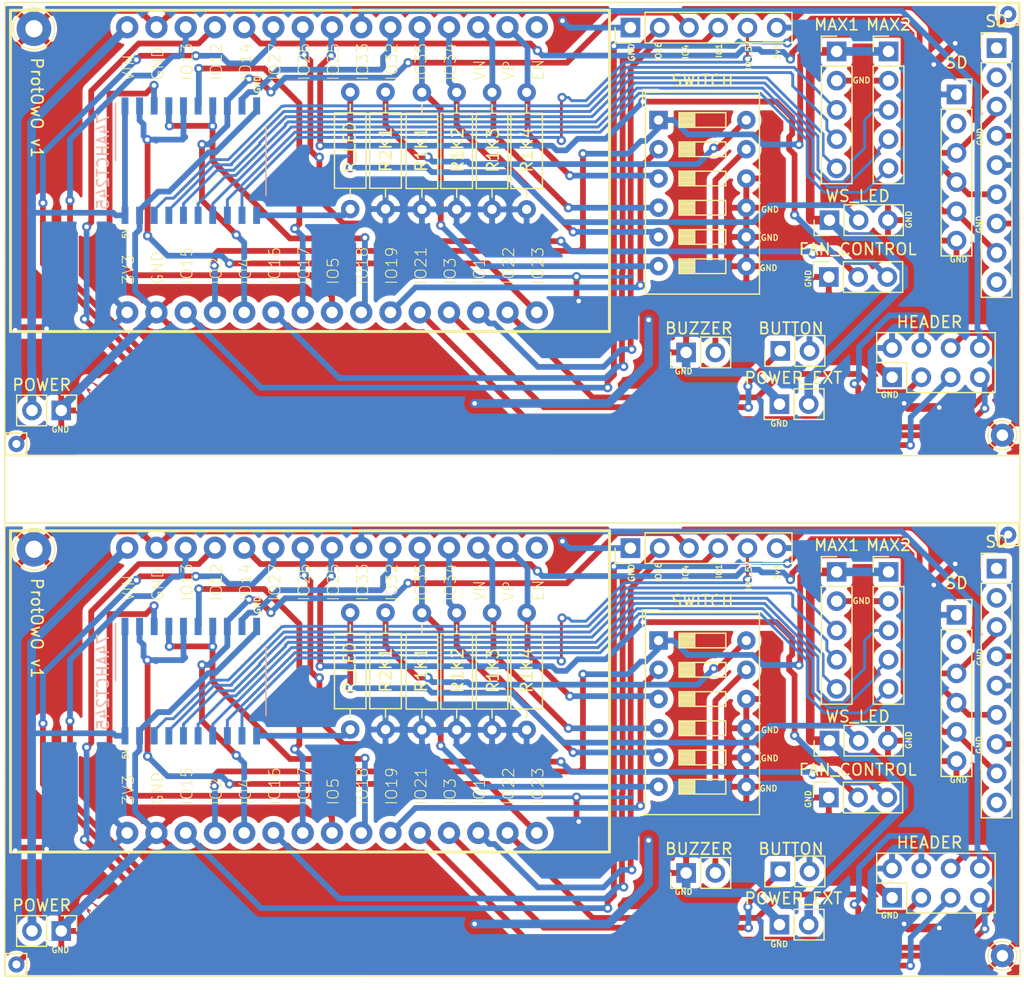
<source format=kicad_pcb>
(kicad_pcb (version 20171130) (host pcbnew "(5.1.9)-1")
  (layers (0 F.Cu signal) (31 B.Cu signal) (34 B.Paste user) (35 F.Paste user) (36 B.SilkS user) (37 F.SilkS user) (38 B.Mask user) (39 F.Mask user) (44 Edge.Cuts user hide))
  (net 0 "")
  (net 1 /MAX_CS_2_3V3)
  (net 2 /MAX_OUT_3V3)
  (net 3 /MAX_CLK_3v3)
  (net 4 /MAX_CS_1_3V3)
  (net 5 /ESP_5V)
  (net 6 /EMPTY2)
  (net 7 /WSLED)
  (net 8 /GND)
  (net 9 /WS\LED)
  (net 10 /EMPTY2_5v)
  (net 11 /CLK2)
  (net 12 /CS2)
  (net 13 /DIN2)
  (net 14 /CLK1)
  (net 15 /CS1)
  (net 16 /DIN1)
  (net 17 /3v3)
  (net 18 /BUTTON)
  (net 19 "Net-(BUZZER1-Pad2)")
  (net 20 /EMPTY1)
  (net 21 /EMPTY3)
  (net 22 /SCL)
  (net 23 /SDA)
  (net 24 /ADD_EXT)
  (net 25 /CONN_EXT)
  (net 26 /IR_OUT)
  (net 27 /IR_IN)
  (net 28 /VCC)
  (net 29 /SW_4)
  (net 30 /SW_3)
  (net 31 /SW_2)
  (net 32 /SW_1)
  (net 33 "Net-(R2K1-Pad1)")
  (net 34 "Net-(RESISTOR_LED1-Pad1)")
  (net 35 "Net-(SD_CARD1-Pad9)")
  (net 36 "Net-(SD_CARD1-Pad1)")
  (net 37 /CMD)
  (net 38 /SD_CLK)
  (net 39 /SD_D0)
  (net 40 "Net-(SD_CARD1-Pad8)")
  (net 41 /BUZZER)
  (net 42 "Net-(U1-Pad2)")
  (net 43 /USB_D+)
  (net 44 /USB_D-)
  (net 45 /SD_CS)
  (module Connector_Pin:Pin_D1.0mm_L10.0mm (layer F.Cu) (at 98.552 94.488)
    (fp_text reference "  " (at 0 2.25) (layer F.SilkS))
    (fp_text value Pin_D1.0mm_L10.0mm)
    (pad 1 thru_hole circle (at 0 0) (size 2 2) (drill 1) (layers *.Cu *.Mask))
  )
  (module Connector_Pin:Pin_D1.3mm_L11.0mm_LooseFit (layer F.Cu) (at 14.478 59.182)
    (fp_text reference " " (at 0 2.55) (layer F.SilkS))
    (fp_text value Pin_D1.3mm_L11.0mm_LooseFit)
    (pad 1 thru_hole circle (at 0 0) (size 3 3) (drill 1.5) (layers *.Cu *.Mask))
  )
  (module Connector_Pin:Pin_D0.7mm_L6.5mm_W1.8mm_FlatFork (layer F.Cu) (at 99.06 57.912)
    (fp_text reference " " (at 0 1.8) (layer F.SilkS))
    (fp_text value Pin_D0.7mm_L6.5mm_W1.8mm_FlatFork)
    (pad 1 thru_hole circle (at 0 0) (size 1.4 1.4) (drill 0.7) (layers *.Cu *.Mask))
  )
  (module Connector_Pin:Pin_D0.7mm_L6.5mm_W1.8mm_FlatFork (layer F.Cu) (at 12.954 95.25)
    (fp_text reference " " (at 0 1.8) (layer F.SilkS))
    (fp_text value Pin_D0.7mm_L6.5mm_W1.8mm_FlatFork)
    (pad 1 thru_hole circle (at 0 0) (size 1.4 1.4) (drill 0.7) (layers *.Cu *.Mask))
  )
  (module Connector_PinHeader_2.54mm:PinHeader_1x03_P2.54mm_Vertical (layer F.Cu) (at 83.5406 75.80884 90)
    (fp_text reference WS_LED (at 2.09684 2.4594 180) (layer F.SilkS))
    (fp_text value Conn_01x03_Female)
    (pad 3 thru_hole oval (at 0 5.08 90) (size 1.7 1.7) (drill 1) (layers *.Cu *.Mask))
    (pad 2 thru_hole oval (at 0 2.54 90) (size 1.7 1.7) (drill 1) (layers *.Cu *.Mask))
    (pad 1 thru_hole rect (at 0 0 90) (size 1.7 1.7) (drill 1) (layers *.Cu *.Mask))
  )
  (module Resistor_THT:R_Axial_DIN0207_L6.3mm_D2.5mm_P10.16mm_Horizontal (layer F.Cu) (at 41.9354 64.68872 270)
    (fp_text reference R_LED (at 4.77328 0.04826 90) (layer F.SilkS))
    (fp_text value R)
    (pad 1 thru_hole circle (at 0 0 270) (size 1.6 1.6) (drill 0.8) (layers *.Cu *.Mask))
    (pad 2 thru_hole oval (at 10.16 0 270) (size 1.6 1.6) (drill 0.8) (layers *.Cu *.Mask))
  )
  (module Connector_PinHeader_2.54mm:PinHeader_1x02_P2.54mm_Vertical (layer F.Cu) (at 71.0946 87.2998 90)
    (fp_text reference BUZZER (at 2.0878 1.1054 180) (layer F.SilkS))
    (fp_text value Conn_01x02_Female)
    (pad 2 thru_hole oval (at 0 2.54 90) (size 1.7 1.7) (drill 1) (layers *.Cu *.Mask))
    (pad 1 thru_hole rect (at 0 0 90) (size 1.7 1.7) (drill 1) (layers *.Cu *.Mask))
  )
  (module Connector_PinHeader_2.54mm:PinHeader_1x02_P2.54mm_Vertical (layer F.Cu) (at 79.26832 87.16772 90)
    (fp_text reference BUTTON (at 1.95572 0.93168 180) (layer F.SilkS))
    (fp_text value Conn_01x02_Female)
    (pad 1 thru_hole rect (at 0 0 90) (size 1.7 1.7) (drill 1) (layers *.Cu *.Mask))
    (pad 2 thru_hole oval (at 0 2.54 90) (size 1.7 1.7) (drill 1) (layers *.Cu *.Mask))
  )
  (module Connector_PinSocket_2.54mm:PinSocket_1x06_P2.54mm_Vertical (layer F.Cu) (at 94.56928 64.88684)
    (fp_text reference SD (at 0 -2.77) (layer F.SilkS))
    (fp_text value Conn_01x06_Female)
    (pad 6 thru_hole oval (at 0 12.7) (size 1.7 1.7) (drill 1) (layers *.Cu *.Mask))
    (pad 5 thru_hole oval (at 0 10.16) (size 1.7 1.7) (drill 1) (layers *.Cu *.Mask))
    (pad 4 thru_hole oval (at 0 7.62) (size 1.7 1.7) (drill 1) (layers *.Cu *.Mask))
    (pad 3 thru_hole oval (at 0 5.08) (size 1.7 1.7) (drill 1) (layers *.Cu *.Mask))
    (pad 2 thru_hole oval (at 0 2.54) (size 1.7 1.7) (drill 1) (layers *.Cu *.Mask))
    (pad 1 thru_hole rect (at 0 0) (size 1.7 1.7) (drill 1) (layers *.Cu *.Mask))
  )
  (module kicad-library-master:ESP32-DEVKITV1 (layer F.Cu) (at 45.4406 70.2818)
    (fp_text reference " " (at -12.6746 -1.4478) (layer F.SilkS) (effects (font (size 1.2065 1.2065) (thickness 0.1016)) (justify left bottom)))
    (fp_text value " " (at -1.52908 1.52908) (layer F.SilkS) (effects (font (size 1.27 1.27))))
    (fp_text user 3V3 (at -22.21 11.2 90) (layer F.SilkS) (effects (font (size 0.9652 0.9652) (thickness 0.08128)) (justify left bottom)))
    (fp_text user GND (at -19.67 11.2 90) (layer F.SilkS) (effects (font (size 0.9652 0.9652) (thickness 0.08128)) (justify left bottom)))
    (fp_text user IO15 (at -17.13 11.2 90) (layer F.SilkS) (effects (font (size 0.9652 0.9652) (thickness 0.08128)) (justify left bottom)))
    (fp_text user IO2 (at -14.59 11.2 90) (layer F.SilkS) (effects (font (size 0.9652 0.9652) (thickness 0.08128)) (justify left bottom)))
    (fp_text user IO4 (at -12.05 11.2 90) (layer F.SilkS) (effects (font (size 0.9652 0.9652) (thickness 0.08128)) (justify left bottom)))
    (fp_text user IO16 (at -9.51 11.2 90) (layer F.SilkS) (effects (font (size 0.9652 0.9652) (thickness 0.08128)) (justify left bottom)))
    (fp_text user IO17 (at -6.97 11.2 90) (layer F.SilkS) (effects (font (size 0.9652 0.9652) (thickness 0.08128)) (justify left bottom)))
    (fp_text user IO5 (at -4.43 11.2 90) (layer F.SilkS) (effects (font (size 0.9652 0.9652) (thickness 0.08128)) (justify left bottom)))
    (fp_text user IO18 (at -1.89 11.2 90) (layer F.SilkS) (effects (font (size 0.9652 0.9652) (thickness 0.08128)) (justify left bottom)))
    (fp_text user IO19 (at 0.65 11.2 90) (layer F.SilkS) (effects (font (size 0.9652 0.9652) (thickness 0.08128)) (justify left bottom)))
    (fp_text user IO21 (at 3.19 11.2 90) (layer F.SilkS) (effects (font (size 0.9652 0.9652) (thickness 0.08128)) (justify left bottom)))
    (fp_text user IO3 (at 5.73 11.2 90) (layer F.SilkS) (effects (font (size 0.9652 0.9652) (thickness 0.08128)) (justify left bottom)))
    (fp_text user IO1 (at 8.27 11.2 90) (layer F.SilkS) (effects (font (size 0.9652 0.9652) (thickness 0.08128)) (justify left bottom)))
    (fp_text user IO22 (at 10.81 11.2 90) (layer F.SilkS) (effects (font (size 0.9652 0.9652) (thickness 0.08128)) (justify left bottom)))
    (fp_text user IO23 (at 13.35 11.2 90) (layer F.SilkS) (effects (font (size 0.9652 0.9652) (thickness 0.08128)) (justify left bottom)))
    (fp_text user VIN (at -22.19 -6.52 90) (layer F.SilkS) (effects (font (size 0.9652 0.9652) (thickness 0.08128)) (justify left bottom)))
    (fp_text user GND (at -19.65 -6.52 90) (layer F.SilkS) (effects (font (size 0.9652 0.9652) (thickness 0.08128)) (justify left bottom)))
    (fp_text user IO13 (at -17.11 -6.52 90) (layer F.SilkS) (effects (font (size 0.9652 0.9652) (thickness 0.08128)) (justify left bottom)))
    (fp_text user IO12 (at -14.57 -6.52 90) (layer F.SilkS) (effects (font (size 0.9652 0.9652) (thickness 0.08128)) (justify left bottom)))
    (fp_text user IO14 (at -12.03 -6.52 90) (layer F.SilkS) (effects (font (size 0.9652 0.9652) (thickness 0.08128)) (justify left bottom)))
    (fp_text user IO27 (at -9.49 -6.52 90) (layer F.SilkS) (effects (font (size 0.9652 0.9652) (thickness 0.08128)) (justify left bottom)))
    (fp_text user IO26 (at -6.95 -6.52 90) (layer F.SilkS) (effects (font (size 0.9652 0.9652) (thickness 0.08128)) (justify left bottom)))
    (fp_text user IO25 (at -4.41 -6.52 90) (layer F.SilkS) (effects (font (size 0.9652 0.9652) (thickness 0.08128)) (justify left bottom)))
    (fp_text user IO33 (at -1.87 -6.52 90) (layer F.SilkS) (effects (font (size 0.9652 0.9652) (thickness 0.08128)) (justify left bottom)))
    (fp_text user IO32 (at 0.67 -6.52 90) (layer F.SilkS) (effects (font (size 0.9652 0.9652) (thickness 0.08128)) (justify left bottom)))
    (fp_text user IO35 (at 3.21 -6.52 90) (layer F.SilkS) (effects (font (size 0.9652 0.9652) (thickness 0.08128)) (justify left bottom)))
    (fp_text user IO34 (at 5.75 -6.52 90) (layer F.SilkS) (effects (font (size 0.9652 0.9652) (thickness 0.08128)) (justify left bottom)))
    (fp_text user VN (at 8.29 -6.52 90) (layer F.SilkS) (effects (font (size 0.9652 0.9652) (thickness 0.08128)) (justify left bottom)))
    (fp_text user VP (at 10.83 -6.52 90) (layer F.SilkS) (effects (font (size 0.9652 0.9652) (thickness 0.08128)) (justify left bottom)))
    (fp_text user EN (at 13.37 -6.52 90) (layer F.SilkS) (effects (font (size 0.9652 0.9652) (thickness 0.08128)) (justify left bottom)))
    (fp_text user " " (at -4.93 3.18) (layer F.SilkS) (effects (font (size 1.83388 1.83388) (thickness 0.154432)) (justify left bottom)))
    (pad 1 thru_hole circle (at -22.87 13.54) (size 1.9304 1.9304) (drill 1) (layers *.Cu *.Mask))
    (pad 14 thru_hole circle (at -20.33 13.54) (size 1.9304 1.9304) (drill 1) (layers *.Cu *.Mask))
    (pad 35 thru_hole circle (at -17.79 13.54) (size 1.9304 1.9304) (drill 1) (layers *.Cu *.Mask))
    (pad 34 thru_hole circle (at -15.25 13.54) (size 1.9304 1.9304) (drill 1) (layers *.Cu *.Mask))
    (pad 32 thru_hole circle (at -12.71 13.54) (size 1.9304 1.9304) (drill 1) (layers *.Cu *.Mask))
    (pad 31 thru_hole circle (at -10.17 13.54) (size 1.9304 1.9304) (drill 1) (layers *.Cu *.Mask))
    (pad 30 thru_hole circle (at -7.63 13.54) (size 1.9304 1.9304) (drill 1) (layers *.Cu *.Mask))
    (pad 29 thru_hole circle (at -5.09 13.54) (size 1.9304 1.9304) (drill 1) (layers *.Cu *.Mask))
    (pad 28 thru_hole circle (at -2.55 13.54) (size 1.9304 1.9304) (drill 1) (layers *.Cu *.Mask))
    (pad 27 thru_hole circle (at -0.01 13.54) (size 1.9304 1.9304) (drill 1) (layers *.Cu *.Mask))
    (pad 25 thru_hole circle (at 2.53 13.54) (size 1.9304 1.9304) (drill 1) (layers *.Cu *.Mask))
    (pad 24 thru_hole circle (at 5.07 13.54) (size 1.9304 1.9304) (drill 1) (layers *.Cu *.Mask))
    (pad 23 thru_hole circle (at 7.61 13.54) (size 1.9304 1.9304) (drill 1) (layers *.Cu *.Mask))
    (pad 22 thru_hole circle (at 10.15 13.54) (size 1.9304 1.9304) (drill 1) (layers *.Cu *.Mask))
    (pad 21 thru_hole circle (at 12.69 13.54) (size 1.9304 1.9304) (drill 1) (layers *.Cu *.Mask))
    (pad 19 thru_hole circle (at -22.87 -11.23) (size 1.9304 1.9304) (drill 1) (layers *.Cu *.Mask))
    (pad 26 thru_hole circle (at -20.33 -11.23) (size 1.9304 1.9304) (drill 1) (layers *.Cu *.Mask))
    (pad 15 thru_hole circle (at -17.79 -11.23) (size 1.9304 1.9304) (drill 1) (layers *.Cu *.Mask))
    (pad 13 thru_hole circle (at -15.25 -11.23) (size 1.9304 1.9304) (drill 1) (layers *.Cu *.Mask))
    (pad 12 thru_hole circle (at -12.71 -11.23) (size 1.9304 1.9304) (drill 1) (layers *.Cu *.Mask))
    (pad 11 thru_hole circle (at -10.17 -11.23) (size 1.9304 1.9304) (drill 1) (layers *.Cu *.Mask))
    (pad 10 thru_hole circle (at -7.63 -11.23) (size 1.9304 1.9304) (drill 1) (layers *.Cu *.Mask))
    (pad 9 thru_hole circle (at -5.09 -11.23) (size 1.9304 1.9304) (drill 1) (layers *.Cu *.Mask))
    (pad 8 thru_hole circle (at -2.55 -11.23) (size 1.9304 1.9304) (drill 1) (layers *.Cu *.Mask))
    (pad 7 thru_hole circle (at -0.01 -11.23) (size 1.9304 1.9304) (drill 1) (layers *.Cu *.Mask))
    (pad 6 thru_hole circle (at 2.53 -11.23) (size 1.9304 1.9304) (drill 1) (layers *.Cu *.Mask))
    (pad 5 thru_hole circle (at 5.07 -11.23) (size 1.9304 1.9304) (drill 1) (layers *.Cu *.Mask))
    (pad 4 thru_hole circle (at 7.61 -11.23) (size 1.9304 1.9304) (drill 1) (layers *.Cu *.Mask))
    (pad 3 thru_hole circle (at 10.15 -11.23) (size 1.9304 1.9304) (drill 1) (layers *.Cu *.Mask))
    (pad 2 thru_hole circle (at 12.69 -11.23) (size 1.9304 1.9304) (drill 1) (layers *.Cu *.Mask))
  )
  (module Resistor_THT:R_Axial_DIN0207_L6.3mm_D2.5mm_P10.16mm_Horizontal (layer F.Cu) (at 48.1584 64.712 270)
    (fp_text reference R1K1 (at 4.94792 0.0508 90) (layer F.SilkS))
    (fp_text value R)
    (pad 2 thru_hole oval (at 10.16 0 270) (size 1.6 1.6) (drill 0.8) (layers *.Cu *.Mask))
    (pad 1 thru_hole circle (at 0 0 270) (size 1.6 1.6) (drill 0.8) (layers *.Cu *.Mask))
  )
  (module Package_SO:SO-20_12.8x7.5mm_P1.27mm (layer B.Cu) (at 28.0924 70.6374 270)
    (fp_text reference 74AHCT245 (at 0.0746 7.6174 270) (layer B.SilkS) (effects (justify mirror)))
    (fp_text value 74HC245)
    (pad 20 smd rect (at 4.75 5.715 270) (size 1.5 0.6) (layers B.Cu B.Paste B.Mask))
    (pad 19 smd rect (at 4.75 4.445 270) (size 1.5 0.6) (layers B.Cu B.Paste B.Mask))
    (pad 18 smd rect (at 4.75 3.175 270) (size 1.5 0.6) (layers B.Cu B.Paste B.Mask))
    (pad 17 smd rect (at 4.75 1.905 270) (size 1.5 0.6) (layers B.Cu B.Paste B.Mask))
    (pad 16 smd rect (at 4.75 0.635 270) (size 1.5 0.6) (layers B.Cu B.Paste B.Mask))
    (pad 15 smd rect (at 4.75 -0.635 270) (size 1.5 0.6) (layers B.Cu B.Paste B.Mask))
    (pad 14 smd rect (at 4.75 -1.905 270) (size 1.5 0.6) (layers B.Cu B.Paste B.Mask))
    (pad 13 smd rect (at 4.75 -3.175 270) (size 1.5 0.6) (layers B.Cu B.Paste B.Mask))
    (pad 12 smd rect (at 4.75 -4.445 270) (size 1.5 0.6) (layers B.Cu B.Paste B.Mask))
    (pad 11 smd rect (at 4.75 -5.715 270) (size 1.5 0.6) (layers B.Cu B.Paste B.Mask))
    (pad 10 smd rect (at -4.75 -5.715 270) (size 1.5 0.6) (layers B.Cu B.Paste B.Mask))
    (pad 9 smd rect (at -4.75 -4.445 270) (size 1.5 0.6) (layers B.Cu B.Paste B.Mask))
    (pad 8 smd rect (at -4.75 -3.175 270) (size 1.5 0.6) (layers B.Cu B.Paste B.Mask))
    (pad 7 smd rect (at -4.75 -1.905 270) (size 1.5 0.6) (layers B.Cu B.Paste B.Mask))
    (pad 1 smd rect (at -4.75 5.715 270) (size 1.5 0.6) (layers B.Cu B.Paste B.Mask))
    (pad 2 smd rect (at -4.75 4.445 270) (size 1.5 0.6) (layers B.Cu B.Paste B.Mask))
    (pad 3 smd rect (at -4.75 3.175 270) (size 1.5 0.6) (layers B.Cu B.Paste B.Mask))
    (pad 4 smd rect (at -4.75 1.905 270) (size 1.5 0.6) (layers B.Cu B.Paste B.Mask))
    (pad 5 smd rect (at -4.75 0.635 270) (size 1.5 0.6) (layers B.Cu B.Paste B.Mask))
    (pad 6 smd rect (at -4.75 -0.635 270) (size 1.5 0.6) (layers B.Cu B.Paste B.Mask))
  )
  (module Connector_PinHeader_2.54mm:PinHeader_1x06_P2.54mm_Vertical (layer F.Cu) (at 66.25844 59.08548 90)
    (fp_text reference " " (at -2.32652 7.54156 180) (layer F.SilkS))
    (fp_text value Conn_01x06_Female)
    (pad 6 thru_hole oval (at 0 12.7 90) (size 1.7 1.7) (drill 1) (layers *.Cu *.Mask))
    (pad 5 thru_hole oval (at 0 10.16 90) (size 1.7 1.7) (drill 1) (layers *.Cu *.Mask))
    (pad 4 thru_hole oval (at 0 7.62 90) (size 1.7 1.7) (drill 1) (layers *.Cu *.Mask))
    (pad 3 thru_hole oval (at 0 5.08 90) (size 1.7 1.7) (drill 1) (layers *.Cu *.Mask))
    (pad 2 thru_hole oval (at 0 2.54 90) (size 1.7 1.7) (drill 1) (layers *.Cu *.Mask))
    (pad 1 thru_hole rect (at 0 0 90) (size 1.7 1.7) (drill 1) (layers *.Cu *.Mask))
  )
  (module Connector_PinSocket_2.54mm:PinSocket_1x03_P2.54mm_Vertical (layer F.Cu) (at 83.48472 80.7466 90)
    (fp_text reference FAN_CONTROL (at 2.4096 2.51528 180) (layer F.SilkS))
    (fp_text value Conn_01x03_Female)
    (pad 3 thru_hole oval (at 0 5.08 90) (size 1.7 1.7) (drill 1) (layers *.Cu *.Mask))
    (pad 2 thru_hole oval (at 0 2.54 90) (size 1.7 1.7) (drill 1) (layers *.Cu *.Mask))
    (pad 1 thru_hole rect (at 0 0 90) (size 1.7 1.7) (drill 1) (layers *.Cu *.Mask))
  )
  (module Button_Switch_THT:SW_DIP_SPSTx06_Slide_9.78x17.42mm_W7.62mm_P2.54mm (layer F.Cu) (at 68.70192 67.11188)
    (fp_text reference SWITCH (at 3.81 -3.42) (layer F.SilkS))
    (fp_text value SW_DIP_x06)
    (pad 12 thru_hole oval (at 7.62 0) (size 1.6 1.6) (drill 0.8) (layers *.Cu *.Mask))
    (pad 6 thru_hole oval (at 0 12.7) (size 1.6 1.6) (drill 0.8) (layers *.Cu *.Mask))
    (pad 11 thru_hole oval (at 7.62 2.54) (size 1.6 1.6) (drill 0.8) (layers *.Cu *.Mask))
    (pad 5 thru_hole oval (at 0 10.16) (size 1.6 1.6) (drill 0.8) (layers *.Cu *.Mask))
    (pad 10 thru_hole oval (at 7.62 5.08) (size 1.6 1.6) (drill 0.8) (layers *.Cu *.Mask))
    (pad 4 thru_hole oval (at 0 7.62) (size 1.6 1.6) (drill 0.8) (layers *.Cu *.Mask))
    (pad 9 thru_hole oval (at 7.62 7.62) (size 1.6 1.6) (drill 0.8) (layers *.Cu *.Mask))
    (pad 3 thru_hole oval (at 0 5.08) (size 1.6 1.6) (drill 0.8) (layers *.Cu *.Mask))
    (pad 8 thru_hole oval (at 7.62 10.16) (size 1.6 1.6) (drill 0.8) (layers *.Cu *.Mask))
    (pad 2 thru_hole oval (at 0 2.54) (size 1.6 1.6) (drill 0.8) (layers *.Cu *.Mask))
    (pad 7 thru_hole oval (at 7.62 12.7) (size 1.6 1.6) (drill 0.8) (layers *.Cu *.Mask))
    (pad 1 thru_hole rect (at 0 0) (size 1.6 1.6) (drill 0.8) (layers *.Cu *.Mask))
  )
  (module kicad-library-master:PinHeader_1x09_P2.54mm_Vertical_SD (layer F.Cu) (at 98.04908 60.86348)
    (fp_text reference SD (at 0 -2.33) (layer F.SilkS))
    (fp_text value SD_Card)
    (pad 8 thru_hole oval (at 0 20.32) (size 1.7 1.7) (drill 1) (layers *.Cu *.Mask))
    (pad 7 thru_hole oval (at 0 17.78) (size 1.7 1.7) (drill 1) (layers *.Cu *.Mask))
    (pad 6 thru_hole oval (at 0 15.24) (size 1.7 1.7) (drill 1) (layers *.Cu *.Mask))
    (pad 5 thru_hole oval (at 0 12.7) (size 1.7 1.7) (drill 1) (layers *.Cu *.Mask))
    (pad 4 thru_hole oval (at 0 10.16) (size 1.7 1.7) (drill 1) (layers *.Cu *.Mask))
    (pad 3 thru_hole oval (at 0 7.62) (size 1.7 1.7) (drill 1) (layers *.Cu *.Mask))
    (pad 2 thru_hole oval (at 0 5.08) (size 1.7 1.7) (drill 1) (layers *.Cu *.Mask))
    (pad 1 thru_hole oval (at 0 2.54) (size 1.7 1.7) (drill 1) (layers *.Cu *.Mask))
    (pad 9 thru_hole rect (at 0 0) (size 1.7 1.7) (drill 1) (layers *.Cu *.Mask))
  )
  (module Resistor_THT:R_Axial_DIN0207_L6.3mm_D2.5mm_P10.16mm_Horizontal (layer F.Cu) (at 57.25 64.712 270)
    (fp_text reference R1K4 (at 5 -0.00762 90) (layer F.SilkS))
    (fp_text value R)
    (pad 1 thru_hole circle (at 0 0 270) (size 1.6 1.6) (drill 0.8) (layers *.Cu *.Mask))
    (pad 2 thru_hole oval (at 10.16 0 270) (size 1.6 1.6) (drill 0.8) (layers *.Cu *.Mask))
  )
  (module Resistor_THT:R_Axial_DIN0207_L6.3mm_D2.5mm_P10.16mm_Horizontal (layer F.Cu) (at 51.17592 64.712 270)
    (fp_text reference R1K2 (at 5 -0.07408 90) (layer F.SilkS))
    (fp_text value R)
    (pad 2 thru_hole oval (at 10.16 0 270) (size 1.6 1.6) (drill 0.8) (layers *.Cu *.Mask))
    (pad 1 thru_hole circle (at 0 0 270) (size 1.6 1.6) (drill 0.8) (layers *.Cu *.Mask))
  )
  (module Connector_PinHeader_2.54mm:PinHeader_1x02_P2.54mm_Vertical (layer F.Cu) (at 16.84528 92.33916 270)
    (fp_text reference POWER (at -2.21716 1.69528 180) (layer F.SilkS))
    (fp_text value Conn_01x02_Female)
    (pad 1 thru_hole rect (at 0 0 270) (size 1.7 1.7) (drill 1) (layers *.Cu *.Mask))
    (pad 2 thru_hole oval (at 0 2.54 270) (size 1.7 1.7) (drill 1) (layers *.Cu *.Mask))
  )
  (module Connector_PinHeader_2.54mm:PinHeader_2x04_P2.54mm_Vertical (layer F.Cu) (at 88.9762 89.45372 90)
    (fp_text reference HEADER (at 4.79172 3.2488 180) (layer F.SilkS))
    (fp_text value Conn_02x04_Counter_Clockwise)
    (pad 8 thru_hole oval (at 2.54 7.62 90) (size 1.7 1.7) (drill 1) (layers *.Cu *.Mask))
    (pad 7 thru_hole oval (at 0 7.62 90) (size 1.7 1.7) (drill 1) (layers *.Cu *.Mask))
    (pad 6 thru_hole oval (at 2.54 5.08 90) (size 1.7 1.7) (drill 1) (layers *.Cu *.Mask))
    (pad 5 thru_hole oval (at 0 5.08 90) (size 1.7 1.7) (drill 1) (layers *.Cu *.Mask))
    (pad 4 thru_hole oval (at 2.54 2.54 90) (size 1.7 1.7) (drill 1) (layers *.Cu *.Mask))
    (pad 3 thru_hole oval (at 0 2.54 90) (size 1.7 1.7) (drill 1) (layers *.Cu *.Mask))
    (pad 2 thru_hole oval (at 2.54 0 90) (size 1.7 1.7) (drill 1) (layers *.Cu *.Mask))
    (pad 1 thru_hole rect (at 0 0 90) (size 1.7 1.7) (drill 1) (layers *.Cu *.Mask))
  )
  (module Resistor_THT:R_Axial_DIN0207_L6.3mm_D2.5mm_P10.16mm_Horizontal (layer F.Cu) (at 54.25 64.712 270)
    (fp_text reference R1K3 (at 5.01142 -0.07366 90) (layer F.SilkS))
    (fp_text value R)
    (pad 2 thru_hole oval (at 10.16 0 270) (size 1.6 1.6) (drill 0.8) (layers *.Cu *.Mask))
    (pad 1 thru_hole circle (at 0 0 270) (size 1.6 1.6) (drill 0.8) (layers *.Cu *.Mask))
  )
  (module Connector_PinHeader_2.54mm:PinHeader_1x05_P2.54mm_Vertical (layer F.Cu) (at 88.6714 61.15304)
    (fp_text reference MAX2 (at 0 -2.33) (layer F.SilkS))
    (fp_text value Conn_01x05_Female)
    (pad 1 thru_hole rect (at 0 0) (size 1.7 1.7) (drill 1) (layers *.Cu *.Mask))
    (pad 2 thru_hole oval (at 0 2.54) (size 1.7 1.7) (drill 1) (layers *.Cu *.Mask))
    (pad 3 thru_hole oval (at 0 5.08) (size 1.7 1.7) (drill 1) (layers *.Cu *.Mask))
    (pad 4 thru_hole oval (at 0 7.62) (size 1.7 1.7) (drill 1) (layers *.Cu *.Mask))
    (pad 5 thru_hole oval (at 0 10.16) (size 1.7 1.7) (drill 1) (layers *.Cu *.Mask))
  )
  (module Connector_PinHeader_2.54mm:PinHeader_1x05_P2.54mm_Vertical (layer F.Cu) (at 84.16544 61.15304)
    (fp_text reference MAX1 (at 0 -2.33) (layer F.SilkS))
    (fp_text value Conn_01x05_Female)
    (pad 5 thru_hole oval (at 0 10.16) (size 1.7 1.7) (drill 1) (layers *.Cu *.Mask))
    (pad 4 thru_hole oval (at 0 7.62) (size 1.7 1.7) (drill 1) (layers *.Cu *.Mask))
    (pad 3 thru_hole oval (at 0 5.08) (size 1.7 1.7) (drill 1) (layers *.Cu *.Mask))
    (pad 2 thru_hole oval (at 0 2.54) (size 1.7 1.7) (drill 1) (layers *.Cu *.Mask))
    (pad 1 thru_hole rect (at 0 0) (size 1.7 1.7) (drill 1) (layers *.Cu *.Mask))
  )
  (module Connector_PinHeader_2.54mm:PinHeader_1x02_P2.54mm_Vertical (layer F.Cu) (at 79.1972 91.79052 90)
    (fp_text reference POWER_EXT (at 2.27852 1.2028 180) (layer F.SilkS))
    (fp_text value Conn_01x02_Female)
    (pad 2 thru_hole oval (at 0 2.54 90) (size 1.7 1.7) (drill 1) (layers *.Cu *.Mask))
    (pad 1 thru_hole rect (at 0 0 90) (size 1.7 1.7) (drill 1) (layers *.Cu *.Mask))
  )
  (module Resistor_THT:R_Axial_DIN0207_L6.3mm_D2.5mm_P10.16mm_Horizontal (layer F.Cu) (at 45 64.68364 270)
    (fp_text reference R2K1 (at 4.98856 -0.01778 90) (layer F.SilkS))
    (fp_text value R)
    (pad 2 thru_hole oval (at 10.16 0 270) (size 1.6 1.6) (drill 0.8) (layers *.Cu *.Mask))
    (pad 1 thru_hole circle (at 0 0 270) (size 1.6 1.6) (drill 0.8) (layers *.Cu *.Mask))
  )
  (module Connector_Pin:Pin_D0.7mm_L6.5mm_W1.8mm_FlatFork (layer F.Cu) (at 99.06 12.7)
    (fp_text reference " " (at 0 1.8) (layer F.SilkS))
    (fp_text value Pin_D0.7mm_L6.5mm_W1.8mm_FlatFork)
    (pad 1 thru_hole circle (at 0 0) (size 1.4 1.4) (drill 0.7) (layers *.Cu *.Mask) (net 8 /GND))
  )
  (module Connector_Pin:Pin_D0.7mm_L6.5mm_W1.8mm_FlatFork (layer F.Cu) (at 12.954 50.038)
    (fp_text reference " " (at 0 1.8) (layer F.SilkS))
    (fp_text value Pin_D0.7mm_L6.5mm_W1.8mm_FlatFork)
    (pad 1 thru_hole circle (at 0 0) (size 1.4 1.4) (drill 0.7) (layers *.Cu *.Mask) (net 8 /GND))
  )
  (module Connector_Pin:Pin_D1.0mm_L10.0mm (layer F.Cu) (at 98.552 49.276)
    (fp_text reference "  " (at 0 2.25) (layer F.SilkS))
    (fp_text value Pin_D1.0mm_L10.0mm)
    (pad 1 thru_hole circle (at 0 0) (size 2 2) (drill 1) (layers *.Cu *.Mask) (net 8 /GND))
  )
  (module MAX_VISOR_PCB:owo_on-leyer (layer F.Cu) (at 20.828 94.488)
    (fp_text reference " " hide)
    (fp_text value " " hide)
    (fp_poly (pts (xy 0.199977 -2.277924) (xy 0.299325 -2.235594) (xy 0.381338 -2.156154) (xy 0.418042 -2.096136) (xy 0.458378 -1.979015) (xy 0.457543 -1.86482) (xy 0.425538 -1.767416) (xy 0.359057 -1.663412) (xy 0.272294 -1.585889) (xy 0.172839 -1.537924) (xy 0.068282 -1.522587) (xy -0.033785 -1.542954) (xy -0.076301 -1.564232) (xy -0.131108 -1.609489) (xy -0.18199 -1.669697) (xy -0.189695 -1.681448) (xy -0.215469 -1.730422) (xy -0.228655 -1.780797) (xy -0.231877 -1.847655) (xy -0.230655 -1.882768) (xy -0.105833 -1.882768) (xy -0.099133 -1.818285) (xy -0.072961 -1.766645) (xy -0.033866 -1.722966) (xy 0.029955 -1.670403) (xy 0.087133 -1.654374) (xy 0.150024 -1.673586) (xy 0.192353 -1.69926) (xy 0.266333 -1.765834) (xy 0.306153 -1.847376) (xy 0.317188 -1.94367) (xy 0.30992 -2.014924) (xy 0.281278 -2.068921) (xy 0.255628 -2.097128) (xy 0.182991 -2.145662) (xy 0.106256 -2.157388) (xy 0.032302 -2.136383) (xy -0.031994 -2.086728) (xy -0.079756 -2.012499) (xy -0.104107 -1.917774) (xy -0.105833 -1.882768) (xy -0.230655 -1.882768) (xy -0.229662 -1.911263) (xy -0.212512 -2.037755) (xy -0.173045 -2.132797) (xy -0.107355 -2.203062) (xy -0.033844 -2.245668) (xy 0.087515 -2.281747) (xy 0.199977 -2.277924)) (layer F.Cu) (width 0.01))
    (fp_poly (pts (xy 0.11114 -1.20966) (xy 0.119885 -1.174889) (xy 0.11376 -1.110398) (xy 0.094918 -1.025229) (xy 0.065513 -0.92842) (xy 0.027697 -0.829012) (xy 0.011977 -0.793324) (xy -0.043224 -0.687243) (xy -0.102449 -0.597364) (xy -0.160374 -0.530289) (xy -0.211675 -0.492622) (xy -0.235096 -0.486833) (xy -0.270025 -0.500851) (xy -0.322575 -0.537557) (xy -0.37996 -0.587706) (xy -0.484614 -0.688578) (xy -0.529178 -0.609287) (xy -0.569819 -0.550426) (xy -0.617186 -0.500432) (xy -0.660026 -0.470232) (xy -0.676751 -0.465979) (xy -0.701929 -0.474784) (xy -0.739865 -0.492579) (xy -0.799834 -0.539105) (xy -0.863612 -0.615221) (xy -0.923231 -0.709855) (xy -0.970724 -0.811934) (xy -0.97189 -0.815027) (xy -0.995617 -0.89285) (xy -1.010557 -0.970648) (xy -1.015844 -1.038085) (xy -1.010617 -1.084826) (xy -0.995763 -1.100666) (xy -0.97853 -1.082953) (xy -0.947287 -1.034924) (xy -0.906713 -0.964246) (xy -0.868243 -0.891811) (xy -0.820784 -0.803102) (xy -0.775988 -0.725867) (xy -0.739606 -0.669664) (xy -0.720832 -0.646638) (xy -0.689847 -0.623252) (xy -0.670624 -0.632594) (xy -0.655265 -0.659702) (xy -0.618188 -0.716903) (xy -0.570984 -0.771033) (xy -0.524668 -0.810934) (xy -0.49158 -0.8255) (xy -0.461517 -0.812328) (xy -0.411403 -0.777822) (xy -0.353029 -0.73025) (xy -0.29686 -0.68251) (xy -0.253605 -0.648333) (xy -0.232491 -0.635004) (xy -0.232377 -0.635) (xy -0.213156 -0.652841) (xy -0.180942 -0.700786) (xy -0.140404 -0.770464) (xy -0.096213 -0.853507) (xy -0.053036 -0.941544) (xy -0.019801 -1.016) (xy 0.023175 -1.114484) (xy 0.055141 -1.177771) (xy 0.079266 -1.210551) (xy 0.098722 -1.217514) (xy 0.11114 -1.20966)) (layer F.Cu) (width 0.01))
    (fp_poly (pts (xy 1.49608 -4.803311) (xy 1.499365 -4.794033) (xy 1.489873 -4.769933) (xy 1.464757 -4.723942) (xy 1.421172 -4.648994) (xy 1.417741 -4.643139) (xy 1.371617 -4.560639) (xy 1.33758 -4.487422) (xy 1.313168 -4.413619) (xy 1.295921 -4.329362) (xy 1.283378 -4.224782) (xy 1.273078 -4.09001) (xy 1.270772 -4.053776) (xy 1.262427 -3.945237) (xy 1.252074 -3.848827) (xy 1.240943 -3.774109) (xy 1.230266 -3.730646) (xy 1.22874 -3.727339) (xy 1.214331 -3.675068) (xy 1.217084 -3.640666) (xy 1.219009 -3.59599) (xy 1.19682 -3.539223) (xy 1.147457 -3.463732) (xy 1.116992 -3.423708) (xy 1.071984 -3.375723) (xy 1.031095 -3.347595) (xy 1.002772 -3.343688) (xy 0.994834 -3.360586) (xy 1.005792 -3.386647) (xy 1.033345 -3.432944) (xy 1.047041 -3.453669) (xy 1.077519 -3.500533) (xy 1.084521 -3.520842) (xy 1.069297 -3.522399) (xy 1.057624 -3.519614) (xy 1.024681 -3.51799) (xy 1.020201 -3.539506) (xy 1.044619 -3.586849) (xy 1.075918 -3.632362) (xy 1.109458 -3.686042) (xy 1.126723 -3.728613) (xy 1.127077 -3.741353) (xy 1.128444 -3.776062) (xy 1.142201 -3.83248) (xy 1.150526 -3.857606) (xy 1.167511 -3.922327) (xy 1.183235 -4.011969) (xy 1.194754 -4.109154) (xy 1.196259 -4.1275) (xy 1.212051 -4.27708) (xy 1.23493 -4.410687) (xy 1.263281 -4.52293) (xy 1.295488 -4.608419) (xy 1.329937 -4.661762) (xy 1.361117 -4.677833) (xy 1.388959 -4.694477) (xy 1.421613 -4.735164) (xy 1.425383 -4.741333) (xy 1.455724 -4.783915) (xy 1.480574 -4.804487) (xy 1.482864 -4.804833) (xy 1.49608 -4.803311)) (layer F.Cu) (width 0.01))
    (fp_poly (pts (xy 1.617242 -4.721607) (xy 1.64691 -4.679648) (xy 1.679767 -4.618444) (xy 1.693011 -4.589224) (xy 1.712347 -4.540132) (xy 1.725018 -4.493167) (xy 1.731993 -4.438451) (xy 1.734244 -4.366107) (xy 1.732741 -4.266261) (xy 1.730906 -4.203599) (xy 1.726898 -4.089776) (xy 1.721511 -4.005933) (xy 1.712103 -3.939733) (xy 1.696031 -3.878841) (xy 1.670652 -3.810921) (xy 1.633325 -3.723637) (xy 1.623075 -3.700219) (xy 1.583945 -3.6088) (xy 1.552107 -3.53045) (xy 1.530995 -3.473899) (xy 1.524 -3.448553) (xy 1.508744 -3.4153) (xy 1.492622 -3.399583) (xy 1.471835 -3.362486) (xy 1.455196 -3.288122) (xy 1.446964 -3.219548) (xy 1.438873 -3.141014) (xy 1.431108 -3.098585) (xy 1.421437 -3.086106) (xy 1.407627 -3.097425) (xy 1.404258 -3.101885) (xy 1.386363 -3.121963) (xy 1.378102 -3.112831) (xy 1.375873 -3.068538) (xy 1.375834 -3.054934) (xy 1.380051 -2.981675) (xy 1.390728 -2.894633) (xy 1.397214 -2.85637) (xy 1.406374 -2.782317) (xy 1.402777 -2.734218) (xy 1.388443 -2.716717) (xy 1.365392 -2.734458) (xy 1.352977 -2.754686) (xy 1.340754 -2.796438) (xy 1.329317 -2.868884) (xy 1.320242 -2.960394) (xy 1.316335 -3.025054) (xy 1.312784 -3.129483) (xy 1.314009 -3.202906) (xy 1.321229 -3.256501) (xy 1.335663 -3.301448) (xy 1.349818 -3.331971) (xy 1.451778 -3.539649) (xy 1.533004 -3.71663) (xy 1.594759 -3.868383) (xy 1.638305 -4.000381) (xy 1.664904 -4.118095) (xy 1.675818 -4.226997) (xy 1.672311 -4.332559) (xy 1.655644 -4.440252) (xy 1.629834 -4.545699) (xy 1.609283 -4.622897) (xy 1.594235 -4.685223) (xy 1.587594 -4.720544) (xy 1.5875 -4.72249) (xy 1.59577 -4.737995) (xy 1.617242 -4.721607)) (layer F.Cu) (width 0.01))
    (fp_poly (pts (xy 1.968385 -0.640222) (xy 1.965758 -0.604287) (xy 1.950253 -0.566212) (xy 1.937034 -0.550569) (xy 1.921077 -0.529843) (xy 1.930163 -0.505261) (xy 1.968423 -0.465739) (xy 1.968784 -0.465401) (xy 2.008707 -0.422849) (xy 2.030584 -0.389306) (xy 2.032 -0.383091) (xy 2.050384 -0.366764) (xy 2.094681 -0.359835) (xy 2.0955 -0.359833) (xy 2.144365 -0.350498) (xy 2.157048 -0.321562) (xy 2.133799 -0.27163) (xy 2.115602 -0.24687) (xy 2.087253 -0.20017) (xy 2.088878 -0.162057) (xy 2.094435 -0.150157) (xy 2.115655 -0.094564) (xy 2.109674 -0.067007) (xy 2.081504 -0.071771) (xy 2.042584 -0.105833) (xy 1.995376 -0.138279) (xy 1.954636 -0.148166) (xy 1.914392 -0.154023) (xy 1.911688 -0.172605) (xy 1.947067 -0.205432) (xy 1.984172 -0.2309) (xy 2.062819 -0.281883) (xy 2.010368 -0.302008) (xy 1.933718 -0.331618) (xy 1.889656 -0.35063) (xy 1.871366 -0.363914) (xy 1.87203 -0.376342) (xy 1.884271 -0.392111) (xy 1.895314 -0.412662) (xy 1.877479 -0.421593) (xy 1.833509 -0.423333) (xy 1.775832 -0.432907) (xy 1.756554 -0.458502) (xy 1.777152 -0.495427) (xy 1.803877 -0.517383) (xy 1.833161 -0.540966) (xy 1.827779 -0.549635) (xy 1.81446 -0.550333) (xy 1.781319 -0.559426) (xy 1.780477 -0.5813) (xy 1.807413 -0.60785) (xy 1.857602 -0.63097) (xy 1.859831 -0.631649) (xy 1.914687 -0.64717) (xy 1.950549 -0.655638) (xy 1.955081 -0.656166) (xy 1.968385 -0.640222)) (layer F.Cu) (width 0.01))
    (fp_poly (pts (xy 0.532094 0.866087) (xy 0.549292 0.869587) (xy 0.656167 0.892508) (xy 0.656167 1.016023) (xy 0.652065 1.117879) (xy 0.639419 1.18037) (xy 0.617717 1.205697) (xy 0.611809 1.2065) (xy 0.602877 1.187269) (xy 0.598052 1.137111) (xy 0.598199 1.074449) (xy 0.60325 0.942398) (xy 0.486834 0.913386) (xy 0.356852 0.895) (xy 0.254 0.902562) (xy 0.137584 0.92075) (xy 0.137928 1.005417) (xy 0.142286 1.077208) (xy 0.152506 1.141609) (xy 0.154206 1.148292) (xy 0.159797 1.193149) (xy 0.148046 1.2065) (xy 0.125528 1.188883) (xy 0.10375 1.148292) (xy 0.087363 1.090481) (xy 0.073161 1.016079) (xy 0.069783 0.991294) (xy 0.058018 0.892504) (xy 0.140134 0.869703) (xy 0.257095 0.85063) (xy 0.39392 0.849423) (xy 0.532094 0.866087)) (layer F.Cu) (width 0.01))
    (fp_poly (pts (xy 1.670962 0.02536) (xy 1.892006 0.03175) (xy 1.940897 0.127) (xy 1.982569 0.230129) (xy 2.019386 0.368579) (xy 2.051882 0.544725) (xy 2.077838 0.737151) (xy 2.103496 0.955719) (xy 2.183576 0.996573) (xy 2.244155 1.03272) (xy 2.307412 1.078554) (xy 2.363268 1.125684) (xy 2.401644 1.165724) (xy 2.413 1.187526) (xy 2.397118 1.20512) (xy 2.358038 1.202812) (xy 2.308605 1.182899) (xy 2.279603 1.163678) (xy 2.151418 1.083381) (xy 1.994221 1.0173) (xy 1.819906 0.968744) (xy 1.640363 0.941021) (xy 1.467485 0.93744) (xy 1.466648 0.937489) (xy 1.334912 0.954382) (xy 1.204842 0.991517) (xy 1.066487 1.052556) (xy 0.909897 1.14116) (xy 0.905075 1.144122) (xy 0.842632 1.178819) (xy 0.790261 1.201466) (xy 0.768113 1.2065) (xy 0.752026 1.196513) (xy 0.766444 1.169823) (xy 0.805471 1.13134) (xy 0.86321 1.085972) (xy 0.933766 1.03863) (xy 1.011242 0.994221) (xy 1.041093 0.979222) (xy 1.206559 0.899584) (xy 1.195917 0.66675) (xy 1.016 0.670257) (xy 0.904749 0.673781) (xy 0.771355 0.680197) (xy 0.621631 0.68902) (xy 0.46139 0.699764) (xy 0.296445 0.711944) (xy 0.132608 0.725074) (xy -0.024309 0.738668) (xy -0.168491 0.752239) (xy -0.294127 0.765304) (xy -0.395404 0.777374) (xy -0.46651 0.787966) (xy -0.501631 0.796592) (xy -0.502708 0.79718) (xy -0.537904 0.83026) (xy -0.549689 0.86427) (xy -0.53553 0.886363) (xy -0.520813 0.889) (xy -0.456604 0.898965) (xy -0.371966 0.925837) (xy -0.275921 0.965084) (xy -0.177491 1.012173) (xy -0.085698 1.062571) (xy -0.009565 1.111746) (xy 0.041886 1.155164) (xy 0.058495 1.180042) (xy 0.052763 1.202341) (xy 0.020855 1.203931) (xy -0.027266 1.186155) (xy -0.064499 1.163455) (xy -0.189889 1.091939) (xy -0.343099 1.032019) (xy -0.510377 0.987286) (xy -0.677974 0.961331) (xy -0.832139 0.957743) (xy -0.847929 0.958888) (xy -0.998464 0.987909) (xy -1.162569 1.049028) (xy -1.330964 1.138707) (xy -1.348954 1.149913) (xy -1.41131 1.183234) (xy -1.467201 1.203128) (xy -1.486538 1.205675) (xy -1.506584 1.201527) (xy -1.505015 1.186604) (xy -1.478381 1.155662) (xy -1.423234 1.103453) (xy -1.413483 1.09455) (xy -1.292383 0.98425) (xy -1.287453 0.949794) (xy -1.190902 0.949794) (xy -1.059232 0.908814) (xy -0.948661 0.88338) (xy -0.827746 0.869265) (xy -0.782753 0.867834) (xy -0.705727 0.866628) (xy -0.661324 0.861074) (xy -0.639859 0.848264) (xy -0.631644 0.825289) (xy -0.63118 0.822332) (xy -0.615184 0.776234) (xy -0.579298 0.741699) (xy -0.518245 0.716761) (xy -0.426751 0.699454) (xy -0.29954 0.687813) (xy -0.264583 0.685725) (xy -0.16244 0.678814) (xy -0.073822 0.670494) (xy -0.008431 0.661828) (xy -0.003111 0.660548) (xy 0.152719 0.660548) (xy 0.216589 0.647774) (xy 0.28806 0.637984) (xy 0.346604 0.634676) (xy 0.407688 0.630762) (xy 0.440247 0.615853) (xy 0.445236 0.584087) (xy 0.423612 0.529602) (xy 0.377071 0.447769) (xy 0.334193 0.378552) (xy 0.29925 0.325948) (xy 0.277976 0.298453) (xy 0.274846 0.296334) (xy 0.264205 0.315141) (xy 0.245054 0.365505) (xy 0.220718 0.438335) (xy 0.208221 0.478441) (xy 0.152719 0.660548) (xy -0.003111 0.660548) (xy 0.023575 0.654128) (xy 0.043585 0.628122) (xy 0.072468 0.570967) (xy 0.106456 0.491914) (xy 0.141775 0.400214) (xy 0.174657 0.305119) (xy 0.199605 0.22225) (xy 0.201776 0.210376) (xy 0.198193 0.200959) (xy 0.184538 0.193715) (xy 0.156494 0.188359) (xy 0.109743 0.184606) (xy 0.047904 0.182448) (xy 0.320391 0.182448) (xy 0.327958 0.201467) (xy 0.354235 0.249006) (xy 0.395108 0.317932) (xy 0.44646 0.401111) (xy 0.447391 0.402592) (xy 0.582084 0.616938) (xy 0.751417 0.604498) (xy 0.859603 0.596345) (xy 0.976856 0.587192) (xy 1.072232 0.579478) (xy 1.161409 0.575247) (xy 1.218745 0.585328) (xy 1.252861 0.61698) (xy 1.272379 0.677459) (xy 1.284029 0.757782) (xy 1.295921 0.858184) (xy 1.563419 0.861171) (xy 1.671765 0.863981) (xy 1.770091 0.869437) (xy 1.847697 0.87676) (xy 1.893884 0.885168) (xy 1.894417 0.885343) (xy 1.96373 0.90465) (xy 2.00344 0.907193) (xy 2.010834 0.899885) (xy 2.006474 0.850963) (xy 1.994711 0.771021) (xy 1.977516 0.670322) (xy 1.956864 0.55913) (xy 1.934725 0.447705) (xy 1.913074 0.346311) (xy 1.893883 0.265211) (xy 1.879125 0.214666) (xy 1.879104 0.21461) (xy 1.836701 0.101136) (xy 1.473976 0.111562) (xy 1.364123 0.115391) (xy 1.23627 0.120942) (xy 1.096767 0.127824) (xy 0.951968 0.135647) (xy 0.808223 0.144021) (xy 0.671886 0.152555) (xy 0.549308 0.160859) (xy 0.446842 0.168544) (xy 0.37084 0.175217) (xy 0.327653 0.18049) (xy 0.320391 0.182448) (xy 0.047904 0.182448) (xy 0.039966 0.182171) (xy -0.057155 0.180769) (xy -0.185937 0.180116) (xy -0.350698 0.179927) (xy -0.442091 0.179917) (xy -1.095359 0.179917) (xy -1.129221 0.423334) (xy -1.144637 0.537971) (xy -1.159328 0.653879) (xy -1.171308 0.755047) (xy -1.176992 0.808272) (xy -1.190902 0.949794) (xy -1.287453 0.949794) (xy -1.238789 0.60974) (xy -1.21542 0.451388) (xy -1.195658 0.330493) (xy -1.178344 0.242448) (xy -1.162319 0.182647) (xy -1.146423 0.146482) (xy -1.129495 0.129346) (xy -1.117065 0.12622) (xy -1.090111 0.125737) (xy -1.025974 0.124726) (xy -0.929801 0.123264) (xy -0.80674 0.121427) (xy -0.661937 0.119292) (xy -0.500538 0.116936) (xy -0.381 0.115206) (xy -0.161126 0.111715) (xy 0.027845 0.107819) (xy 0.195751 0.10305) (xy 0.35243 0.096941) (xy 0.507719 0.089023) (xy 0.671456 0.07883) (xy 0.85348 0.065895) (xy 1.063629 0.049748) (xy 1.164167 0.041775) (xy 1.296234 0.033231) (xy 1.438329 0.02731) (xy 1.572441 0.024594) (xy 1.670962 0.02536)) (layer F.Cu) (width 0.01))
    (fp_poly (pts (xy 1.595763 -5.229588) (xy 1.59847 -5.227928) (xy 1.645256 -5.201117) (xy 1.666684 -5.197179) (xy 1.672138 -5.214802) (xy 1.672167 -5.217621) (xy 1.681341 -5.245078) (xy 1.707903 -5.235757) (xy 1.750412 -5.190795) (xy 1.807428 -5.11133) (xy 1.8081 -5.110314) (xy 1.861215 -5.029979) (xy 1.915206 -4.948319) (xy 1.951487 -4.893446) (xy 2.0116 -4.772547) (xy 2.043286 -4.631816) (xy 2.047718 -4.465201) (xy 2.04434 -4.414346) (xy 2.038435 -4.330068) (xy 2.038439 -4.28208) (xy 2.044833 -4.264685) (xy 2.056475 -4.270508) (xy 2.096031 -4.293729) (xy 2.113598 -4.296833) (xy 2.125981 -4.291188) (xy 2.133628 -4.270077) (xy 2.136906 -4.227232) (xy 2.136185 -4.156389) (xy 2.131832 -4.051281) (xy 2.13009 -4.016375) (xy 2.11845 -3.799816) (xy 2.107406 -3.621306) (xy 2.096506 -3.476571) (xy 2.085296 -3.36134) (xy 2.073323 -3.271341) (xy 2.060134 -3.202301) (xy 2.045274 -3.149948) (xy 2.035517 -3.125104) (xy 2.011286 -3.060068) (xy 2.010661 -3.02658) (xy 2.01748 -3.02109) (xy 2.028109 -3.003285) (xy 2.025551 -2.957496) (xy 2.009411 -2.878071) (xy 2.006646 -2.86644) (xy 1.991222 -2.790625) (xy 1.985669 -2.736286) (xy 1.990948 -2.712933) (xy 1.991133 -2.712861) (xy 2.002105 -2.688754) (xy 2.007938 -2.633135) (xy 2.008611 -2.556516) (xy 2.004105 -2.469406) (xy 1.994399 -2.382318) (xy 1.991794 -2.365596) (xy 1.983952 -2.30655) (xy 1.986831 -2.282382) (xy 2.001228 -2.286815) (xy 2.001755 -2.287249) (xy 2.030817 -2.298224) (xy 2.044187 -2.269913) (xy 2.041858 -2.202351) (xy 2.031833 -2.136911) (xy 2.017287 -2.062334) (xy 2.003535 -2.001109) (xy 1.99549 -1.972472) (xy 1.989368 -1.949556) (xy 2.002615 -1.955015) (xy 2.024786 -1.973791) (xy 2.073513 -2.006841) (xy 2.102206 -2.004231) (xy 2.110823 -1.967619) (xy 2.099321 -1.898662) (xy 2.067657 -1.799018) (xy 2.031724 -1.707707) (xy 1.971348 -1.563331) (xy 2.022096 -1.596582) (xy 2.080526 -1.626205) (xy 2.118041 -1.627409) (xy 2.12971 -1.600879) (xy 2.1259 -1.582208) (xy 2.102555 -1.528531) (xy 2.075027 -1.481666) (xy 2.03578 -1.422503) (xy 2.021789 -1.392799) (xy 2.033978 -1.387372) (xy 2.073269 -1.401041) (xy 2.088288 -1.407186) (xy 2.145731 -1.435846) (xy 2.187146 -1.465269) (xy 2.193084 -1.471773) (xy 2.228771 -1.500719) (xy 2.255449 -1.490461) (xy 2.264834 -1.449073) (xy 2.249694 -1.375797) (xy 2.210146 -1.292543) (xy 2.154996 -1.215581) (xy 2.119334 -1.180242) (xy 2.056644 -1.127492) (xy 2.141963 -1.10193) (xy 2.205782 -1.073315) (xy 2.237274 -1.037857) (xy 2.237943 -1.0356) (xy 2.259288 -1.005484) (xy 2.308503 -0.995028) (xy 2.320219 -0.994833) (xy 2.372404 -0.987186) (xy 2.389987 -0.962645) (xy 2.372929 -0.918809) (xy 2.321189 -0.853277) (xy 2.317763 -0.849468) (xy 2.243692 -0.76748) (xy 2.407721 -0.709713) (xy 2.655728 -0.608227) (xy 2.895079 -0.483433) (xy 3.072448 -0.370001) (xy 3.148794 -0.31503) (xy 3.198714 -0.27347) (xy 3.230641 -0.234714) (xy 3.25301 -0.188155) (xy 3.274254 -0.123185) (xy 3.277644 -0.111929) (xy 3.336006 0.08704) (xy 3.381757 0.255678) (xy 3.416737 0.403445) (xy 3.442786 0.539801) (xy 3.461743 0.674206) (xy 3.475447 0.816118) (xy 3.484443 0.95155) (xy 3.489989 1.059696) (xy 3.491797 1.132433) (xy 3.489346 1.176563) (xy 3.482113 1.198889) (xy 3.469578 1.206212) (xy 3.464885 1.2065) (xy 3.451495 1.205108) (xy 3.440709 1.197409) (xy 3.431465 1.178122) (xy 3.422703 1.141965) (xy 3.413361 1.083656) (xy 3.402378 0.997913) (xy 3.388693 0.879454) (xy 3.375577 0.762) (xy 3.347271 0.53097) (xy 3.318062 0.338735) (xy 3.288118 0.186097) (xy 3.257604 0.07386) (xy 3.226689 0.002828) (xy 3.214141 -0.013981) (xy 3.187515 -0.047347) (xy 3.184083 -0.063275) (xy 3.185584 -0.0635) (xy 3.185196 -0.076572) (xy 3.160937 -0.108698) (xy 3.154845 -0.11534) (xy 3.124534 -0.159898) (xy 3.117771 -0.197239) (xy 3.118348 -0.19898) (xy 3.109069 -0.230599) (xy 3.066614 -0.274226) (xy 2.99728 -0.326576) (xy 2.907364 -0.384361) (xy 2.803164 -0.444297) (xy 2.690978 -0.503098) (xy 2.577103 -0.557477) (xy 2.467836 -0.60415) (xy 2.369475 -0.63983) (xy 2.288318 -0.661232) (xy 2.230662 -0.66507) (xy 2.226405 -0.664356) (xy 2.167908 -0.667343) (xy 2.128354 -0.69728) (xy 2.105423 -0.725741) (xy 2.103265 -0.748693) (xy 2.125156 -0.779318) (xy 2.157098 -0.812954) (xy 2.198186 -0.857811) (xy 2.213388 -0.888285) (xy 2.206892 -0.919787) (xy 2.193547 -0.947091) (xy 2.151088 -1.00068) (xy 2.082445 -1.040593) (xy 1.984175 -1.070532) (xy 1.929141 -1.09165) (xy 1.911193 -1.118198) (xy 1.932726 -1.146016) (xy 1.938646 -1.149563) (xy 1.980298 -1.178158) (xy 2.026192 -1.217291) (xy 2.068896 -1.259193) (xy 2.10098 -1.296094) (xy 2.115011 -1.320226) (xy 2.106084 -1.324611) (xy 2.017144 -1.303468) (xy 1.938077 -1.290713) (xy 1.878953 -1.287483) (xy 1.849841 -1.294912) (xy 1.84931 -1.295655) (xy 1.855293 -1.321379) (xy 1.88456 -1.364213) (xy 1.907912 -1.390725) (xy 1.979084 -1.465459) (xy 1.911343 -1.431229) (xy 1.860123 -1.408267) (xy 1.824051 -1.397184) (xy 1.821385 -1.397) (xy 1.80183 -1.412528) (xy 1.80149 -1.4482) (xy 1.818159 -1.487646) (xy 1.836209 -1.506925) (xy 1.86615 -1.541395) (xy 1.902096 -1.599207) (xy 1.922253 -1.638527) (xy 1.971256 -1.742472) (xy 1.895058 -1.675569) (xy 1.826872 -1.62406) (xy 1.78164 -1.607047) (xy 1.761031 -1.622435) (xy 1.766714 -1.668128) (xy 1.800358 -1.742028) (xy 1.817967 -1.77239) (xy 1.85554 -1.838962) (xy 1.884781 -1.898925) (xy 1.891197 -1.915583) (xy 1.9685 -1.915583) (xy 1.979084 -1.905) (xy 1.989667 -1.915583) (xy 1.979084 -1.926166) (xy 1.9685 -1.915583) (xy 1.891197 -1.915583) (xy 1.894601 -1.924418) (xy 1.910102 -1.975585) (xy 1.851403 -1.929413) (xy 1.810394 -1.901168) (xy 1.785454 -1.891419) (xy 1.783744 -1.892201) (xy 1.785882 -1.914869) (xy 1.798886 -1.968642) (xy 1.820402 -2.044408) (xy 1.837123 -2.098872) (xy 1.873775 -2.219869) (xy 1.899619 -2.315291) (xy 1.913984 -2.381812) (xy 1.916204 -2.416105) (xy 1.905607 -2.414842) (xy 1.898739 -2.40537) (xy 1.827432 -2.300665) (xy 1.773231 -2.23319) (xy 1.736436 -2.203229) (xy 1.717346 -2.211063) (xy 1.7145 -2.232087) (xy 1.721583 -2.26273) (xy 1.740933 -2.324335) (xy 1.769697 -2.408319) (xy 1.805027 -2.506102) (xy 1.80975 -2.518833) (xy 1.845407 -2.615253) (xy 1.874987 -2.69636) (xy 1.895714 -2.754456) (xy 1.90481 -2.781847) (xy 1.905 -2.782869) (xy 1.888541 -2.777003) (xy 1.84538 -2.753901) (xy 1.784844 -2.718557) (xy 1.784537 -2.718372) (xy 1.697929 -2.67151) (xy 1.634585 -2.646946) (xy 1.597643 -2.643138) (xy 1.590245 -2.658541) (xy 1.615529 -2.691611) (xy 1.676635 -2.740805) (xy 1.702659 -2.758634) (xy 1.764665 -2.803683) (xy 1.810437 -2.849672) (xy 1.85019 -2.909327) (xy 1.894138 -2.99537) (xy 1.896231 -2.999756) (xy 1.936895 -3.090569) (xy 1.973256 -3.181268) (xy 1.998507 -3.254686) (xy 2.001497 -3.265305) (xy 2.028351 -3.366193) (xy 1.961384 -3.309803) (xy 1.917914 -3.276609) (xy 1.895882 -3.27116) (xy 1.887855 -3.286825) (xy 1.894882 -3.323759) (xy 1.92028 -3.377629) (xy 1.934657 -3.401076) (xy 1.987006 -3.4917) (xy 2.022214 -3.583863) (xy 2.043013 -3.689001) (xy 2.052133 -3.81855) (xy 2.053167 -3.897328) (xy 2.050746 -4.012395) (xy 2.04365 -4.088944) (xy 2.032128 -4.125988) (xy 2.016427 -4.122538) (xy 2.003179 -4.09575) (xy 1.980726 -4.072193) (xy 1.949164 -4.063746) (xy 1.92774 -4.073987) (xy 1.926167 -4.081438) (xy 1.92913 -4.1085) (xy 1.937131 -4.167784) (xy 1.948837 -4.249664) (xy 1.958773 -4.316944) (xy 1.973271 -4.423267) (xy 1.980696 -4.499151) (xy 1.981052 -4.541852) (xy 1.974344 -4.54863) (xy 1.960578 -4.516741) (xy 1.958423 -4.510095) (xy 1.934896 -4.47493) (xy 1.913754 -4.466166) (xy 1.893815 -4.47647) (xy 1.896225 -4.513446) (xy 1.899058 -4.524375) (xy 1.908589 -4.585104) (xy 1.910908 -4.657528) (xy 1.910499 -4.66725) (xy 1.900799 -4.719138) (xy 1.879008 -4.786143) (xy 1.849358 -4.859414) (xy 1.816081 -4.930098) (xy 1.783409 -4.989345) (xy 1.755575 -5.028301) (xy 1.73681 -5.038115) (xy 1.734388 -5.035597) (xy 1.704135 -5.019728) (xy 1.687282 -5.022415) (xy 1.664627 -5.021571) (xy 1.665823 -4.996138) (xy 1.66805 -4.956251) (xy 1.648573 -4.948171) (xy 1.612231 -4.970727) (xy 1.565799 -5.020332) (xy 1.526355 -5.069416) (xy 1.629834 -5.069416) (xy 1.640417 -5.058833) (xy 1.651 -5.069416) (xy 1.640417 -5.08) (xy 1.629834 -5.069416) (xy 1.526355 -5.069416) (xy 1.49569 -5.107574) (xy 1.468185 -5.014412) (xy 1.447071 -4.957077) (xy 1.411382 -4.874556) (xy 1.366549 -4.77897) (xy 1.328881 -4.703448) (xy 1.275916 -4.603869) (xy 1.236377 -4.538766) (xy 1.207114 -4.50366) (xy 1.184981 -4.494072) (xy 1.18202 -4.494574) (xy 1.160873 -4.49022) (xy 1.139731 -4.461556) (xy 1.114966 -4.40226) (xy 1.094447 -4.341959) (xy 1.066653 -4.249019) (xy 1.042966 -4.156588) (xy 1.028235 -4.083704) (xy 1.027672 -4.079875) (xy 1.012003 -4.017717) (xy 0.990316 -3.9826) (xy 0.968863 -3.977965) (xy 0.953896 -4.007253) (xy 0.950736 -4.037541) (xy 0.944353 -4.063065) (xy 0.929802 -4.05489) (xy 0.909913 -4.020201) (xy 0.887513 -3.966179) (xy 0.86543 -3.900008) (xy 0.846493 -3.82887) (xy 0.83353 -3.759948) (xy 0.830435 -3.732021) (xy 0.821982 -3.655905) (xy 0.810769 -3.615955) (xy 0.79484 -3.606007) (xy 0.790762 -3.607134) (xy 0.769431 -3.601664) (xy 0.762058 -3.560107) (xy 0.762 -3.553793) (xy 0.768515 -3.514405) (xy 0.791984 -3.472363) (xy 0.838294 -3.419244) (xy 0.894292 -3.36448) (xy 0.956853 -3.307716) (xy 1.009372 -3.264299) (xy 1.043344 -3.241103) (xy 1.049524 -3.239022) (xy 1.072611 -3.222207) (xy 1.109362 -3.17959) (xy 1.152178 -3.121977) (xy 1.193462 -3.060175) (xy 1.225617 -3.004988) (xy 1.241045 -2.967224) (xy 1.241177 -2.966431) (xy 1.250653 -2.930131) (xy 1.270621 -2.867144) (xy 1.296929 -2.790501) (xy 1.299452 -2.783416) (xy 1.343572 -2.636288) (xy 1.366543 -2.494558) (xy 1.367971 -2.349626) (xy 1.347457 -2.192893) (xy 1.304607 -2.015758) (xy 1.257013 -1.862666) (xy 1.177188 -1.64651) (xy 1.084481 -1.435139) (xy 0.985021 -1.241617) (xy 0.899282 -1.100213) (xy 0.819295 -0.994772) (xy 0.715749 -0.880529) (xy 0.595593 -0.763261) (xy 0.465778 -0.648749) (xy 0.333255 -0.542771) (xy 0.204975 -0.451107) (xy 0.087888 -0.379535) (xy -0.011056 -0.333836) (xy -0.029632 -0.327848) (xy -0.156222 -0.297695) (xy -0.28924 -0.277135) (xy -0.415601 -0.267415) (xy -0.52222 -0.269782) (xy -0.567278 -0.276592) (xy -0.749295 -0.336205) (xy -0.903457 -0.427439) (xy -1.030634 -0.550821) (xy -1.039887 -0.562374) (xy -1.090236 -0.625166) (xy -1.130208 -0.672637) (xy -1.153106 -0.696914) (xy -1.155696 -0.6985) (xy -1.150921 -0.682083) (xy -1.130711 -0.640185) (xy -1.101056 -0.583835) (xy -1.067948 -0.524064) (xy -1.037376 -0.4719) (xy -1.015333 -0.438375) (xy -1.012562 -0.434975) (xy -0.996061 -0.39935) (xy -1.001387 -0.368443) (xy -1.018024 -0.359833) (xy -1.049236 -0.371255) (xy -1.096562 -0.399431) (xy -1.106628 -0.406412) (xy -1.172042 -0.45299) (xy -1.106853 -0.358787) (xy -1.057812 -0.293403) (xy -1.007354 -0.234406) (xy -0.986498 -0.213269) (xy -0.949822 -0.175412) (xy -0.931734 -0.149407) (xy -0.931333 -0.147264) (xy -0.950104 -0.135716) (xy -0.997229 -0.124216) (xy -1.019593 -0.120736) (xy -1.079021 -0.106085) (xy -1.119803 -0.083938) (xy -1.125986 -0.076495) (xy -1.155022 -0.054686) (xy -1.187006 -0.064188) (xy -1.205757 -0.098545) (xy -1.2065 -0.108622) (xy -1.187532 -0.147807) (xy -1.152474 -0.169755) (xy -1.114848 -0.193552) (xy -1.115781 -0.216856) (xy -1.137408 -0.250791) (xy -1.170332 -0.30323) (xy -1.181586 -0.321275) (xy -1.230059 -0.399134) (xy -1.361154 -0.316888) (xy -1.45494 -0.254674) (xy -1.545005 -0.188949) (xy -1.624922 -0.125096) (xy -1.688266 -0.068503) (xy -1.72861 -0.024553) (xy -1.739813 0.000437) (xy -1.741334 0.034382) (xy -1.758237 0.091849) (xy -1.792284 0.178098) (xy -1.822815 0.248428) (xy -1.844423 0.311014) (xy -1.870734 0.410206) (xy -1.90059 0.540682) (xy -1.932828 0.697123) (xy -1.966289 0.87421) (xy -1.99481 1.0369) (xy -2.011967 1.123592) (xy -2.029178 1.17526) (xy -2.049226 1.199129) (xy -2.058576 1.202493) (xy -2.089559 1.194228) (xy -2.095387 1.171011) (xy -2.091042 1.120329) (xy -2.079328 1.037622) (xy -2.061953 0.93221) (xy -2.040624 0.813417) (xy -2.017049 0.690564) (xy -1.992936 0.572974) (xy -1.96999 0.46997) (xy -1.958103 0.421413) (xy -1.933102 0.316624) (xy -1.920523 0.241846) (xy -1.919206 0.186995) (xy -1.926578 0.146731) (xy -1.937476 0.087458) (xy -1.936106 0.04055) (xy -1.93544 0.038208) (xy -1.909517 -0.00185) (xy -1.855026 -0.059212) (xy -1.778839 -0.128025) (xy -1.68783 -0.202439) (xy -1.58887 -0.276602) (xy -1.488832 -0.344663) (xy -1.476659 -0.352409) (xy -1.391895 -0.407226) (xy -1.337385 -0.447005) (xy -1.306721 -0.477876) (xy -1.293497 -0.505966) (xy -1.291166 -0.52981) (xy -1.281271 -0.585354) (xy -1.254993 -0.607896) (xy -1.218282 -0.593662) (xy -1.20993 -0.597777) (xy -1.21833 -0.635082) (xy -1.241991 -0.699586) (xy -1.2668 -0.767319) (xy -1.280912 -0.818776) (xy -1.28139 -0.842332) (xy -1.254559 -0.844815) (xy -1.208159 -0.832605) (xy -1.207729 -0.832443) (xy -1.147074 -0.809548) (xy -1.188044 -0.928628) (xy -1.234147 -1.074556) (xy -1.268951 -1.215328) (xy -1.293721 -1.360385) (xy -1.309725 -1.519167) (xy -1.318229 -1.701112) (xy -1.320501 -1.915583) (xy -1.319469 -2.001853) (xy -1.263338 -2.001853) (xy -1.260104 -1.907383) (xy -1.258747 -1.887845) (xy -1.251831 -1.801508) (xy -1.244833 -1.7301) (xy -1.238929 -1.685133) (xy -1.237244 -1.677458) (xy -1.211487 -1.658396) (xy -1.15943 -1.651853) (xy -1.095116 -1.657516) (xy -1.032587 -1.67507) (xy -1.016712 -1.682382) (xy -0.957754 -1.73341) (xy -0.926062 -1.804214) (xy -0.919453 -1.885114) (xy -0.935748 -1.966428) (xy -0.972767 -2.038475) (xy -1.028329 -2.091576) (xy -1.100254 -2.116049) (xy -1.114523 -2.116666) (xy -1.185032 -2.113077) (xy -1.230323 -2.097527) (xy -1.254918 -2.062843) (xy -1.263338 -2.001853) (xy -1.319469 -2.001853) (xy -1.317993 -2.125113) (xy -1.313527 -2.22999) (xy -1.254255 -2.22999) (xy -1.123431 -2.239453) (xy -0.992606 -2.248916) (xy -0.899576 -2.151824) (xy -0.830007 -2.064397) (xy -0.792948 -1.975132) (xy -0.783978 -1.870217) (xy -0.788819 -1.806009) (xy -0.820218 -1.693504) (xy -0.885265 -1.605847) (xy -0.982307 -1.544516) (xy -1.109691 -1.510991) (xy -1.11979 -1.509713) (xy -1.171061 -1.502339) (xy -1.204939 -1.490102) (xy -1.22267 -1.466373) (xy -1.2255 -1.424523) (xy -1.214676 -1.357926) (xy -1.191444 -1.259952) (xy -1.177289 -1.203922) (xy -1.112 -0.977148) (xy -1.040509 -0.789866) (xy -0.961031 -0.639469) (xy -0.871778 -0.523345) (xy -0.770963 -0.438886) (xy -0.656802 -0.383482) (xy -0.605276 -0.36845) (xy -0.486095 -0.346243) (xy -0.37423 -0.342381) (xy -0.248794 -0.356477) (xy -0.220846 -0.361307) (xy -0.082395 -0.400074) (xy 0.068332 -0.465861) (xy 0.217928 -0.552038) (xy 0.332384 -0.634911) (xy 0.443703 -0.734948) (xy 0.564778 -0.860561) (xy 0.687363 -1.00171) (xy 0.803212 -1.148353) (xy 0.904081 -1.29045) (xy 0.981723 -1.41796) (xy 0.992976 -1.439333) (xy 1.098649 -1.668713) (xy 1.180479 -1.894335) (xy 1.237479 -2.111099) (xy 1.26866 -2.313907) (xy 1.273034 -2.497661) (xy 1.249613 -2.657262) (xy 1.237135 -2.69933) (xy 1.174259 -2.8524) (xy 1.091287 -3.006259) (xy 0.996558 -3.147266) (xy 0.898411 -3.261781) (xy 0.885838 -3.274008) (xy 0.818128 -3.324205) (xy 0.720146 -3.378742) (xy 0.602921 -3.432659) (xy 0.47748 -3.480994) (xy 0.354851 -3.518789) (xy 0.325267 -3.526164) (xy 0.176489 -3.54881) (xy 0.004565 -3.555147) (xy -0.174926 -3.545968) (xy -0.346405 -3.522069) (xy -0.493772 -3.484419) (xy -0.629898 -3.42981) (xy -0.756988 -3.363291) (xy -0.863299 -3.291632) (xy -0.924646 -3.236083) (xy -0.975522 -3.164452) (xy -1.030079 -3.060475) (xy -1.084923 -2.933542) (xy -1.136656 -2.793044) (xy -1.181881 -2.648372) (xy -1.217202 -2.508918) (xy -1.239223 -2.384072) (xy -1.242038 -2.358536) (xy -1.254255 -2.22999) (xy -1.313527 -2.22999) (xy -1.310499 -2.301084) (xy -1.29683 -2.452096) (xy -1.275799 -2.586754) (xy -1.246217 -2.713659) (xy -1.206895 -2.841415) (xy -1.183424 -2.907716) (xy -1.153587 -2.991421) (xy -1.138005 -3.044408) (xy -1.135431 -3.075352) (xy -1.144619 -3.09293) (xy -1.15567 -3.100916) (xy -1.239207 -3.157408) (xy -1.314511 -3.219812) (xy -1.372819 -3.279869) (xy -1.405366 -3.329315) (xy -1.408495 -3.339258) (xy -1.424693 -3.394514) (xy -1.440376 -3.429) (xy -1.459391 -3.461438) (xy -1.49279 -3.520015) (xy -1.534393 -3.593869) (xy -1.548734 -3.6195) (xy -1.601712 -3.705825) (xy -1.660581 -3.788697) (xy -1.713911 -3.852209) (xy -1.721402 -3.859741) (xy -1.770581 -3.915699) (xy -1.782362 -3.953103) (xy -1.756539 -3.973619) (xy -1.706745 -3.979009) (xy -1.688831 -3.98445) (xy -1.694715 -4.00449) (xy -1.727213 -4.045418) (xy -1.745844 -4.066337) (xy -1.80751 -4.143225) (xy -1.850937 -4.221926) (xy -1.882245 -4.316325) (xy -1.905557 -4.428695) (xy -1.913179 -4.501885) (xy -1.839119 -4.501885) (xy -1.826453 -4.436401) (xy -1.789541 -4.295468) (xy -1.73538 -4.184146) (xy -1.656215 -4.090792) (xy -1.544293 -4.003762) (xy -1.533613 -3.996673) (xy -1.458886 -3.942548) (xy -1.411573 -3.897479) (xy -1.397 -3.869011) (xy -1.398189 -3.842802) (xy -1.408625 -3.83407) (xy -1.438609 -3.842273) (xy -1.491635 -3.864024) (xy -1.54571 -3.883412) (xy -1.583197 -3.891096) (xy -1.588515 -3.890482) (xy -1.585914 -3.870847) (xy -1.5652 -3.822245) (xy -1.529868 -3.752114) (xy -1.486002 -3.672416) (xy -1.429815 -3.576576) (xy -1.385532 -3.509658) (xy -1.345783 -3.46289) (xy -1.3032 -3.427501) (xy -1.254831 -3.39725) (xy -1.181588 -3.34947) (xy -1.148836 -3.313563) (xy -1.156488 -3.289335) (xy -1.201208 -3.276947) (xy -1.259416 -3.27025) (xy -1.175128 -3.212041) (xy -1.125715 -3.178286) (xy -1.093939 -3.15728) (xy -1.087982 -3.153833) (xy -1.075789 -3.169698) (xy -1.048165 -3.209892) (xy -1.031617 -3.234689) (xy -0.990654 -3.320708) (xy -0.966977 -3.409137) (xy -0.892077 -3.409137) (xy -0.713636 -3.492757) (xy -0.614289 -3.535547) (xy -0.509479 -3.574665) (xy -0.418249 -3.60314) (xy -0.398988 -3.607966) (xy -0.134202 -3.648718) (xy 0.131248 -3.649536) (xy 0.391445 -3.610887) (xy 0.640468 -3.533235) (xy 0.661459 -3.52463) (xy 0.680283 -3.520759) (xy 0.691403 -3.533813) (xy 0.696796 -3.571508) (xy 0.698442 -3.641559) (xy 0.6985 -3.6691) (xy 0.702122 -3.767996) (xy 0.713183 -3.827034) (xy 0.726042 -3.84599) (xy 0.747721 -3.873982) (xy 0.77541 -3.928964) (xy 0.796641 -3.981788) (xy 0.839697 -4.100659) (xy 0.797231 -4.161704) (xy 0.74203 -4.232401) (xy 0.675487 -4.304909) (xy 0.605707 -4.371796) (xy 0.540797 -4.42563) (xy 0.488861 -4.45898) (xy 0.465147 -4.466166) (xy 0.464346 -4.449444) (xy 0.479818 -4.407051) (xy 0.492204 -4.380484) (xy 0.517398 -4.317108) (xy 0.536297 -4.246727) (xy 0.547141 -4.180668) (xy 0.548171 -4.130258) (xy 0.537626 -4.106823) (xy 0.534795 -4.106333) (xy 0.516013 -4.124441) (xy 0.491083 -4.170735) (xy 0.476154 -4.206875) (xy 0.444842 -4.274163) (xy 0.397705 -4.356911) (xy 0.342678 -4.442956) (xy 0.287693 -4.520137) (xy 0.240684 -4.576292) (xy 0.226438 -4.589691) (xy 0.214154 -4.597304) (xy 0.202665 -4.594823) (xy 0.190053 -4.57743) (xy 0.174402 -4.540308) (xy 0.153796 -4.478641) (xy 0.126318 -4.38761) (xy 0.090053 -4.262398) (xy 0.074147 -4.206875) (xy 0.052675 -4.142328) (xy 0.032242 -4.098198) (xy 0.019706 -4.085166) (xy 0.012439 -4.105233) (xy 0.007361 -4.161115) (xy 0.004801 -4.246333) (xy 0.005087 -4.354412) (xy 0.005333 -4.368869) (xy 0.006217 -4.47455) (xy 0.004948 -4.564705) (xy 0.001795 -4.63104) (xy -0.002976 -4.665258) (xy -0.004272 -4.66771) (xy -0.028178 -4.664183) (xy -0.072835 -4.634917) (xy -0.131357 -4.586247) (xy -0.196863 -4.524507) (xy -0.26247 -4.456029) (xy -0.321294 -4.387148) (xy -0.348681 -4.350795) (xy -0.468733 -4.15936) (xy -0.562944 -3.96315) (xy -0.592041 -3.885313) (xy -0.622433 -3.809358) (xy -0.64705 -3.772317) (xy -0.6645 -3.770994) (xy -0.673388 -3.802198) (xy -0.672322 -3.862735) (xy -0.659909 -3.949412) (xy -0.646842 -4.010909) (xy -0.632128 -4.078192) (xy -0.623673 -4.126444) (xy -0.623056 -4.143778) (xy -0.637261 -4.133072) (xy -0.661506 -4.089238) (xy -0.693034 -4.019503) (xy -0.729084 -3.931091) (xy -0.7669 -3.831228) (xy -0.803722 -3.727138) (xy -0.836793 -3.626048) (xy -0.863353 -3.535182) (xy -0.877515 -3.477277) (xy -0.892077 -3.409137) (xy -0.966977 -3.409137) (xy -0.96028 -3.434148) (xy -0.954846 -3.465483) (xy -0.929935 -3.583787) (xy -0.890418 -3.723614) (xy -0.841526 -3.869089) (xy -0.78849 -4.004338) (xy -0.749406 -4.088987) (xy -0.703144 -4.180416) (xy -0.613833 -4.180416) (xy -0.60325 -4.169833) (xy -0.592666 -4.180416) (xy -0.60325 -4.191) (xy -0.613833 -4.180416) (xy -0.703144 -4.180416) (xy -0.699277 -4.188058) (xy -0.778264 -4.249966) (xy -0.83639 -4.293012) (xy -0.888555 -4.327587) (xy -0.902923 -4.335804) (xy -0.933243 -4.349351) (xy -0.939039 -4.338761) (xy -0.925046 -4.297341) (xy -0.910266 -4.245737) (xy -0.917417 -4.22591) (xy -0.947472 -4.238283) (xy -1.001401 -4.28328) (xy -1.080174 -4.361325) (xy -1.086362 -4.367744) (xy -1.173645 -4.454817) (xy -1.235759 -4.508279) (xy -1.273021 -4.528322) (xy -1.285748 -4.515136) (xy -1.27967 -4.484455) (xy -1.274669 -4.460518) (xy -1.285984 -4.459303) (xy -1.320059 -4.482645) (xy -1.347035 -4.503617) (xy -1.391389 -4.531877) (xy -1.456806 -4.565806) (xy -1.533238 -4.601154) (xy -1.610642 -4.63367) (xy -1.678969 -4.659102) (xy -1.728175 -4.673199) (xy -1.747475 -4.67308) (xy -1.743958 -4.651757) (xy -1.729129 -4.601155) (xy -1.706096 -4.531795) (xy -1.703622 -4.524692) (xy -1.679779 -4.447098) (xy -1.669716 -4.392571) (xy -1.67411 -4.369715) (xy -1.699497 -4.376005) (xy -1.741395 -4.406061) (xy -1.766762 -4.429529) (xy -1.839119 -4.501885) (xy -1.913179 -4.501885) (xy -1.916823 -4.536866) (xy -1.907467 -4.611308) (xy -1.87783 -4.650576) (xy -1.851868 -4.656666) (xy -1.831776 -4.668386) (xy -1.832022 -4.708965) (xy -1.834091 -4.720166) (xy -1.836852 -4.769441) (xy -1.822055 -4.783666) (xy -1.792679 -4.776601) (xy -1.733608 -4.757583) (xy -1.654648 -4.729875) (xy -1.599522 -4.709583) (xy -1.511469 -4.677928) (xy -1.435456 -4.65302) (xy -1.382004 -4.638184) (xy -1.365077 -4.6355) (xy -1.32595 -4.62569) (xy -1.258881 -4.599134) (xy -1.17265 -4.560143) (xy -1.07604 -4.513028) (xy -0.977833 -4.462099) (xy -0.886811 -4.411668) (xy -0.811755 -4.366043) (xy -0.799281 -4.357772) (xy -0.718743 -4.306171) (xy -0.667015 -4.280395) (xy -0.640501 -4.279027) (xy -0.635 -4.293023) (xy -0.622244 -4.317537) (xy -0.589415 -4.362193) (xy -0.559267 -4.398857) (xy -0.503018 -4.455891) (xy -0.458619 -4.484028) (xy -0.430697 -4.481322) (xy -0.423333 -4.456056) (xy -0.410763 -4.453601) (xy -0.37784 -4.478051) (xy -0.334979 -4.520632) (xy -0.272596 -4.582136) (xy -0.192343 -4.652974) (xy -0.111092 -4.718286) (xy -0.107438 -4.721041) (xy -0.038137 -4.771861) (xy 0.006039 -4.799556) (xy 0.033037 -4.807436) (xy 0.050801 -4.798807) (xy 0.058209 -4.790004) (xy 0.074828 -4.747603) (xy 0.085048 -4.683536) (xy 0.086338 -4.657913) (xy 0.08868 -4.601346) (xy 0.093579 -4.584759) (xy 0.101807 -4.608818) (xy 0.114137 -4.674188) (xy 0.115643 -4.683125) (xy 0.131301 -4.738795) (xy 0.156515 -4.758242) (xy 0.195691 -4.74165) (xy 0.253238 -4.689202) (xy 0.25354 -4.688891) (xy 0.320535 -4.635004) (xy 0.39984 -4.591142) (xy 0.421734 -4.582665) (xy 0.502759 -4.548895) (xy 0.585401 -4.504917) (xy 0.605513 -4.492232) (xy 0.679493 -4.442957) (xy 0.756457 -4.391589) (xy 0.775157 -4.379087) (xy 0.831729 -4.338013) (xy 0.876149 -4.300173) (xy 0.886611 -4.289129) (xy 0.930437 -4.255675) (xy 0.970043 -4.263525) (xy 1.003148 -4.311696) (xy 1.014786 -4.344458) (xy 1.050278 -4.447193) (xy 1.094579 -4.550475) (xy 1.142574 -4.644428) (xy 1.18915 -4.719173) (xy 1.229191 -4.764831) (xy 1.23439 -4.768607) (xy 1.293862 -4.827995) (xy 1.347628 -4.920614) (xy 1.390665 -5.037369) (xy 1.398129 -5.065132) (xy 1.418471 -5.124914) (xy 1.442004 -5.165203) (xy 1.452067 -5.173146) (xy 1.478836 -5.201323) (xy 1.481667 -5.21567) (xy 1.494798 -5.253339) (xy 1.533283 -5.258025) (xy 1.595763 -5.229588)) (layer F.Cu) (width 0.01))
  )
  (module MAX_VISOR_PCB:owo_on-leyer (layer F.Cu) (at 20.828 49.276)
    (fp_text reference " " hide)
    (fp_text value " " hide)
    (fp_poly (pts (xy 0.199977 -2.277924) (xy 0.299325 -2.235594) (xy 0.381338 -2.156154) (xy 0.418042 -2.096136) (xy 0.458378 -1.979015) (xy 0.457543 -1.86482) (xy 0.425538 -1.767416) (xy 0.359057 -1.663412) (xy 0.272294 -1.585889) (xy 0.172839 -1.537924) (xy 0.068282 -1.522587) (xy -0.033785 -1.542954) (xy -0.076301 -1.564232) (xy -0.131108 -1.609489) (xy -0.18199 -1.669697) (xy -0.189695 -1.681448) (xy -0.215469 -1.730422) (xy -0.228655 -1.780797) (xy -0.231877 -1.847655) (xy -0.230655 -1.882768) (xy -0.105833 -1.882768) (xy -0.099133 -1.818285) (xy -0.072961 -1.766645) (xy -0.033866 -1.722966) (xy 0.029955 -1.670403) (xy 0.087133 -1.654374) (xy 0.150024 -1.673586) (xy 0.192353 -1.69926) (xy 0.266333 -1.765834) (xy 0.306153 -1.847376) (xy 0.317188 -1.94367) (xy 0.30992 -2.014924) (xy 0.281278 -2.068921) (xy 0.255628 -2.097128) (xy 0.182991 -2.145662) (xy 0.106256 -2.157388) (xy 0.032302 -2.136383) (xy -0.031994 -2.086728) (xy -0.079756 -2.012499) (xy -0.104107 -1.917774) (xy -0.105833 -1.882768) (xy -0.230655 -1.882768) (xy -0.229662 -1.911263) (xy -0.212512 -2.037755) (xy -0.173045 -2.132797) (xy -0.107355 -2.203062) (xy -0.033844 -2.245668) (xy 0.087515 -2.281747) (xy 0.199977 -2.277924)) (layer F.Cu) (width 0.01))
    (fp_poly (pts (xy 0.11114 -1.20966) (xy 0.119885 -1.174889) (xy 0.11376 -1.110398) (xy 0.094918 -1.025229) (xy 0.065513 -0.92842) (xy 0.027697 -0.829012) (xy 0.011977 -0.793324) (xy -0.043224 -0.687243) (xy -0.102449 -0.597364) (xy -0.160374 -0.530289) (xy -0.211675 -0.492622) (xy -0.235096 -0.486833) (xy -0.270025 -0.500851) (xy -0.322575 -0.537557) (xy -0.37996 -0.587706) (xy -0.484614 -0.688578) (xy -0.529178 -0.609287) (xy -0.569819 -0.550426) (xy -0.617186 -0.500432) (xy -0.660026 -0.470232) (xy -0.676751 -0.465979) (xy -0.701929 -0.474784) (xy -0.739865 -0.492579) (xy -0.799834 -0.539105) (xy -0.863612 -0.615221) (xy -0.923231 -0.709855) (xy -0.970724 -0.811934) (xy -0.97189 -0.815027) (xy -0.995617 -0.89285) (xy -1.010557 -0.970648) (xy -1.015844 -1.038085) (xy -1.010617 -1.084826) (xy -0.995763 -1.100666) (xy -0.97853 -1.082953) (xy -0.947287 -1.034924) (xy -0.906713 -0.964246) (xy -0.868243 -0.891811) (xy -0.820784 -0.803102) (xy -0.775988 -0.725867) (xy -0.739606 -0.669664) (xy -0.720832 -0.646638) (xy -0.689847 -0.623252) (xy -0.670624 -0.632594) (xy -0.655265 -0.659702) (xy -0.618188 -0.716903) (xy -0.570984 -0.771033) (xy -0.524668 -0.810934) (xy -0.49158 -0.8255) (xy -0.461517 -0.812328) (xy -0.411403 -0.777822) (xy -0.353029 -0.73025) (xy -0.29686 -0.68251) (xy -0.253605 -0.648333) (xy -0.232491 -0.635004) (xy -0.232377 -0.635) (xy -0.213156 -0.652841) (xy -0.180942 -0.700786) (xy -0.140404 -0.770464) (xy -0.096213 -0.853507) (xy -0.053036 -0.941544) (xy -0.019801 -1.016) (xy 0.023175 -1.114484) (xy 0.055141 -1.177771) (xy 0.079266 -1.210551) (xy 0.098722 -1.217514) (xy 0.11114 -1.20966)) (layer F.Cu) (width 0.01))
    (fp_poly (pts (xy 1.49608 -4.803311) (xy 1.499365 -4.794033) (xy 1.489873 -4.769933) (xy 1.464757 -4.723942) (xy 1.421172 -4.648994) (xy 1.417741 -4.643139) (xy 1.371617 -4.560639) (xy 1.33758 -4.487422) (xy 1.313168 -4.413619) (xy 1.295921 -4.329362) (xy 1.283378 -4.224782) (xy 1.273078 -4.09001) (xy 1.270772 -4.053776) (xy 1.262427 -3.945237) (xy 1.252074 -3.848827) (xy 1.240943 -3.774109) (xy 1.230266 -3.730646) (xy 1.22874 -3.727339) (xy 1.214331 -3.675068) (xy 1.217084 -3.640666) (xy 1.219009 -3.59599) (xy 1.19682 -3.539223) (xy 1.147457 -3.463732) (xy 1.116992 -3.423708) (xy 1.071984 -3.375723) (xy 1.031095 -3.347595) (xy 1.002772 -3.343688) (xy 0.994834 -3.360586) (xy 1.005792 -3.386647) (xy 1.033345 -3.432944) (xy 1.047041 -3.453669) (xy 1.077519 -3.500533) (xy 1.084521 -3.520842) (xy 1.069297 -3.522399) (xy 1.057624 -3.519614) (xy 1.024681 -3.51799) (xy 1.020201 -3.539506) (xy 1.044619 -3.586849) (xy 1.075918 -3.632362) (xy 1.109458 -3.686042) (xy 1.126723 -3.728613) (xy 1.127077 -3.741353) (xy 1.128444 -3.776062) (xy 1.142201 -3.83248) (xy 1.150526 -3.857606) (xy 1.167511 -3.922327) (xy 1.183235 -4.011969) (xy 1.194754 -4.109154) (xy 1.196259 -4.1275) (xy 1.212051 -4.27708) (xy 1.23493 -4.410687) (xy 1.263281 -4.52293) (xy 1.295488 -4.608419) (xy 1.329937 -4.661762) (xy 1.361117 -4.677833) (xy 1.388959 -4.694477) (xy 1.421613 -4.735164) (xy 1.425383 -4.741333) (xy 1.455724 -4.783915) (xy 1.480574 -4.804487) (xy 1.482864 -4.804833) (xy 1.49608 -4.803311)) (layer F.Cu) (width 0.01))
    (fp_poly (pts (xy 1.617242 -4.721607) (xy 1.64691 -4.679648) (xy 1.679767 -4.618444) (xy 1.693011 -4.589224) (xy 1.712347 -4.540132) (xy 1.725018 -4.493167) (xy 1.731993 -4.438451) (xy 1.734244 -4.366107) (xy 1.732741 -4.266261) (xy 1.730906 -4.203599) (xy 1.726898 -4.089776) (xy 1.721511 -4.005933) (xy 1.712103 -3.939733) (xy 1.696031 -3.878841) (xy 1.670652 -3.810921) (xy 1.633325 -3.723637) (xy 1.623075 -3.700219) (xy 1.583945 -3.6088) (xy 1.552107 -3.53045) (xy 1.530995 -3.473899) (xy 1.524 -3.448553) (xy 1.508744 -3.4153) (xy 1.492622 -3.399583) (xy 1.471835 -3.362486) (xy 1.455196 -3.288122) (xy 1.446964 -3.219548) (xy 1.438873 -3.141014) (xy 1.431108 -3.098585) (xy 1.421437 -3.086106) (xy 1.407627 -3.097425) (xy 1.404258 -3.101885) (xy 1.386363 -3.121963) (xy 1.378102 -3.112831) (xy 1.375873 -3.068538) (xy 1.375834 -3.054934) (xy 1.380051 -2.981675) (xy 1.390728 -2.894633) (xy 1.397214 -2.85637) (xy 1.406374 -2.782317) (xy 1.402777 -2.734218) (xy 1.388443 -2.716717) (xy 1.365392 -2.734458) (xy 1.352977 -2.754686) (xy 1.340754 -2.796438) (xy 1.329317 -2.868884) (xy 1.320242 -2.960394) (xy 1.316335 -3.025054) (xy 1.312784 -3.129483) (xy 1.314009 -3.202906) (xy 1.321229 -3.256501) (xy 1.335663 -3.301448) (xy 1.349818 -3.331971) (xy 1.451778 -3.539649) (xy 1.533004 -3.71663) (xy 1.594759 -3.868383) (xy 1.638305 -4.000381) (xy 1.664904 -4.118095) (xy 1.675818 -4.226997) (xy 1.672311 -4.332559) (xy 1.655644 -4.440252) (xy 1.629834 -4.545699) (xy 1.609283 -4.622897) (xy 1.594235 -4.685223) (xy 1.587594 -4.720544) (xy 1.5875 -4.72249) (xy 1.59577 -4.737995) (xy 1.617242 -4.721607)) (layer F.Cu) (width 0.01))
    (fp_poly (pts (xy 1.968385 -0.640222) (xy 1.965758 -0.604287) (xy 1.950253 -0.566212) (xy 1.937034 -0.550569) (xy 1.921077 -0.529843) (xy 1.930163 -0.505261) (xy 1.968423 -0.465739) (xy 1.968784 -0.465401) (xy 2.008707 -0.422849) (xy 2.030584 -0.389306) (xy 2.032 -0.383091) (xy 2.050384 -0.366764) (xy 2.094681 -0.359835) (xy 2.0955 -0.359833) (xy 2.144365 -0.350498) (xy 2.157048 -0.321562) (xy 2.133799 -0.27163) (xy 2.115602 -0.24687) (xy 2.087253 -0.20017) (xy 2.088878 -0.162057) (xy 2.094435 -0.150157) (xy 2.115655 -0.094564) (xy 2.109674 -0.067007) (xy 2.081504 -0.071771) (xy 2.042584 -0.105833) (xy 1.995376 -0.138279) (xy 1.954636 -0.148166) (xy 1.914392 -0.154023) (xy 1.911688 -0.172605) (xy 1.947067 -0.205432) (xy 1.984172 -0.2309) (xy 2.062819 -0.281883) (xy 2.010368 -0.302008) (xy 1.933718 -0.331618) (xy 1.889656 -0.35063) (xy 1.871366 -0.363914) (xy 1.87203 -0.376342) (xy 1.884271 -0.392111) (xy 1.895314 -0.412662) (xy 1.877479 -0.421593) (xy 1.833509 -0.423333) (xy 1.775832 -0.432907) (xy 1.756554 -0.458502) (xy 1.777152 -0.495427) (xy 1.803877 -0.517383) (xy 1.833161 -0.540966) (xy 1.827779 -0.549635) (xy 1.81446 -0.550333) (xy 1.781319 -0.559426) (xy 1.780477 -0.5813) (xy 1.807413 -0.60785) (xy 1.857602 -0.63097) (xy 1.859831 -0.631649) (xy 1.914687 -0.64717) (xy 1.950549 -0.655638) (xy 1.955081 -0.656166) (xy 1.968385 -0.640222)) (layer F.Cu) (width 0.01))
    (fp_poly (pts (xy 0.532094 0.866087) (xy 0.549292 0.869587) (xy 0.656167 0.892508) (xy 0.656167 1.016023) (xy 0.652065 1.117879) (xy 0.639419 1.18037) (xy 0.617717 1.205697) (xy 0.611809 1.2065) (xy 0.602877 1.187269) (xy 0.598052 1.137111) (xy 0.598199 1.074449) (xy 0.60325 0.942398) (xy 0.486834 0.913386) (xy 0.356852 0.895) (xy 0.254 0.902562) (xy 0.137584 0.92075) (xy 0.137928 1.005417) (xy 0.142286 1.077208) (xy 0.152506 1.141609) (xy 0.154206 1.148292) (xy 0.159797 1.193149) (xy 0.148046 1.2065) (xy 0.125528 1.188883) (xy 0.10375 1.148292) (xy 0.087363 1.090481) (xy 0.073161 1.016079) (xy 0.069783 0.991294) (xy 0.058018 0.892504) (xy 0.140134 0.869703) (xy 0.257095 0.85063) (xy 0.39392 0.849423) (xy 0.532094 0.866087)) (layer F.Cu) (width 0.01))
    (fp_poly (pts (xy 1.670962 0.02536) (xy 1.892006 0.03175) (xy 1.940897 0.127) (xy 1.982569 0.230129) (xy 2.019386 0.368579) (xy 2.051882 0.544725) (xy 2.077838 0.737151) (xy 2.103496 0.955719) (xy 2.183576 0.996573) (xy 2.244155 1.03272) (xy 2.307412 1.078554) (xy 2.363268 1.125684) (xy 2.401644 1.165724) (xy 2.413 1.187526) (xy 2.397118 1.20512) (xy 2.358038 1.202812) (xy 2.308605 1.182899) (xy 2.279603 1.163678) (xy 2.151418 1.083381) (xy 1.994221 1.0173) (xy 1.819906 0.968744) (xy 1.640363 0.941021) (xy 1.467485 0.93744) (xy 1.466648 0.937489) (xy 1.334912 0.954382) (xy 1.204842 0.991517) (xy 1.066487 1.052556) (xy 0.909897 1.14116) (xy 0.905075 1.144122) (xy 0.842632 1.178819) (xy 0.790261 1.201466) (xy 0.768113 1.2065) (xy 0.752026 1.196513) (xy 0.766444 1.169823) (xy 0.805471 1.13134) (xy 0.86321 1.085972) (xy 0.933766 1.03863) (xy 1.011242 0.994221) (xy 1.041093 0.979222) (xy 1.206559 0.899584) (xy 1.195917 0.66675) (xy 1.016 0.670257) (xy 0.904749 0.673781) (xy 0.771355 0.680197) (xy 0.621631 0.68902) (xy 0.46139 0.699764) (xy 0.296445 0.711944) (xy 0.132608 0.725074) (xy -0.024309 0.738668) (xy -0.168491 0.752239) (xy -0.294127 0.765304) (xy -0.395404 0.777374) (xy -0.46651 0.787966) (xy -0.501631 0.796592) (xy -0.502708 0.79718) (xy -0.537904 0.83026) (xy -0.549689 0.86427) (xy -0.53553 0.886363) (xy -0.520813 0.889) (xy -0.456604 0.898965) (xy -0.371966 0.925837) (xy -0.275921 0.965084) (xy -0.177491 1.012173) (xy -0.085698 1.062571) (xy -0.009565 1.111746) (xy 0.041886 1.155164) (xy 0.058495 1.180042) (xy 0.052763 1.202341) (xy 0.020855 1.203931) (xy -0.027266 1.186155) (xy -0.064499 1.163455) (xy -0.189889 1.091939) (xy -0.343099 1.032019) (xy -0.510377 0.987286) (xy -0.677974 0.961331) (xy -0.832139 0.957743) (xy -0.847929 0.958888) (xy -0.998464 0.987909) (xy -1.162569 1.049028) (xy -1.330964 1.138707) (xy -1.348954 1.149913) (xy -1.41131 1.183234) (xy -1.467201 1.203128) (xy -1.486538 1.205675) (xy -1.506584 1.201527) (xy -1.505015 1.186604) (xy -1.478381 1.155662) (xy -1.423234 1.103453) (xy -1.413483 1.09455) (xy -1.292383 0.98425) (xy -1.287453 0.949794) (xy -1.190902 0.949794) (xy -1.059232 0.908814) (xy -0.948661 0.88338) (xy -0.827746 0.869265) (xy -0.782753 0.867834) (xy -0.705727 0.866628) (xy -0.661324 0.861074) (xy -0.639859 0.848264) (xy -0.631644 0.825289) (xy -0.63118 0.822332) (xy -0.615184 0.776234) (xy -0.579298 0.741699) (xy -0.518245 0.716761) (xy -0.426751 0.699454) (xy -0.29954 0.687813) (xy -0.264583 0.685725) (xy -0.16244 0.678814) (xy -0.073822 0.670494) (xy -0.008431 0.661828) (xy -0.003111 0.660548) (xy 0.152719 0.660548) (xy 0.216589 0.647774) (xy 0.28806 0.637984) (xy 0.346604 0.634676) (xy 0.407688 0.630762) (xy 0.440247 0.615853) (xy 0.445236 0.584087) (xy 0.423612 0.529602) (xy 0.377071 0.447769) (xy 0.334193 0.378552) (xy 0.29925 0.325948) (xy 0.277976 0.298453) (xy 0.274846 0.296334) (xy 0.264205 0.315141) (xy 0.245054 0.365505) (xy 0.220718 0.438335) (xy 0.208221 0.478441) (xy 0.152719 0.660548) (xy -0.003111 0.660548) (xy 0.023575 0.654128) (xy 0.043585 0.628122) (xy 0.072468 0.570967) (xy 0.106456 0.491914) (xy 0.141775 0.400214) (xy 0.174657 0.305119) (xy 0.199605 0.22225) (xy 0.201776 0.210376) (xy 0.198193 0.200959) (xy 0.184538 0.193715) (xy 0.156494 0.188359) (xy 0.109743 0.184606) (xy 0.047904 0.182448) (xy 0.320391 0.182448) (xy 0.327958 0.201467) (xy 0.354235 0.249006) (xy 0.395108 0.317932) (xy 0.44646 0.401111) (xy 0.447391 0.402592) (xy 0.582084 0.616938) (xy 0.751417 0.604498) (xy 0.859603 0.596345) (xy 0.976856 0.587192) (xy 1.072232 0.579478) (xy 1.161409 0.575247) (xy 1.218745 0.585328) (xy 1.252861 0.61698) (xy 1.272379 0.677459) (xy 1.284029 0.757782) (xy 1.295921 0.858184) (xy 1.563419 0.861171) (xy 1.671765 0.863981) (xy 1.770091 0.869437) (xy 1.847697 0.87676) (xy 1.893884 0.885168) (xy 1.894417 0.885343) (xy 1.96373 0.90465) (xy 2.00344 0.907193) (xy 2.010834 0.899885) (xy 2.006474 0.850963) (xy 1.994711 0.771021) (xy 1.977516 0.670322) (xy 1.956864 0.55913) (xy 1.934725 0.447705) (xy 1.913074 0.346311) (xy 1.893883 0.265211) (xy 1.879125 0.214666) (xy 1.879104 0.21461) (xy 1.836701 0.101136) (xy 1.473976 0.111562) (xy 1.364123 0.115391) (xy 1.23627 0.120942) (xy 1.096767 0.127824) (xy 0.951968 0.135647) (xy 0.808223 0.144021) (xy 0.671886 0.152555) (xy 0.549308 0.160859) (xy 0.446842 0.168544) (xy 0.37084 0.175217) (xy 0.327653 0.18049) (xy 0.320391 0.182448) (xy 0.047904 0.182448) (xy 0.039966 0.182171) (xy -0.057155 0.180769) (xy -0.185937 0.180116) (xy -0.350698 0.179927) (xy -0.442091 0.179917) (xy -1.095359 0.179917) (xy -1.129221 0.423334) (xy -1.144637 0.537971) (xy -1.159328 0.653879) (xy -1.171308 0.755047) (xy -1.176992 0.808272) (xy -1.190902 0.949794) (xy -1.287453 0.949794) (xy -1.238789 0.60974) (xy -1.21542 0.451388) (xy -1.195658 0.330493) (xy -1.178344 0.242448) (xy -1.162319 0.182647) (xy -1.146423 0.146482) (xy -1.129495 0.129346) (xy -1.117065 0.12622) (xy -1.090111 0.125737) (xy -1.025974 0.124726) (xy -0.929801 0.123264) (xy -0.80674 0.121427) (xy -0.661937 0.119292) (xy -0.500538 0.116936) (xy -0.381 0.115206) (xy -0.161126 0.111715) (xy 0.027845 0.107819) (xy 0.195751 0.10305) (xy 0.35243 0.096941) (xy 0.507719 0.089023) (xy 0.671456 0.07883) (xy 0.85348 0.065895) (xy 1.063629 0.049748) (xy 1.164167 0.041775) (xy 1.296234 0.033231) (xy 1.438329 0.02731) (xy 1.572441 0.024594) (xy 1.670962 0.02536)) (layer F.Cu) (width 0.01))
    (fp_poly (pts (xy 1.595763 -5.229588) (xy 1.59847 -5.227928) (xy 1.645256 -5.201117) (xy 1.666684 -5.197179) (xy 1.672138 -5.214802) (xy 1.672167 -5.217621) (xy 1.681341 -5.245078) (xy 1.707903 -5.235757) (xy 1.750412 -5.190795) (xy 1.807428 -5.11133) (xy 1.8081 -5.110314) (xy 1.861215 -5.029979) (xy 1.915206 -4.948319) (xy 1.951487 -4.893446) (xy 2.0116 -4.772547) (xy 2.043286 -4.631816) (xy 2.047718 -4.465201) (xy 2.04434 -4.414346) (xy 2.038435 -4.330068) (xy 2.038439 -4.28208) (xy 2.044833 -4.264685) (xy 2.056475 -4.270508) (xy 2.096031 -4.293729) (xy 2.113598 -4.296833) (xy 2.125981 -4.291188) (xy 2.133628 -4.270077) (xy 2.136906 -4.227232) (xy 2.136185 -4.156389) (xy 2.131832 -4.051281) (xy 2.13009 -4.016375) (xy 2.11845 -3.799816) (xy 2.107406 -3.621306) (xy 2.096506 -3.476571) (xy 2.085296 -3.36134) (xy 2.073323 -3.271341) (xy 2.060134 -3.202301) (xy 2.045274 -3.149948) (xy 2.035517 -3.125104) (xy 2.011286 -3.060068) (xy 2.010661 -3.02658) (xy 2.01748 -3.02109) (xy 2.028109 -3.003285) (xy 2.025551 -2.957496) (xy 2.009411 -2.878071) (xy 2.006646 -2.86644) (xy 1.991222 -2.790625) (xy 1.985669 -2.736286) (xy 1.990948 -2.712933) (xy 1.991133 -2.712861) (xy 2.002105 -2.688754) (xy 2.007938 -2.633135) (xy 2.008611 -2.556516) (xy 2.004105 -2.469406) (xy 1.994399 -2.382318) (xy 1.991794 -2.365596) (xy 1.983952 -2.30655) (xy 1.986831 -2.282382) (xy 2.001228 -2.286815) (xy 2.001755 -2.287249) (xy 2.030817 -2.298224) (xy 2.044187 -2.269913) (xy 2.041858 -2.202351) (xy 2.031833 -2.136911) (xy 2.017287 -2.062334) (xy 2.003535 -2.001109) (xy 1.99549 -1.972472) (xy 1.989368 -1.949556) (xy 2.002615 -1.955015) (xy 2.024786 -1.973791) (xy 2.073513 -2.006841) (xy 2.102206 -2.004231) (xy 2.110823 -1.967619) (xy 2.099321 -1.898662) (xy 2.067657 -1.799018) (xy 2.031724 -1.707707) (xy 1.971348 -1.563331) (xy 2.022096 -1.596582) (xy 2.080526 -1.626205) (xy 2.118041 -1.627409) (xy 2.12971 -1.600879) (xy 2.1259 -1.582208) (xy 2.102555 -1.528531) (xy 2.075027 -1.481666) (xy 2.03578 -1.422503) (xy 2.021789 -1.392799) (xy 2.033978 -1.387372) (xy 2.073269 -1.401041) (xy 2.088288 -1.407186) (xy 2.145731 -1.435846) (xy 2.187146 -1.465269) (xy 2.193084 -1.471773) (xy 2.228771 -1.500719) (xy 2.255449 -1.490461) (xy 2.264834 -1.449073) (xy 2.249694 -1.375797) (xy 2.210146 -1.292543) (xy 2.154996 -1.215581) (xy 2.119334 -1.180242) (xy 2.056644 -1.127492) (xy 2.141963 -1.10193) (xy 2.205782 -1.073315) (xy 2.237274 -1.037857) (xy 2.237943 -1.0356) (xy 2.259288 -1.005484) (xy 2.308503 -0.995028) (xy 2.320219 -0.994833) (xy 2.372404 -0.987186) (xy 2.389987 -0.962645) (xy 2.372929 -0.918809) (xy 2.321189 -0.853277) (xy 2.317763 -0.849468) (xy 2.243692 -0.76748) (xy 2.407721 -0.709713) (xy 2.655728 -0.608227) (xy 2.895079 -0.483433) (xy 3.072448 -0.370001) (xy 3.148794 -0.31503) (xy 3.198714 -0.27347) (xy 3.230641 -0.234714) (xy 3.25301 -0.188155) (xy 3.274254 -0.123185) (xy 3.277644 -0.111929) (xy 3.336006 0.08704) (xy 3.381757 0.255678) (xy 3.416737 0.403445) (xy 3.442786 0.539801) (xy 3.461743 0.674206) (xy 3.475447 0.816118) (xy 3.484443 0.95155) (xy 3.489989 1.059696) (xy 3.491797 1.132433) (xy 3.489346 1.176563) (xy 3.482113 1.198889) (xy 3.469578 1.206212) (xy 3.464885 1.2065) (xy 3.451495 1.205108) (xy 3.440709 1.197409) (xy 3.431465 1.178122) (xy 3.422703 1.141965) (xy 3.413361 1.083656) (xy 3.402378 0.997913) (xy 3.388693 0.879454) (xy 3.375577 0.762) (xy 3.347271 0.53097) (xy 3.318062 0.338735) (xy 3.288118 0.186097) (xy 3.257604 0.07386) (xy 3.226689 0.002828) (xy 3.214141 -0.013981) (xy 3.187515 -0.047347) (xy 3.184083 -0.063275) (xy 3.185584 -0.0635) (xy 3.185196 -0.076572) (xy 3.160937 -0.108698) (xy 3.154845 -0.11534) (xy 3.124534 -0.159898) (xy 3.117771 -0.197239) (xy 3.118348 -0.19898) (xy 3.109069 -0.230599) (xy 3.066614 -0.274226) (xy 2.99728 -0.326576) (xy 2.907364 -0.384361) (xy 2.803164 -0.444297) (xy 2.690978 -0.503098) (xy 2.577103 -0.557477) (xy 2.467836 -0.60415) (xy 2.369475 -0.63983) (xy 2.288318 -0.661232) (xy 2.230662 -0.66507) (xy 2.226405 -0.664356) (xy 2.167908 -0.667343) (xy 2.128354 -0.69728) (xy 2.105423 -0.725741) (xy 2.103265 -0.748693) (xy 2.125156 -0.779318) (xy 2.157098 -0.812954) (xy 2.198186 -0.857811) (xy 2.213388 -0.888285) (xy 2.206892 -0.919787) (xy 2.193547 -0.947091) (xy 2.151088 -1.00068) (xy 2.082445 -1.040593) (xy 1.984175 -1.070532) (xy 1.929141 -1.09165) (xy 1.911193 -1.118198) (xy 1.932726 -1.146016) (xy 1.938646 -1.149563) (xy 1.980298 -1.178158) (xy 2.026192 -1.217291) (xy 2.068896 -1.259193) (xy 2.10098 -1.296094) (xy 2.115011 -1.320226) (xy 2.106084 -1.324611) (xy 2.017144 -1.303468) (xy 1.938077 -1.290713) (xy 1.878953 -1.287483) (xy 1.849841 -1.294912) (xy 1.84931 -1.295655) (xy 1.855293 -1.321379) (xy 1.88456 -1.364213) (xy 1.907912 -1.390725) (xy 1.979084 -1.465459) (xy 1.911343 -1.431229) (xy 1.860123 -1.408267) (xy 1.824051 -1.397184) (xy 1.821385 -1.397) (xy 1.80183 -1.412528) (xy 1.80149 -1.4482) (xy 1.818159 -1.487646) (xy 1.836209 -1.506925) (xy 1.86615 -1.541395) (xy 1.902096 -1.599207) (xy 1.922253 -1.638527) (xy 1.971256 -1.742472) (xy 1.895058 -1.675569) (xy 1.826872 -1.62406) (xy 1.78164 -1.607047) (xy 1.761031 -1.622435) (xy 1.766714 -1.668128) (xy 1.800358 -1.742028) (xy 1.817967 -1.77239) (xy 1.85554 -1.838962) (xy 1.884781 -1.898925) (xy 1.891197 -1.915583) (xy 1.9685 -1.915583) (xy 1.979084 -1.905) (xy 1.989667 -1.915583) (xy 1.979084 -1.926166) (xy 1.9685 -1.915583) (xy 1.891197 -1.915583) (xy 1.894601 -1.924418) (xy 1.910102 -1.975585) (xy 1.851403 -1.929413) (xy 1.810394 -1.901168) (xy 1.785454 -1.891419) (xy 1.783744 -1.892201) (xy 1.785882 -1.914869) (xy 1.798886 -1.968642) (xy 1.820402 -2.044408) (xy 1.837123 -2.098872) (xy 1.873775 -2.219869) (xy 1.899619 -2.315291) (xy 1.913984 -2.381812) (xy 1.916204 -2.416105) (xy 1.905607 -2.414842) (xy 1.898739 -2.40537) (xy 1.827432 -2.300665) (xy 1.773231 -2.23319) (xy 1.736436 -2.203229) (xy 1.717346 -2.211063) (xy 1.7145 -2.232087) (xy 1.721583 -2.26273) (xy 1.740933 -2.324335) (xy 1.769697 -2.408319) (xy 1.805027 -2.506102) (xy 1.80975 -2.518833) (xy 1.845407 -2.615253) (xy 1.874987 -2.69636) (xy 1.895714 -2.754456) (xy 1.90481 -2.781847) (xy 1.905 -2.782869) (xy 1.888541 -2.777003) (xy 1.84538 -2.753901) (xy 1.784844 -2.718557) (xy 1.784537 -2.718372) (xy 1.697929 -2.67151) (xy 1.634585 -2.646946) (xy 1.597643 -2.643138) (xy 1.590245 -2.658541) (xy 1.615529 -2.691611) (xy 1.676635 -2.740805) (xy 1.702659 -2.758634) (xy 1.764665 -2.803683) (xy 1.810437 -2.849672) (xy 1.85019 -2.909327) (xy 1.894138 -2.99537) (xy 1.896231 -2.999756) (xy 1.936895 -3.090569) (xy 1.973256 -3.181268) (xy 1.998507 -3.254686) (xy 2.001497 -3.265305) (xy 2.028351 -3.366193) (xy 1.961384 -3.309803) (xy 1.917914 -3.276609) (xy 1.895882 -3.27116) (xy 1.887855 -3.286825) (xy 1.894882 -3.323759) (xy 1.92028 -3.377629) (xy 1.934657 -3.401076) (xy 1.987006 -3.4917) (xy 2.022214 -3.583863) (xy 2.043013 -3.689001) (xy 2.052133 -3.81855) (xy 2.053167 -3.897328) (xy 2.050746 -4.012395) (xy 2.04365 -4.088944) (xy 2.032128 -4.125988) (xy 2.016427 -4.122538) (xy 2.003179 -4.09575) (xy 1.980726 -4.072193) (xy 1.949164 -4.063746) (xy 1.92774 -4.073987) (xy 1.926167 -4.081438) (xy 1.92913 -4.1085) (xy 1.937131 -4.167784) (xy 1.948837 -4.249664) (xy 1.958773 -4.316944) (xy 1.973271 -4.423267) (xy 1.980696 -4.499151) (xy 1.981052 -4.541852) (xy 1.974344 -4.54863) (xy 1.960578 -4.516741) (xy 1.958423 -4.510095) (xy 1.934896 -4.47493) (xy 1.913754 -4.466166) (xy 1.893815 -4.47647) (xy 1.896225 -4.513446) (xy 1.899058 -4.524375) (xy 1.908589 -4.585104) (xy 1.910908 -4.657528) (xy 1.910499 -4.66725) (xy 1.900799 -4.719138) (xy 1.879008 -4.786143) (xy 1.849358 -4.859414) (xy 1.816081 -4.930098) (xy 1.783409 -4.989345) (xy 1.755575 -5.028301) (xy 1.73681 -5.038115) (xy 1.734388 -5.035597) (xy 1.704135 -5.019728) (xy 1.687282 -5.022415) (xy 1.664627 -5.021571) (xy 1.665823 -4.996138) (xy 1.66805 -4.956251) (xy 1.648573 -4.948171) (xy 1.612231 -4.970727) (xy 1.565799 -5.020332) (xy 1.526355 -5.069416) (xy 1.629834 -5.069416) (xy 1.640417 -5.058833) (xy 1.651 -5.069416) (xy 1.640417 -5.08) (xy 1.629834 -5.069416) (xy 1.526355 -5.069416) (xy 1.49569 -5.107574) (xy 1.468185 -5.014412) (xy 1.447071 -4.957077) (xy 1.411382 -4.874556) (xy 1.366549 -4.77897) (xy 1.328881 -4.703448) (xy 1.275916 -4.603869) (xy 1.236377 -4.538766) (xy 1.207114 -4.50366) (xy 1.184981 -4.494072) (xy 1.18202 -4.494574) (xy 1.160873 -4.49022) (xy 1.139731 -4.461556) (xy 1.114966 -4.40226) (xy 1.094447 -4.341959) (xy 1.066653 -4.249019) (xy 1.042966 -4.156588) (xy 1.028235 -4.083704) (xy 1.027672 -4.079875) (xy 1.012003 -4.017717) (xy 0.990316 -3.9826) (xy 0.968863 -3.977965) (xy 0.953896 -4.007253) (xy 0.950736 -4.037541) (xy 0.944353 -4.063065) (xy 0.929802 -4.05489) (xy 0.909913 -4.020201) (xy 0.887513 -3.966179) (xy 0.86543 -3.900008) (xy 0.846493 -3.82887) (xy 0.83353 -3.759948) (xy 0.830435 -3.732021) (xy 0.821982 -3.655905) (xy 0.810769 -3.615955) (xy 0.79484 -3.606007) (xy 0.790762 -3.607134) (xy 0.769431 -3.601664) (xy 0.762058 -3.560107) (xy 0.762 -3.553793) (xy 0.768515 -3.514405) (xy 0.791984 -3.472363) (xy 0.838294 -3.419244) (xy 0.894292 -3.36448) (xy 0.956853 -3.307716) (xy 1.009372 -3.264299) (xy 1.043344 -3.241103) (xy 1.049524 -3.239022) (xy 1.072611 -3.222207) (xy 1.109362 -3.17959) (xy 1.152178 -3.121977) (xy 1.193462 -3.060175) (xy 1.225617 -3.004988) (xy 1.241045 -2.967224) (xy 1.241177 -2.966431) (xy 1.250653 -2.930131) (xy 1.270621 -2.867144) (xy 1.296929 -2.790501) (xy 1.299452 -2.783416) (xy 1.343572 -2.636288) (xy 1.366543 -2.494558) (xy 1.367971 -2.349626) (xy 1.347457 -2.192893) (xy 1.304607 -2.015758) (xy 1.257013 -1.862666) (xy 1.177188 -1.64651) (xy 1.084481 -1.435139) (xy 0.985021 -1.241617) (xy 0.899282 -1.100213) (xy 0.819295 -0.994772) (xy 0.715749 -0.880529) (xy 0.595593 -0.763261) (xy 0.465778 -0.648749) (xy 0.333255 -0.542771) (xy 0.204975 -0.451107) (xy 0.087888 -0.379535) (xy -0.011056 -0.333836) (xy -0.029632 -0.327848) (xy -0.156222 -0.297695) (xy -0.28924 -0.277135) (xy -0.415601 -0.267415) (xy -0.52222 -0.269782) (xy -0.567278 -0.276592) (xy -0.749295 -0.336205) (xy -0.903457 -0.427439) (xy -1.030634 -0.550821) (xy -1.039887 -0.562374) (xy -1.090236 -0.625166) (xy -1.130208 -0.672637) (xy -1.153106 -0.696914) (xy -1.155696 -0.6985) (xy -1.150921 -0.682083) (xy -1.130711 -0.640185) (xy -1.101056 -0.583835) (xy -1.067948 -0.524064) (xy -1.037376 -0.4719) (xy -1.015333 -0.438375) (xy -1.012562 -0.434975) (xy -0.996061 -0.39935) (xy -1.001387 -0.368443) (xy -1.018024 -0.359833) (xy -1.049236 -0.371255) (xy -1.096562 -0.399431) (xy -1.106628 -0.406412) (xy -1.172042 -0.45299) (xy -1.106853 -0.358787) (xy -1.057812 -0.293403) (xy -1.007354 -0.234406) (xy -0.986498 -0.213269) (xy -0.949822 -0.175412) (xy -0.931734 -0.149407) (xy -0.931333 -0.147264) (xy -0.950104 -0.135716) (xy -0.997229 -0.124216) (xy -1.019593 -0.120736) (xy -1.079021 -0.106085) (xy -1.119803 -0.083938) (xy -1.125986 -0.076495) (xy -1.155022 -0.054686) (xy -1.187006 -0.064188) (xy -1.205757 -0.098545) (xy -1.2065 -0.108622) (xy -1.187532 -0.147807) (xy -1.152474 -0.169755) (xy -1.114848 -0.193552) (xy -1.115781 -0.216856) (xy -1.137408 -0.250791) (xy -1.170332 -0.30323) (xy -1.181586 -0.321275) (xy -1.230059 -0.399134) (xy -1.361154 -0.316888) (xy -1.45494 -0.254674) (xy -1.545005 -0.188949) (xy -1.624922 -0.125096) (xy -1.688266 -0.068503) (xy -1.72861 -0.024553) (xy -1.739813 0.000437) (xy -1.741334 0.034382) (xy -1.758237 0.091849) (xy -1.792284 0.178098) (xy -1.822815 0.248428) (xy -1.844423 0.311014) (xy -1.870734 0.410206) (xy -1.90059 0.540682) (xy -1.932828 0.697123) (xy -1.966289 0.87421) (xy -1.99481 1.0369) (xy -2.011967 1.123592) (xy -2.029178 1.17526) (xy -2.049226 1.199129) (xy -2.058576 1.202493) (xy -2.089559 1.194228) (xy -2.095387 1.171011) (xy -2.091042 1.120329) (xy -2.079328 1.037622) (xy -2.061953 0.93221) (xy -2.040624 0.813417) (xy -2.017049 0.690564) (xy -1.992936 0.572974) (xy -1.96999 0.46997) (xy -1.958103 0.421413) (xy -1.933102 0.316624) (xy -1.920523 0.241846) (xy -1.919206 0.186995) (xy -1.926578 0.146731) (xy -1.937476 0.087458) (xy -1.936106 0.04055) (xy -1.93544 0.038208) (xy -1.909517 -0.00185) (xy -1.855026 -0.059212) (xy -1.778839 -0.128025) (xy -1.68783 -0.202439) (xy -1.58887 -0.276602) (xy -1.488832 -0.344663) (xy -1.476659 -0.352409) (xy -1.391895 -0.407226) (xy -1.337385 -0.447005) (xy -1.306721 -0.477876) (xy -1.293497 -0.505966) (xy -1.291166 -0.52981) (xy -1.281271 -0.585354) (xy -1.254993 -0.607896) (xy -1.218282 -0.593662) (xy -1.20993 -0.597777) (xy -1.21833 -0.635082) (xy -1.241991 -0.699586) (xy -1.2668 -0.767319) (xy -1.280912 -0.818776) (xy -1.28139 -0.842332) (xy -1.254559 -0.844815) (xy -1.208159 -0.832605) (xy -1.207729 -0.832443) (xy -1.147074 -0.809548) (xy -1.188044 -0.928628) (xy -1.234147 -1.074556) (xy -1.268951 -1.215328) (xy -1.293721 -1.360385) (xy -1.309725 -1.519167) (xy -1.318229 -1.701112) (xy -1.320501 -1.915583) (xy -1.319469 -2.001853) (xy -1.263338 -2.001853) (xy -1.260104 -1.907383) (xy -1.258747 -1.887845) (xy -1.251831 -1.801508) (xy -1.244833 -1.7301) (xy -1.238929 -1.685133) (xy -1.237244 -1.677458) (xy -1.211487 -1.658396) (xy -1.15943 -1.651853) (xy -1.095116 -1.657516) (xy -1.032587 -1.67507) (xy -1.016712 -1.682382) (xy -0.957754 -1.73341) (xy -0.926062 -1.804214) (xy -0.919453 -1.885114) (xy -0.935748 -1.966428) (xy -0.972767 -2.038475) (xy -1.028329 -2.091576) (xy -1.100254 -2.116049) (xy -1.114523 -2.116666) (xy -1.185032 -2.113077) (xy -1.230323 -2.097527) (xy -1.254918 -2.062843) (xy -1.263338 -2.001853) (xy -1.319469 -2.001853) (xy -1.317993 -2.125113) (xy -1.313527 -2.22999) (xy -1.254255 -2.22999) (xy -1.123431 -2.239453) (xy -0.992606 -2.248916) (xy -0.899576 -2.151824) (xy -0.830007 -2.064397) (xy -0.792948 -1.975132) (xy -0.783978 -1.870217) (xy -0.788819 -1.806009) (xy -0.820218 -1.693504) (xy -0.885265 -1.605847) (xy -0.982307 -1.544516) (xy -1.109691 -1.510991) (xy -1.11979 -1.509713) (xy -1.171061 -1.502339) (xy -1.204939 -1.490102) (xy -1.22267 -1.466373) (xy -1.2255 -1.424523) (xy -1.214676 -1.357926) (xy -1.191444 -1.259952) (xy -1.177289 -1.203922) (xy -1.112 -0.977148) (xy -1.040509 -0.789866) (xy -0.961031 -0.639469) (xy -0.871778 -0.523345) (xy -0.770963 -0.438886) (xy -0.656802 -0.383482) (xy -0.605276 -0.36845) (xy -0.486095 -0.346243) (xy -0.37423 -0.342381) (xy -0.248794 -0.356477) (xy -0.220846 -0.361307) (xy -0.082395 -0.400074) (xy 0.068332 -0.465861) (xy 0.217928 -0.552038) (xy 0.332384 -0.634911) (xy 0.443703 -0.734948) (xy 0.564778 -0.860561) (xy 0.687363 -1.00171) (xy 0.803212 -1.148353) (xy 0.904081 -1.29045) (xy 0.981723 -1.41796) (xy 0.992976 -1.439333) (xy 1.098649 -1.668713) (xy 1.180479 -1.894335) (xy 1.237479 -2.111099) (xy 1.26866 -2.313907) (xy 1.273034 -2.497661) (xy 1.249613 -2.657262) (xy 1.237135 -2.69933) (xy 1.174259 -2.8524) (xy 1.091287 -3.006259) (xy 0.996558 -3.147266) (xy 0.898411 -3.261781) (xy 0.885838 -3.274008) (xy 0.818128 -3.324205) (xy 0.720146 -3.378742) (xy 0.602921 -3.432659) (xy 0.47748 -3.480994) (xy 0.354851 -3.518789) (xy 0.325267 -3.526164) (xy 0.176489 -3.54881) (xy 0.004565 -3.555147) (xy -0.174926 -3.545968) (xy -0.346405 -3.522069) (xy -0.493772 -3.484419) (xy -0.629898 -3.42981) (xy -0.756988 -3.363291) (xy -0.863299 -3.291632) (xy -0.924646 -3.236083) (xy -0.975522 -3.164452) (xy -1.030079 -3.060475) (xy -1.084923 -2.933542) (xy -1.136656 -2.793044) (xy -1.181881 -2.648372) (xy -1.217202 -2.508918) (xy -1.239223 -2.384072) (xy -1.242038 -2.358536) (xy -1.254255 -2.22999) (xy -1.313527 -2.22999) (xy -1.310499 -2.301084) (xy -1.29683 -2.452096) (xy -1.275799 -2.586754) (xy -1.246217 -2.713659) (xy -1.206895 -2.841415) (xy -1.183424 -2.907716) (xy -1.153587 -2.991421) (xy -1.138005 -3.044408) (xy -1.135431 -3.075352) (xy -1.144619 -3.09293) (xy -1.15567 -3.100916) (xy -1.239207 -3.157408) (xy -1.314511 -3.219812) (xy -1.372819 -3.279869) (xy -1.405366 -3.329315) (xy -1.408495 -3.339258) (xy -1.424693 -3.394514) (xy -1.440376 -3.429) (xy -1.459391 -3.461438) (xy -1.49279 -3.520015) (xy -1.534393 -3.593869) (xy -1.548734 -3.6195) (xy -1.601712 -3.705825) (xy -1.660581 -3.788697) (xy -1.713911 -3.852209) (xy -1.721402 -3.859741) (xy -1.770581 -3.915699) (xy -1.782362 -3.953103) (xy -1.756539 -3.973619) (xy -1.706745 -3.979009) (xy -1.688831 -3.98445) (xy -1.694715 -4.00449) (xy -1.727213 -4.045418) (xy -1.745844 -4.066337) (xy -1.80751 -4.143225) (xy -1.850937 -4.221926) (xy -1.882245 -4.316325) (xy -1.905557 -4.428695) (xy -1.913179 -4.501885) (xy -1.839119 -4.501885) (xy -1.826453 -4.436401) (xy -1.789541 -4.295468) (xy -1.73538 -4.184146) (xy -1.656215 -4.090792) (xy -1.544293 -4.003762) (xy -1.533613 -3.996673) (xy -1.458886 -3.942548) (xy -1.411573 -3.897479) (xy -1.397 -3.869011) (xy -1.398189 -3.842802) (xy -1.408625 -3.83407) (xy -1.438609 -3.842273) (xy -1.491635 -3.864024) (xy -1.54571 -3.883412) (xy -1.583197 -3.891096) (xy -1.588515 -3.890482) (xy -1.585914 -3.870847) (xy -1.5652 -3.822245) (xy -1.529868 -3.752114) (xy -1.486002 -3.672416) (xy -1.429815 -3.576576) (xy -1.385532 -3.509658) (xy -1.345783 -3.46289) (xy -1.3032 -3.427501) (xy -1.254831 -3.39725) (xy -1.181588 -3.34947) (xy -1.148836 -3.313563) (xy -1.156488 -3.289335) (xy -1.201208 -3.276947) (xy -1.259416 -3.27025) (xy -1.175128 -3.212041) (xy -1.125715 -3.178286) (xy -1.093939 -3.15728) (xy -1.087982 -3.153833) (xy -1.075789 -3.169698) (xy -1.048165 -3.209892) (xy -1.031617 -3.234689) (xy -0.990654 -3.320708) (xy -0.966977 -3.409137) (xy -0.892077 -3.409137) (xy -0.713636 -3.492757) (xy -0.614289 -3.535547) (xy -0.509479 -3.574665) (xy -0.418249 -3.60314) (xy -0.398988 -3.607966) (xy -0.134202 -3.648718) (xy 0.131248 -3.649536) (xy 0.391445 -3.610887) (xy 0.640468 -3.533235) (xy 0.661459 -3.52463) (xy 0.680283 -3.520759) (xy 0.691403 -3.533813) (xy 0.696796 -3.571508) (xy 0.698442 -3.641559) (xy 0.6985 -3.6691) (xy 0.702122 -3.767996) (xy 0.713183 -3.827034) (xy 0.726042 -3.84599) (xy 0.747721 -3.873982) (xy 0.77541 -3.928964) (xy 0.796641 -3.981788) (xy 0.839697 -4.100659) (xy 0.797231 -4.161704) (xy 0.74203 -4.232401) (xy 0.675487 -4.304909) (xy 0.605707 -4.371796) (xy 0.540797 -4.42563) (xy 0.488861 -4.45898) (xy 0.465147 -4.466166) (xy 0.464346 -4.449444) (xy 0.479818 -4.407051) (xy 0.492204 -4.380484) (xy 0.517398 -4.317108) (xy 0.536297 -4.246727) (xy 0.547141 -4.180668) (xy 0.548171 -4.130258) (xy 0.537626 -4.106823) (xy 0.534795 -4.106333) (xy 0.516013 -4.124441) (xy 0.491083 -4.170735) (xy 0.476154 -4.206875) (xy 0.444842 -4.274163) (xy 0.397705 -4.356911) (xy 0.342678 -4.442956) (xy 0.287693 -4.520137) (xy 0.240684 -4.576292) (xy 0.226438 -4.589691) (xy 0.214154 -4.597304) (xy 0.202665 -4.594823) (xy 0.190053 -4.57743) (xy 0.174402 -4.540308) (xy 0.153796 -4.478641) (xy 0.126318 -4.38761) (xy 0.090053 -4.262398) (xy 0.074147 -4.206875) (xy 0.052675 -4.142328) (xy 0.032242 -4.098198) (xy 0.019706 -4.085166) (xy 0.012439 -4.105233) (xy 0.007361 -4.161115) (xy 0.004801 -4.246333) (xy 0.005087 -4.354412) (xy 0.005333 -4.368869) (xy 0.006217 -4.47455) (xy 0.004948 -4.564705) (xy 0.001795 -4.63104) (xy -0.002976 -4.665258) (xy -0.004272 -4.66771) (xy -0.028178 -4.664183) (xy -0.072835 -4.634917) (xy -0.131357 -4.586247) (xy -0.196863 -4.524507) (xy -0.26247 -4.456029) (xy -0.321294 -4.387148) (xy -0.348681 -4.350795) (xy -0.468733 -4.15936) (xy -0.562944 -3.96315) (xy -0.592041 -3.885313) (xy -0.622433 -3.809358) (xy -0.64705 -3.772317) (xy -0.6645 -3.770994) (xy -0.673388 -3.802198) (xy -0.672322 -3.862735) (xy -0.659909 -3.949412) (xy -0.646842 -4.010909) (xy -0.632128 -4.078192) (xy -0.623673 -4.126444) (xy -0.623056 -4.143778) (xy -0.637261 -4.133072) (xy -0.661506 -4.089238) (xy -0.693034 -4.019503) (xy -0.729084 -3.931091) (xy -0.7669 -3.831228) (xy -0.803722 -3.727138) (xy -0.836793 -3.626048) (xy -0.863353 -3.535182) (xy -0.877515 -3.477277) (xy -0.892077 -3.409137) (xy -0.966977 -3.409137) (xy -0.96028 -3.434148) (xy -0.954846 -3.465483) (xy -0.929935 -3.583787) (xy -0.890418 -3.723614) (xy -0.841526 -3.869089) (xy -0.78849 -4.004338) (xy -0.749406 -4.088987) (xy -0.703144 -4.180416) (xy -0.613833 -4.180416) (xy -0.60325 -4.169833) (xy -0.592666 -4.180416) (xy -0.60325 -4.191) (xy -0.613833 -4.180416) (xy -0.703144 -4.180416) (xy -0.699277 -4.188058) (xy -0.778264 -4.249966) (xy -0.83639 -4.293012) (xy -0.888555 -4.327587) (xy -0.902923 -4.335804) (xy -0.933243 -4.349351) (xy -0.939039 -4.338761) (xy -0.925046 -4.297341) (xy -0.910266 -4.245737) (xy -0.917417 -4.22591) (xy -0.947472 -4.238283) (xy -1.001401 -4.28328) (xy -1.080174 -4.361325) (xy -1.086362 -4.367744) (xy -1.173645 -4.454817) (xy -1.235759 -4.508279) (xy -1.273021 -4.528322) (xy -1.285748 -4.515136) (xy -1.27967 -4.484455) (xy -1.274669 -4.460518) (xy -1.285984 -4.459303) (xy -1.320059 -4.482645) (xy -1.347035 -4.503617) (xy -1.391389 -4.531877) (xy -1.456806 -4.565806) (xy -1.533238 -4.601154) (xy -1.610642 -4.63367) (xy -1.678969 -4.659102) (xy -1.728175 -4.673199) (xy -1.747475 -4.67308) (xy -1.743958 -4.651757) (xy -1.729129 -4.601155) (xy -1.706096 -4.531795) (xy -1.703622 -4.524692) (xy -1.679779 -4.447098) (xy -1.669716 -4.392571) (xy -1.67411 -4.369715) (xy -1.699497 -4.376005) (xy -1.741395 -4.406061) (xy -1.766762 -4.429529) (xy -1.839119 -4.501885) (xy -1.913179 -4.501885) (xy -1.916823 -4.536866) (xy -1.907467 -4.611308) (xy -1.87783 -4.650576) (xy -1.851868 -4.656666) (xy -1.831776 -4.668386) (xy -1.832022 -4.708965) (xy -1.834091 -4.720166) (xy -1.836852 -4.769441) (xy -1.822055 -4.783666) (xy -1.792679 -4.776601) (xy -1.733608 -4.757583) (xy -1.654648 -4.729875) (xy -1.599522 -4.709583) (xy -1.511469 -4.677928) (xy -1.435456 -4.65302) (xy -1.382004 -4.638184) (xy -1.365077 -4.6355) (xy -1.32595 -4.62569) (xy -1.258881 -4.599134) (xy -1.17265 -4.560143) (xy -1.07604 -4.513028) (xy -0.977833 -4.462099) (xy -0.886811 -4.411668) (xy -0.811755 -4.366043) (xy -0.799281 -4.357772) (xy -0.718743 -4.306171) (xy -0.667015 -4.280395) (xy -0.640501 -4.279027) (xy -0.635 -4.293023) (xy -0.622244 -4.317537) (xy -0.589415 -4.362193) (xy -0.559267 -4.398857) (xy -0.503018 -4.455891) (xy -0.458619 -4.484028) (xy -0.430697 -4.481322) (xy -0.423333 -4.456056) (xy -0.410763 -4.453601) (xy -0.37784 -4.478051) (xy -0.334979 -4.520632) (xy -0.272596 -4.582136) (xy -0.192343 -4.652974) (xy -0.111092 -4.718286) (xy -0.107438 -4.721041) (xy -0.038137 -4.771861) (xy 0.006039 -4.799556) (xy 0.033037 -4.807436) (xy 0.050801 -4.798807) (xy 0.058209 -4.790004) (xy 0.074828 -4.747603) (xy 0.085048 -4.683536) (xy 0.086338 -4.657913) (xy 0.08868 -4.601346) (xy 0.093579 -4.584759) (xy 0.101807 -4.608818) (xy 0.114137 -4.674188) (xy 0.115643 -4.683125) (xy 0.131301 -4.738795) (xy 0.156515 -4.758242) (xy 0.195691 -4.74165) (xy 0.253238 -4.689202) (xy 0.25354 -4.688891) (xy 0.320535 -4.635004) (xy 0.39984 -4.591142) (xy 0.421734 -4.582665) (xy 0.502759 -4.548895) (xy 0.585401 -4.504917) (xy 0.605513 -4.492232) (xy 0.679493 -4.442957) (xy 0.756457 -4.391589) (xy 0.775157 -4.379087) (xy 0.831729 -4.338013) (xy 0.876149 -4.300173) (xy 0.886611 -4.289129) (xy 0.930437 -4.255675) (xy 0.970043 -4.263525) (xy 1.003148 -4.311696) (xy 1.014786 -4.344458) (xy 1.050278 -4.447193) (xy 1.094579 -4.550475) (xy 1.142574 -4.644428) (xy 1.18915 -4.719173) (xy 1.229191 -4.764831) (xy 1.23439 -4.768607) (xy 1.293862 -4.827995) (xy 1.347628 -4.920614) (xy 1.390665 -5.037369) (xy 1.398129 -5.065132) (xy 1.418471 -5.124914) (xy 1.442004 -5.165203) (xy 1.452067 -5.173146) (xy 1.478836 -5.201323) (xy 1.481667 -5.21567) (xy 1.494798 -5.253339) (xy 1.533283 -5.258025) (xy 1.595763 -5.229588)) (layer F.Cu) (width 0.01))
  )
  (module Connector_Pin:Pin_D1.3mm_L11.0mm_LooseFit (layer F.Cu) (at 14.478 13.97)
    (fp_text reference " " (at 0 2.55) (layer F.SilkS))
    (fp_text value Pin_D1.3mm_L11.0mm_LooseFit)
    (pad 1 thru_hole circle (at 0 0) (size 3 3) (drill 1.5) (layers *.Cu *.Mask) (net 8 /GND))
  )
  (module Connector_PinSocket_2.54mm:PinSocket_1x06_P2.54mm_Vertical (layer F.Cu) (at 94.56928 19.67484)
    (fp_text reference SD (at 0 -2.77) (layer F.SilkS))
    (fp_text value Conn_01x06_Female)
    (pad 1 thru_hole rect (at 0 0) (size 1.7 1.7) (drill 1) (layers *.Cu *.Mask) (net 17 /3v3))
    (pad 2 thru_hole oval (at 0 2.54) (size 1.7 1.7) (drill 1) (layers *.Cu *.Mask) (net 45 /SD_CS))
    (pad 3 thru_hole oval (at 0 5.08) (size 1.7 1.7) (drill 1) (layers *.Cu *.Mask) (net 37 /CMD))
    (pad 4 thru_hole oval (at 0 7.62) (size 1.7 1.7) (drill 1) (layers *.Cu *.Mask) (net 38 /SD_CLK))
    (pad 5 thru_hole oval (at 0 10.16) (size 1.7 1.7) (drill 1) (layers *.Cu *.Mask) (net 39 /SD_D0))
    (pad 6 thru_hole oval (at 0 12.7) (size 1.7 1.7) (drill 1) (layers *.Cu *.Mask) (net 8 /GND))
  )
  (module Package_SO:SO-20_12.8x7.5mm_P1.27mm (layer B.Cu) (at 28.0924 25.4254 270)
    (fp_text reference 74AHCT245 (at 0.0746 7.6174 270) (layer B.SilkS) (effects (justify mirror)))
    (fp_text value 74HC245)
    (pad 6 smd rect (at -4.75 -0.635 270) (size 1.5 0.6) (layers B.Cu B.Paste B.Mask) (net 1 /MAX_CS_2_3V3))
    (pad 5 smd rect (at -4.75 0.635 270) (size 1.5 0.6) (layers B.Cu B.Paste B.Mask) (net 2 /MAX_OUT_3V3))
    (pad 4 smd rect (at -4.75 1.905 270) (size 1.5 0.6) (layers B.Cu B.Paste B.Mask) (net 3 /MAX_CLK_3v3))
    (pad 3 smd rect (at -4.75 3.175 270) (size 1.5 0.6) (layers B.Cu B.Paste B.Mask) (net 4 /MAX_CS_1_3V3))
    (pad 2 smd rect (at -4.75 4.445 270) (size 1.5 0.6) (layers B.Cu B.Paste B.Mask) (net 2 /MAX_OUT_3V3))
    (pad 1 smd rect (at -4.75 5.715 270) (size 1.5 0.6) (layers B.Cu B.Paste B.Mask) (net 5 /ESP_5V))
    (pad 7 smd rect (at -4.75 -1.905 270) (size 1.5 0.6) (layers B.Cu B.Paste B.Mask) (net 3 /MAX_CLK_3v3))
    (pad 8 smd rect (at -4.75 -3.175 270) (size 1.5 0.6) (layers B.Cu B.Paste B.Mask) (net 6 /EMPTY2))
    (pad 9 smd rect (at -4.75 -4.445 270) (size 1.5 0.6) (layers B.Cu B.Paste B.Mask) (net 7 /WSLED))
    (pad 10 smd rect (at -4.75 -5.715 270) (size 1.5 0.6) (layers B.Cu B.Paste B.Mask) (net 8 /GND))
    (pad 11 smd rect (at 4.75 -5.715 270) (size 1.5 0.6) (layers B.Cu B.Paste B.Mask) (net 9 /WS\LED))
    (pad 12 smd rect (at 4.75 -4.445 270) (size 1.5 0.6) (layers B.Cu B.Paste B.Mask) (net 10 /EMPTY2_5v))
    (pad 13 smd rect (at 4.75 -3.175 270) (size 1.5 0.6) (layers B.Cu B.Paste B.Mask) (net 11 /CLK2))
    (pad 14 smd rect (at 4.75 -1.905 270) (size 1.5 0.6) (layers B.Cu B.Paste B.Mask) (net 12 /CS2))
    (pad 15 smd rect (at 4.75 -0.635 270) (size 1.5 0.6) (layers B.Cu B.Paste B.Mask) (net 13 /DIN2))
    (pad 16 smd rect (at 4.75 0.635 270) (size 1.5 0.6) (layers B.Cu B.Paste B.Mask) (net 14 /CLK1))
    (pad 17 smd rect (at 4.75 1.905 270) (size 1.5 0.6) (layers B.Cu B.Paste B.Mask) (net 15 /CS1))
    (pad 18 smd rect (at 4.75 3.175 270) (size 1.5 0.6) (layers B.Cu B.Paste B.Mask) (net 16 /DIN1))
    (pad 19 smd rect (at 4.75 4.445 270) (size 1.5 0.6) (layers B.Cu B.Paste B.Mask) (net 8 /GND))
    (pad 20 smd rect (at 4.75 5.715 270) (size 1.5 0.6) (layers B.Cu B.Paste B.Mask) (net 5 /ESP_5V))
  )
  (module Connector_PinHeader_2.54mm:PinHeader_1x02_P2.54mm_Vertical (layer F.Cu) (at 79.26832 41.95572 90)
    (fp_text reference BUTTON (at 1.95572 0.93168 180) (layer F.SilkS))
    (fp_text value Conn_01x02_Female)
    (pad 2 thru_hole oval (at 0 2.54 90) (size 1.7 1.7) (drill 1) (layers *.Cu *.Mask) (net 17 /3v3))
    (pad 1 thru_hole rect (at 0 0 90) (size 1.7 1.7) (drill 1) (layers *.Cu *.Mask) (net 18 /BUTTON))
  )
  (module Connector_PinHeader_2.54mm:PinHeader_1x02_P2.54mm_Vertical (layer F.Cu) (at 71.0946 42.0878 90)
    (fp_text reference BUZZER (at 2.0878 1.1054 180) (layer F.SilkS))
    (fp_text value Conn_01x02_Female)
    (pad 1 thru_hole rect (at 0 0 90) (size 1.7 1.7) (drill 1) (layers *.Cu *.Mask) (net 8 /GND))
    (pad 2 thru_hole oval (at 0 2.54 90) (size 1.7 1.7) (drill 1) (layers *.Cu *.Mask) (net 19 "Net-(BUZZER1-Pad2)"))
  )
  (module Connector_PinHeader_2.54mm:PinHeader_1x06_P2.54mm_Vertical (layer F.Cu) (at 66.25844 13.87348 90)
    (fp_text reference " " (at -2.32652 7.54156 180) (layer F.SilkS))
    (fp_text value Conn_01x06_Female)
    (pad 1 thru_hole rect (at 0 0 90) (size 1.7 1.7) (drill 1) (layers *.Cu *.Mask) (net 8 /GND))
    (pad 2 thru_hole oval (at 0 2.54 90) (size 1.7 1.7) (drill 1) (layers *.Cu *.Mask) (net 20 /EMPTY1))
    (pad 3 thru_hole oval (at 0 5.08 90) (size 1.7 1.7) (drill 1) (layers *.Cu *.Mask) (net 6 /EMPTY2))
    (pad 4 thru_hole oval (at 0 7.62 90) (size 1.7 1.7) (drill 1) (layers *.Cu *.Mask) (net 21 /EMPTY3))
    (pad 5 thru_hole oval (at 0 10.16 90) (size 1.7 1.7) (drill 1) (layers *.Cu *.Mask) (net 10 /EMPTY2_5v))
    (pad 6 thru_hole oval (at 0 12.7 90) (size 1.7 1.7) (drill 1) (layers *.Cu *.Mask) (net 17 /3v3))
  )
  (module Connector_PinHeader_2.54mm:PinHeader_2x04_P2.54mm_Vertical (layer F.Cu) (at 88.9762 44.24172 90)
    (fp_text reference HEADER (at 4.79172 3.2488 180) (layer F.SilkS))
    (fp_text value Conn_02x04_Counter_Clockwise)
    (pad 1 thru_hole rect (at 0 0 90) (size 1.7 1.7) (drill 1) (layers *.Cu *.Mask) (net 8 /GND))
    (pad 2 thru_hole oval (at 2.54 0 90) (size 1.7 1.7) (drill 1) (layers *.Cu *.Mask) (net 17 /3v3))
    (pad 3 thru_hole oval (at 0 2.54 90) (size 1.7 1.7) (drill 1) (layers *.Cu *.Mask) (net 22 /SCL))
    (pad 4 thru_hole oval (at 2.54 2.54 90) (size 1.7 1.7) (drill 1) (layers *.Cu *.Mask) (net 23 /SDA))
    (pad 5 thru_hole oval (at 0 5.08 90) (size 1.7 1.7) (drill 1) (layers *.Cu *.Mask) (net 24 /ADD_EXT))
    (pad 6 thru_hole oval (at 2.54 5.08 90) (size 1.7 1.7) (drill 1) (layers *.Cu *.Mask) (net 25 /CONN_EXT))
    (pad 7 thru_hole oval (at 0 7.62 90) (size 1.7 1.7) (drill 1) (layers *.Cu *.Mask) (net 26 /IR_OUT))
    (pad 8 thru_hole oval (at 2.54 7.62 90) (size 1.7 1.7) (drill 1) (layers *.Cu *.Mask) (net 27 /IR_IN))
  )
  (module Connector_PinHeader_2.54mm:PinHeader_1x05_P2.54mm_Vertical (layer F.Cu) (at 84.16544 15.94104)
    (fp_text reference MAX1 (at 0 -2.33) (layer F.SilkS))
    (fp_text value Conn_01x05_Female)
    (pad 1 thru_hole rect (at 0 0) (size 1.7 1.7) (drill 1) (layers *.Cu *.Mask) (net 28 /VCC))
    (pad 2 thru_hole oval (at 0 2.54) (size 1.7 1.7) (drill 1) (layers *.Cu *.Mask) (net 8 /GND))
    (pad 3 thru_hole oval (at 0 5.08) (size 1.7 1.7) (drill 1) (layers *.Cu *.Mask) (net 16 /DIN1))
    (pad 4 thru_hole oval (at 0 7.62) (size 1.7 1.7) (drill 1) (layers *.Cu *.Mask) (net 15 /CS1))
    (pad 5 thru_hole oval (at 0 10.16) (size 1.7 1.7) (drill 1) (layers *.Cu *.Mask) (net 14 /CLK1))
  )
  (module Connector_PinHeader_2.54mm:PinHeader_1x05_P2.54mm_Vertical (layer F.Cu) (at 88.6714 15.94104)
    (fp_text reference MAX2 (at 0 -2.33) (layer F.SilkS))
    (fp_text value Conn_01x05_Female)
    (pad 5 thru_hole oval (at 0 10.16) (size 1.7 1.7) (drill 1) (layers *.Cu *.Mask) (net 11 /CLK2))
    (pad 4 thru_hole oval (at 0 7.62) (size 1.7 1.7) (drill 1) (layers *.Cu *.Mask) (net 12 /CS2))
    (pad 3 thru_hole oval (at 0 5.08) (size 1.7 1.7) (drill 1) (layers *.Cu *.Mask) (net 13 /DIN2))
    (pad 2 thru_hole oval (at 0 2.54) (size 1.7 1.7) (drill 1) (layers *.Cu *.Mask) (net 8 /GND))
    (pad 1 thru_hole rect (at 0 0) (size 1.7 1.7) (drill 1) (layers *.Cu *.Mask) (net 28 /VCC))
  )
  (module Connector_PinHeader_2.54mm:PinHeader_1x02_P2.54mm_Vertical (layer F.Cu) (at 16.84528 47.12716 270)
    (fp_text reference POWER (at -2.21716 1.69528 180) (layer F.SilkS))
    (fp_text value Conn_01x02_Female)
    (pad 2 thru_hole oval (at 0 2.54 270) (size 1.7 1.7) (drill 1) (layers *.Cu *.Mask) (net 5 /ESP_5V))
    (pad 1 thru_hole rect (at 0 0 270) (size 1.7 1.7) (drill 1) (layers *.Cu *.Mask) (net 8 /GND))
  )
  (module Connector_PinHeader_2.54mm:PinHeader_1x02_P2.54mm_Vertical (layer F.Cu) (at 79.1972 46.57852 90)
    (fp_text reference POWER_EXT (at 2.27852 1.2028 180) (layer F.SilkS))
    (fp_text value Conn_01x02_Female)
    (pad 1 thru_hole rect (at 0 0 90) (size 1.7 1.7) (drill 1) (layers *.Cu *.Mask) (net 8 /GND))
    (pad 2 thru_hole oval (at 0 2.54 90) (size 1.7 1.7) (drill 1) (layers *.Cu *.Mask) (net 28 /VCC))
  )
  (module Resistor_THT:R_Axial_DIN0207_L6.3mm_D2.5mm_P10.16mm_Horizontal (layer F.Cu) (at 48.1584 19.5 270)
    (fp_text reference R1K1 (at 4.94792 0.0508 90) (layer F.SilkS))
    (fp_text value R)
    (pad 1 thru_hole circle (at 0 0 270) (size 1.6 1.6) (drill 0.8) (layers *.Cu *.Mask) (net 29 /SW_4))
    (pad 2 thru_hole oval (at 10.16 0 270) (size 1.6 1.6) (drill 0.8) (layers *.Cu *.Mask) (net 17 /3v3))
  )
  (module Resistor_THT:R_Axial_DIN0207_L6.3mm_D2.5mm_P10.16mm_Horizontal (layer F.Cu) (at 51.17592 19.5 270)
    (fp_text reference R1K2 (at 5 -0.07408 90) (layer F.SilkS))
    (fp_text value R)
    (pad 1 thru_hole circle (at 0 0 270) (size 1.6 1.6) (drill 0.8) (layers *.Cu *.Mask) (net 30 /SW_3))
    (pad 2 thru_hole oval (at 10.16 0 270) (size 1.6 1.6) (drill 0.8) (layers *.Cu *.Mask) (net 17 /3v3))
  )
  (module Resistor_THT:R_Axial_DIN0207_L6.3mm_D2.5mm_P10.16mm_Horizontal (layer F.Cu) (at 54.25 19.5 270)
    (fp_text reference R1K3 (at 5.01142 -0.07366 90) (layer F.SilkS))
    (fp_text value R)
    (pad 1 thru_hole circle (at 0 0 270) (size 1.6 1.6) (drill 0.8) (layers *.Cu *.Mask) (net 31 /SW_2))
    (pad 2 thru_hole oval (at 10.16 0 270) (size 1.6 1.6) (drill 0.8) (layers *.Cu *.Mask) (net 17 /3v3))
  )
  (module Resistor_THT:R_Axial_DIN0207_L6.3mm_D2.5mm_P10.16mm_Horizontal (layer F.Cu) (at 57.25 19.5 270)
    (fp_text reference R1K4 (at 5 -0.00762 90) (layer F.SilkS))
    (fp_text value R)
    (pad 2 thru_hole oval (at 10.16 0 270) (size 1.6 1.6) (drill 0.8) (layers *.Cu *.Mask) (net 17 /3v3))
    (pad 1 thru_hole circle (at 0 0 270) (size 1.6 1.6) (drill 0.8) (layers *.Cu *.Mask) (net 32 /SW_1))
  )
  (module Resistor_THT:R_Axial_DIN0207_L6.3mm_D2.5mm_P10.16mm_Horizontal (layer F.Cu) (at 41.9354 19.47672 270)
    (fp_text reference R_LED (at 4.77328 0.04826 90) (layer F.SilkS))
    (fp_text value R)
    (pad 2 thru_hole oval (at 10.16 0 270) (size 1.6 1.6) (drill 0.8) (layers *.Cu *.Mask) (net 9 /WS\LED))
    (pad 1 thru_hole circle (at 0 0 270) (size 1.6 1.6) (drill 0.8) (layers *.Cu *.Mask) (net 34 "Net-(RESISTOR_LED1-Pad1)"))
  )
  (module kicad-library-master:PinHeader_1x09_P2.54mm_Vertical_SD (layer F.Cu) (at 98.04908 15.65148)
    (fp_text reference SD (at 0 -2.33) (layer F.SilkS))
    (fp_text value SD_Card)
    (pad 9 thru_hole rect (at 0 0) (size 1.7 1.7) (drill 1) (layers *.Cu *.Mask) (net 35 "Net-(SD_CARD1-Pad9)"))
    (pad 1 thru_hole oval (at 0 2.54) (size 1.7 1.7) (drill 1) (layers *.Cu *.Mask) (net 36 "Net-(SD_CARD1-Pad1)"))
    (pad 2 thru_hole oval (at 0 5.08) (size 1.7 1.7) (drill 1) (layers *.Cu *.Mask) (net 37 /CMD))
    (pad 3 thru_hole oval (at 0 7.62) (size 1.7 1.7) (drill 1) (layers *.Cu *.Mask) (net 8 /GND))
    (pad 4 thru_hole oval (at 0 10.16) (size 1.7 1.7) (drill 1) (layers *.Cu *.Mask) (net 17 /3v3))
    (pad 5 thru_hole oval (at 0 12.7) (size 1.7 1.7) (drill 1) (layers *.Cu *.Mask) (net 38 /SD_CLK))
    (pad 6 thru_hole oval (at 0 15.24) (size 1.7 1.7) (drill 1) (layers *.Cu *.Mask) (net 8 /GND))
    (pad 7 thru_hole oval (at 0 17.78) (size 1.7 1.7) (drill 1) (layers *.Cu *.Mask) (net 39 /SD_D0))
    (pad 8 thru_hole oval (at 0 20.32) (size 1.7 1.7) (drill 1) (layers *.Cu *.Mask) (net 40 "Net-(SD_CARD1-Pad8)"))
  )
  (module Button_Switch_THT:SW_DIP_SPSTx06_Slide_9.78x17.42mm_W7.62mm_P2.54mm (layer F.Cu) (at 68.70192 21.89988)
    (fp_text reference SWITCH (at 3.81 -3.42) (layer F.SilkS))
    (fp_text value SW_DIP_x06)
    (pad 1 thru_hole rect (at 0 0) (size 1.6 1.6) (drill 0.8) (layers *.Cu *.Mask) (net 39 /SD_D0))
    (pad 7 thru_hole oval (at 7.62 12.7) (size 1.6 1.6) (drill 0.8) (layers *.Cu *.Mask) (net 8 /GND))
    (pad 2 thru_hole oval (at 0 2.54) (size 1.6 1.6) (drill 0.8) (layers *.Cu *.Mask) (net 41 /BUZZER))
    (pad 8 thru_hole oval (at 7.62 10.16) (size 1.6 1.6) (drill 0.8) (layers *.Cu *.Mask) (net 8 /GND))
    (pad 3 thru_hole oval (at 0 5.08) (size 1.6 1.6) (drill 0.8) (layers *.Cu *.Mask) (net 32 /SW_1))
    (pad 9 thru_hole oval (at 7.62 7.62) (size 1.6 1.6) (drill 0.8) (layers *.Cu *.Mask) (net 8 /GND))
    (pad 4 thru_hole oval (at 0 7.62) (size 1.6 1.6) (drill 0.8) (layers *.Cu *.Mask) (net 31 /SW_2))
    (pad 10 thru_hole oval (at 7.62 5.08) (size 1.6 1.6) (drill 0.8) (layers *.Cu *.Mask) (net 8 /GND))
    (pad 5 thru_hole oval (at 0 10.16) (size 1.6 1.6) (drill 0.8) (layers *.Cu *.Mask) (net 30 /SW_3))
    (pad 11 thru_hole oval (at 7.62 2.54) (size 1.6 1.6) (drill 0.8) (layers *.Cu *.Mask) (net 19 "Net-(BUZZER1-Pad2)"))
    (pad 6 thru_hole oval (at 0 12.7) (size 1.6 1.6) (drill 0.8) (layers *.Cu *.Mask) (net 29 /SW_4))
    (pad 12 thru_hole oval (at 7.62 0) (size 1.6 1.6) (drill 0.8) (layers *.Cu *.Mask) (net 33 "Net-(R2K1-Pad1)"))
  )
  (module kicad-library-master:ESP32-DEVKITV1 (layer F.Cu) (at 45.4406 25.0698)
    (fp_text reference " " (at -12.6746 -1.4478) (layer F.SilkS) (effects (font (size 1.2065 1.2065) (thickness 0.1016)) (justify left bottom)))
    (fp_text value " " (at -1.52908 1.52908) (layer F.SilkS) (effects (font (size 1.27 1.27))))
    (fp_text user " " (at -4.93 3.18) (layer F.SilkS) (effects (font (size 1.83388 1.83388) (thickness 0.154432)) (justify left bottom)))
    (fp_text user EN (at 13.37 -6.52 90) (layer F.SilkS) (effects (font (size 0.9652 0.9652) (thickness 0.08128)) (justify left bottom)))
    (fp_text user VP (at 10.83 -6.52 90) (layer F.SilkS) (effects (font (size 0.9652 0.9652) (thickness 0.08128)) (justify left bottom)))
    (fp_text user VN (at 8.29 -6.52 90) (layer F.SilkS) (effects (font (size 0.9652 0.9652) (thickness 0.08128)) (justify left bottom)))
    (fp_text user IO34 (at 5.75 -6.52 90) (layer F.SilkS) (effects (font (size 0.9652 0.9652) (thickness 0.08128)) (justify left bottom)))
    (fp_text user IO35 (at 3.21 -6.52 90) (layer F.SilkS) (effects (font (size 0.9652 0.9652) (thickness 0.08128)) (justify left bottom)))
    (fp_text user IO32 (at 0.67 -6.52 90) (layer F.SilkS) (effects (font (size 0.9652 0.9652) (thickness 0.08128)) (justify left bottom)))
    (fp_text user IO33 (at -1.87 -6.52 90) (layer F.SilkS) (effects (font (size 0.9652 0.9652) (thickness 0.08128)) (justify left bottom)))
    (fp_text user IO25 (at -4.41 -6.52 90) (layer F.SilkS) (effects (font (size 0.9652 0.9652) (thickness 0.08128)) (justify left bottom)))
    (fp_text user IO26 (at -6.95 -6.52 90) (layer F.SilkS) (effects (font (size 0.9652 0.9652) (thickness 0.08128)) (justify left bottom)))
    (fp_text user IO27 (at -9.49 -6.52 90) (layer F.SilkS) (effects (font (size 0.9652 0.9652) (thickness 0.08128)) (justify left bottom)))
    (fp_text user IO14 (at -12.03 -6.52 90) (layer F.SilkS) (effects (font (size 0.9652 0.9652) (thickness 0.08128)) (justify left bottom)))
    (fp_text user IO12 (at -14.57 -6.52 90) (layer F.SilkS) (effects (font (size 0.9652 0.9652) (thickness 0.08128)) (justify left bottom)))
    (fp_text user IO13 (at -17.11 -6.52 90) (layer F.SilkS) (effects (font (size 0.9652 0.9652) (thickness 0.08128)) (justify left bottom)))
    (fp_text user GND (at -19.65 -6.52 90) (layer F.SilkS) (effects (font (size 0.9652 0.9652) (thickness 0.08128)) (justify left bottom)))
    (fp_text user VIN (at -22.19 -6.52 90) (layer F.SilkS) (effects (font (size 0.9652 0.9652) (thickness 0.08128)) (justify left bottom)))
    (fp_text user IO23 (at 13.35 11.2 90) (layer F.SilkS) (effects (font (size 0.9652 0.9652) (thickness 0.08128)) (justify left bottom)))
    (fp_text user IO22 (at 10.81 11.2 90) (layer F.SilkS) (effects (font (size 0.9652 0.9652) (thickness 0.08128)) (justify left bottom)))
    (fp_text user IO1 (at 8.27 11.2 90) (layer F.SilkS) (effects (font (size 0.9652 0.9652) (thickness 0.08128)) (justify left bottom)))
    (fp_text user IO3 (at 5.73 11.2 90) (layer F.SilkS) (effects (font (size 0.9652 0.9652) (thickness 0.08128)) (justify left bottom)))
    (fp_text user IO21 (at 3.19 11.2 90) (layer F.SilkS) (effects (font (size 0.9652 0.9652) (thickness 0.08128)) (justify left bottom)))
    (fp_text user IO19 (at 0.65 11.2 90) (layer F.SilkS) (effects (font (size 0.9652 0.9652) (thickness 0.08128)) (justify left bottom)))
    (fp_text user IO18 (at -1.89 11.2 90) (layer F.SilkS) (effects (font (size 0.9652 0.9652) (thickness 0.08128)) (justify left bottom)))
    (fp_text user IO5 (at -4.43 11.2 90) (layer F.SilkS) (effects (font (size 0.9652 0.9652) (thickness 0.08128)) (justify left bottom)))
    (fp_text user IO17 (at -6.97 11.2 90) (layer F.SilkS) (effects (font (size 0.9652 0.9652) (thickness 0.08128)) (justify left bottom)))
    (fp_text user IO16 (at -9.51 11.2 90) (layer F.SilkS) (effects (font (size 0.9652 0.9652) (thickness 0.08128)) (justify left bottom)))
    (fp_text user IO4 (at -12.05 11.2 90) (layer F.SilkS) (effects (font (size 0.9652 0.9652) (thickness 0.08128)) (justify left bottom)))
    (fp_text user IO2 (at -14.59 11.2 90) (layer F.SilkS) (effects (font (size 0.9652 0.9652) (thickness 0.08128)) (justify left bottom)))
    (fp_text user IO15 (at -17.13 11.2 90) (layer F.SilkS) (effects (font (size 0.9652 0.9652) (thickness 0.08128)) (justify left bottom)))
    (fp_text user GND (at -19.67 11.2 90) (layer F.SilkS) (effects (font (size 0.9652 0.9652) (thickness 0.08128)) (justify left bottom)))
    (fp_text user 3V3 (at -22.21 11.2 90) (layer F.SilkS) (effects (font (size 0.9652 0.9652) (thickness 0.08128)) (justify left bottom)))
    (pad 2 thru_hole circle (at 12.69 -11.23) (size 1.9304 1.9304) (drill 1) (layers *.Cu *.Mask) (net 42 "Net-(U1-Pad2)"))
    (pad 3 thru_hole circle (at 10.15 -11.23) (size 1.9304 1.9304) (drill 1) (layers *.Cu *.Mask) (net 32 /SW_1))
    (pad 4 thru_hole circle (at 7.61 -11.23) (size 1.9304 1.9304) (drill 1) (layers *.Cu *.Mask) (net 31 /SW_2))
    (pad 5 thru_hole circle (at 5.07 -11.23) (size 1.9304 1.9304) (drill 1) (layers *.Cu *.Mask) (net 30 /SW_3))
    (pad 6 thru_hole circle (at 2.53 -11.23) (size 1.9304 1.9304) (drill 1) (layers *.Cu *.Mask) (net 29 /SW_4))
    (pad 7 thru_hole circle (at -0.01 -11.23) (size 1.9304 1.9304) (drill 1) (layers *.Cu *.Mask) (net 7 /WSLED))
    (pad 8 thru_hole circle (at -2.55 -11.23) (size 1.9304 1.9304) (drill 1) (layers *.Cu *.Mask) (net 27 /IR_IN))
    (pad 9 thru_hole circle (at -5.09 -11.23) (size 1.9304 1.9304) (drill 1) (layers *.Cu *.Mask) (net 43 /USB_D+))
    (pad 10 thru_hole circle (at -7.63 -11.23) (size 1.9304 1.9304) (drill 1) (layers *.Cu *.Mask) (net 44 /USB_D-))
    (pad 11 thru_hole circle (at -10.17 -11.23) (size 1.9304 1.9304) (drill 1) (layers *.Cu *.Mask) (net 26 /IR_OUT))
    (pad 12 thru_hole circle (at -12.71 -11.23) (size 1.9304 1.9304) (drill 1) (layers *.Cu *.Mask) (net 38 /SD_CLK))
    (pad 13 thru_hole circle (at -15.25 -11.23) (size 1.9304 1.9304) (drill 1) (layers *.Cu *.Mask) (net 24 /ADD_EXT))
    (pad 15 thru_hole circle (at -17.79 -11.23) (size 1.9304 1.9304) (drill 1) (layers *.Cu *.Mask) (net 25 /CONN_EXT))
    (pad 26 thru_hole circle (at -20.33 -11.23) (size 1.9304 1.9304) (drill 1) (layers *.Cu *.Mask) (net 8 /GND))
    (pad 19 thru_hole circle (at -22.87 -11.23) (size 1.9304 1.9304) (drill 1) (layers *.Cu *.Mask) (net 5 /ESP_5V))
    (pad 21 thru_hole circle (at 12.69 13.54) (size 1.9304 1.9304) (drill 1) (layers *.Cu *.Mask) (net 2 /MAX_OUT_3V3))
    (pad 22 thru_hole circle (at 10.15 13.54) (size 1.9304 1.9304) (drill 1) (layers *.Cu *.Mask) (net 22 /SCL))
    (pad 23 thru_hole circle (at 7.61 13.54) (size 1.9304 1.9304) (drill 1) (layers *.Cu *.Mask) (net 21 /EMPTY3))
    (pad 24 thru_hole circle (at 5.07 13.54) (size 1.9304 1.9304) (drill 1) (layers *.Cu *.Mask) (net 18 /BUTTON))
    (pad 25 thru_hole circle (at 2.53 13.54) (size 1.9304 1.9304) (drill 1) (layers *.Cu *.Mask) (net 23 /SDA))
    (pad 27 thru_hole circle (at -0.01 13.54) (size 1.9304 1.9304) (drill 1) (layers *.Cu *.Mask) (net 41 /BUZZER))
    (pad 28 thru_hole circle (at -2.55 13.54) (size 1.9304 1.9304) (drill 1) (layers *.Cu *.Mask) (net 3 /MAX_CLK_3v3))
    (pad 29 thru_hole circle (at -5.09 13.54) (size 1.9304 1.9304) (drill 1) (layers *.Cu *.Mask) (net 4 /MAX_CS_1_3V3))
    (pad 30 thru_hole circle (at -7.63 13.54) (size 1.9304 1.9304) (drill 1) (layers *.Cu *.Mask) (net 1 /MAX_CS_2_3V3))
    (pad 31 thru_hole circle (at -10.17 13.54) (size 1.9304 1.9304) (drill 1) (layers *.Cu *.Mask) (net 20 /EMPTY1))
    (pad 32 thru_hole circle (at -12.71 13.54) (size 1.9304 1.9304) (drill 1) (layers *.Cu *.Mask) (net 6 /EMPTY2))
    (pad 34 thru_hole circle (at -15.25 13.54) (size 1.9304 1.9304) (drill 1) (layers *.Cu *.Mask) (net 39 /SD_D0))
    (pad 35 thru_hole circle (at -17.79 13.54) (size 1.9304 1.9304) (drill 1) (layers *.Cu *.Mask) (net 37 /CMD))
    (pad 14 thru_hole circle (at -20.33 13.54) (size 1.9304 1.9304) (drill 1) (layers *.Cu *.Mask) (net 8 /GND))
    (pad 1 thru_hole circle (at -22.87 13.54) (size 1.9304 1.9304) (drill 1) (layers *.Cu *.Mask) (net 17 /3v3))
  )
  (module Connector_PinSocket_2.54mm:PinSocket_1x03_P2.54mm_Vertical (layer F.Cu) (at 83.48472 35.5346 90)
    (fp_text reference FAN_CONTROL (at 2.4096 2.51528 180) (layer F.SilkS))
    (fp_text value Conn_01x03_Female)
    (pad 1 thru_hole rect (at 0 0 90) (size 1.7 1.7) (drill 1) (layers *.Cu *.Mask) (net 8 /GND))
    (pad 2 thru_hole oval (at 0 2.54 90) (size 1.7 1.7) (drill 1) (layers *.Cu *.Mask) (net 44 /USB_D-))
    (pad 3 thru_hole oval (at 0 5.08 90) (size 1.7 1.7) (drill 1) (layers *.Cu *.Mask) (net 43 /USB_D+))
  )
  (module Resistor_THT:R_Axial_DIN0207_L6.3mm_D2.5mm_P10.16mm_Horizontal (layer F.Cu) (at 45 19.47164 270)
    (fp_text reference R2K1 (at 4.98856 -0.01778 90) (layer F.SilkS))
    (fp_text value R)
    (pad 1 thru_hole circle (at 0 0 270) (size 1.6 1.6) (drill 0.8) (layers *.Cu *.Mask) (net 33 "Net-(R2K1-Pad1)"))
    (pad 2 thru_hole oval (at 10.16 0 270) (size 1.6 1.6) (drill 0.8) (layers *.Cu *.Mask) (net 17 /3v3))
  )
  (module Connector_PinHeader_2.54mm:PinHeader_1x03_P2.54mm_Vertical (layer F.Cu) (at 83.5406 30.59684 90)
    (fp_text reference WS_LED (at 2.09684 2.4594 180) (layer F.SilkS))
    (fp_text value Conn_01x03_Female)
    (pad 1 thru_hole rect (at 0 0 90) (size 1.7 1.7) (drill 1) (layers *.Cu *.Mask) (net 28 /VCC))
    (pad 2 thru_hole oval (at 0 2.54 90) (size 1.7 1.7) (drill 1) (layers *.Cu *.Mask) (net 34 "Net-(RESISTOR_LED1-Pad1)"))
    (pad 3 thru_hole oval (at 0 5.08 90) (size 1.7 1.7) (drill 1) (layers *.Cu *.Mask) (net 8 /GND))
  )
  (gr_line (start 100.076 56.896) (end 100.076 51.054) (layer F.SilkS) (width 0.12))
  (gr_line (start 11.938 51.054) (end 11.938 56.896) (layer F.SilkS) (width 0.12))
  (gr_text "GND\n" (at 33.875 64.037 90) (layer F.SilkS) (effects (font (size 0.5 0.5) (thickness 0.1))))
  (gr_text "5V\n" (at 22.425 76.962 90) (layer F.SilkS) (effects (font (size 0.5 0.5) (thickness 0.1))))
  (gr_text "GND\n" (at 66.35 61.237 90) (layer F.SilkS) (effects (font (size 0.5 0.5) (thickness 0.1))))
  (gr_text "IO16\n" (at 68.7 61.187 90) (layer F.SilkS) (effects (font (size 0.5 0.5) (thickness 0.1))))
  (gr_text "IO4\n\n" (at 71.45 61.187 90) (layer F.SilkS) (effects (font (size 0.5 0.5) (thickness 0.1))))
  (gr_text "GND\n" (at 16.77 93.992) (layer F.SilkS) (effects (font (size 0.5 0.5) (thickness 0.1))))
  (gr_text "GND\n" (at 94.75 79.212) (layer F.SilkS) (effects (font (size 0.5 0.5) (thickness 0.1))))
  (gr_text "IO1\n" (at 73.95 61.087 90) (layer F.SilkS) (effects (font (size 0.5 0.5) (thickness 0.1))))
  (gr_text "GND\n" (at 70.875 88.937) (layer F.SilkS) (effects (font (size 0.5 0.5) (thickness 0.1))))
  (gr_text "IO4_5V\n" (at 76.525 61.512 90) (layer F.SilkS) (effects (font (size 0.5 0.5) (thickness 0.1))))
  (gr_text "GND\n" (at 96.625 68.562 90) (layer F.SilkS) (effects (font (size 0.5 0.5) (thickness 0.1))))
  (gr_text "GND\n" (at 78.35 77.337) (layer F.SilkS) (effects (font (size 0.5 0.5) (thickness 0.1))))
  (gr_text "GND\n" (at 78.375 74.887) (layer F.SilkS) (effects (font (size 0.5 0.5) (thickness 0.1))))
  (gr_text "3v3\n" (at 79 61.187 90) (layer F.SilkS) (effects (font (size 0.5 0.5) (thickness 0.1))))
  (gr_text "GND\n" (at 78.25 79.962) (layer F.SilkS) (effects (font (size 0.5 0.5) (thickness 0.1))))
  (gr_text "GND\n" (at 79.175 93.487) (layer F.SilkS) (effects (font (size 0.5 0.5) (thickness 0.1))))
  (gr_text "GND\n" (at 81.7 80.887 90) (layer F.SilkS) (effects (font (size 0.5 0.5) (thickness 0.1))))
  (gr_text "GND\n" (at 90.425 75.762 90) (layer F.SilkS) (effects (font (size 0.5 0.5) (thickness 0.1))))
  (gr_text "GND\n" (at 86.325 63.662) (layer F.SilkS) (effects (font (size 0.5 0.5) (thickness 0.1))))
  (gr_text "GND\n" (at 88.775 90.987) (layer F.SilkS) (effects (font (size 0.5 0.5) (thickness 0.1))))
  (gr_text "GND\n" (at 96.55 76.187 90) (layer F.SilkS) (effects (font (size 0.5 0.5) (thickness 0.1))))
  (gr_text "ProtOwO v1" (at 14.732 66.04 270) (layer F.SilkS) (effects (font (size 1 1))))
  (gr_line (start 100.076 96.012) (end 100.076 96.266) (layer F.SilkS) (width 0.12))
  (gr_line (start 12.192 56.896) (end 11.938 56.896) (layer F.SilkS) (width 0.12))
  (gr_line (start 100.076 56.896) (end 100.076 96.266) (layer F.SilkS) (width 0.12))
  (gr_line (start 12.192 56.896) (end 100.076 56.896) (layer F.SilkS) (width 0.12))
  (gr_line (start 11.938 96.266) (end 11.938 56.896) (layer F.SilkS) (width 0.12))
  (gr_line (start 100.076 96.266) (end 11.938 96.266) (layer F.SilkS) (width 0.12))
  (gr_line (start 100.076 50.8) (end 100.076 51.054) (layer F.SilkS) (width 0.12))
  (gr_line (start 12.192 11.684) (end 11.938 11.684) (layer F.SilkS) (width 0.12))
  (gr_line (start 11.938 51.054) (end 11.938 11.684) (layer F.SilkS) (width 0.12))
  (gr_line (start 100.076 51.054) (end 11.938 51.054) (layer F.SilkS) (width 0.12))
  (gr_line (start 100.076 11.684) (end 100.076 51.054) (layer F.SilkS) (width 0.12))
  (gr_line (start 12.192 11.684) (end 100.076 11.684) (layer F.SilkS) (width 0.12))
  (gr_text "ProtOwO v1" (at 14.732 20.828 270) (layer F.SilkS) (effects (font (size 1 1))))
  (gr_text "GND\n" (at 78.375 29.675) (layer F.SilkS) (effects (font (size 0.5 0.5) (thickness 0.1))))
  (gr_text "GND\n" (at 78.35 32.125) (layer F.SilkS) (effects (font (size 0.5 0.5) (thickness 0.1))))
  (gr_text "GND\n" (at 96.55 30.975 90) (layer F.SilkS) (effects (font (size 0.5 0.5) (thickness 0.1))))
  (gr_text "GND\n" (at 16.77 48.78) (layer F.SilkS) (effects (font (size 0.5 0.5) (thickness 0.1))))
  (gr_text "GND\n" (at 70.875 43.725) (layer F.SilkS) (effects (font (size 0.5 0.5) (thickness 0.1))))
  (gr_text "GND\n" (at 79.175 48.275) (layer F.SilkS) (effects (font (size 0.5 0.5) (thickness 0.1))))
  (gr_text "GND\n" (at 88.775 45.775) (layer F.SilkS) (effects (font (size 0.5 0.5) (thickness 0.1))))
  (gr_text "GND\n" (at 86.325 18.45) (layer F.SilkS) (effects (font (size 0.5 0.5) (thickness 0.1))))
  (gr_text "GND\n" (at 96.625 23.35 90) (layer F.SilkS) (effects (font (size 0.5 0.5) (thickness 0.1))))
  (gr_text "GND\n" (at 94.75 34) (layer F.SilkS) (effects (font (size 0.5 0.5) (thickness 0.1))))
  (gr_text "GND\n" (at 90.425 30.55 90) (layer F.SilkS) (effects (font (size 0.5 0.5) (thickness 0.1))))
  (gr_text "GND\n" (at 81.7 35.675 90) (layer F.SilkS) (effects (font (size 0.5 0.5) (thickness 0.1))))
  (gr_text "GND\n" (at 78.25 34.75) (layer F.SilkS) (effects (font (size 0.5 0.5) (thickness 0.1))))
  (gr_text "3v3\n" (at 79 15.975 90) (layer F.SilkS) (effects (font (size 0.5 0.5) (thickness 0.1))))
  (gr_text "IO4_5V\n" (at 76.525 16.3 90) (layer F.SilkS) (effects (font (size 0.5 0.5) (thickness 0.1))))
  (gr_text "IO1\n" (at 73.95 15.875 90) (layer F.SilkS) (effects (font (size 0.5 0.5) (thickness 0.1))))
  (gr_text "IO4\n\n" (at 71.45 15.975 90) (layer F.SilkS) (effects (font (size 0.5 0.5) (thickness 0.1))))
  (gr_text "IO16\n" (at 68.7 15.975 90) (layer F.SilkS) (effects (font (size 0.5 0.5) (thickness 0.1))))
  (gr_text "GND\n" (at 66.35 16.025 90) (layer F.SilkS) (effects (font (size 0.5 0.5) (thickness 0.1))))
  (gr_text "5V\n" (at 22.425 31.75 90) (layer F.SilkS) (effects (font (size 0.5 0.5) (thickness 0.1))))
  (gr_text "GND\n" (at 33.875 18.825 90) (layer F.SilkS) (effects (font (size 0.5 0.5) (thickness 0.1))))
  (segment (start 69.794599 40.697799) (end 69.884599 40.787799) (width 0.5) (layer F.Cu) (net 0))
  (segment (start 70.11416 38.99916) (end 69.794599 39.318721) (width 0.5) (layer F.Cu) (net 0))
  (segment (start 69.794599 39.318721) (end 69.794599 40.697799) (width 0.5) (layer F.Cu) (net 0))
  (segment (start 69.794599 85.909799) (end 69.884599 85.999799) (width 0.5) (layer F.Cu) (net 0))
  (segment (start 69.794599 84.530721) (end 69.794599 85.909799) (width 0.5) (layer F.Cu) (net 0))
  (segment (start 70.11416 84.21116) (end 69.794599 84.530721) (width 0.5) (layer F.Cu) (net 0))
  (segment (start 28.79344 65.82136) (end 28.7274 65.8874) (width 0.5) (layer B.Cu) (net 0))
  (segment (start 28.79344 62.6364) (end 28.79344 65.82136) (width 0.5) (layer B.Cu) (net 0))
  (segment (start 34.47796 62.6364) (end 28.79344 62.6364) (width 0.5) (layer F.Cu) (net 0))
  (segment (start 37.8106 77.24156) (end 37.11448 76.54544) (width 0.5) (layer B.Cu) (net 0))
  (segment (start 37.514479 65.672919) (end 34.47796 62.6364) (width 0.5) (layer F.Cu) (net 0))
  (segment (start 37.514479 76.145441) (end 37.514479 65.672919) (width 0.5) (layer F.Cu) (net 0))
  (segment (start 37.11448 76.54544) (end 37.514479 76.145441) (width 0.5) (layer F.Cu) (net 0))
  (segment (start 37.8106 83.8218) (end 37.8106 77.24156) (width 0.5) (layer B.Cu) (net 0))
  (via (at 28.79344 62.6364) (size 0.8) (drill 0.4) (layers F.Cu B.Cu) (net 0))
  (via (at 37.11448 76.54544) (size 0.8) (drill 0.4) (layers F.Cu B.Cu) (net 0))
  (segment (start 23.99284 67.48284) (end 23.99284 68.49364) (width 0.5) (layer B.Cu) (net 0))
  (segment (start 24.98112 68.81368) (end 25.07764 68.9102) (width 0.5) (layer B.Cu) (net 0))
  (segment (start 58.1306 83.8218) (end 53.87684 79.56804) (width 0.5) (layer F.Cu) (net 0))
  (segment (start 31.45536 79.56804) (end 30.783159 78.895839) (width 0.5) (layer B.Cu) (net 0))
  (segment (start 30.783159 78.895839) (end 26.073999 78.895839) (width 0.5) (layer B.Cu) (net 0))
  (segment (start 27.4574 68.43776) (end 27.4574 65.8874) (width 0.5) (layer B.Cu) (net 0))
  (segment (start 24.98112 68.81368) (end 27.38628 68.81368) (width 0.5) (layer B.Cu) (net 0))
  (segment (start 53.87684 79.56804) (end 31.45536 79.56804) (width 0.5) (layer F.Cu) (net 0))
  (segment (start 24.34336 68.84416) (end 24.31288 68.81368) (width 0.5) (layer F.Cu) (net 0))
  (segment (start 23.6474 65.8874) (end 23.6474 66.3374) (width 0.5) (layer B.Cu) (net 0))
  (segment (start 24.31288 68.81368) (end 24.98112 68.81368) (width 0.5) (layer B.Cu) (net 0))
  (segment (start 23.6474 66.3374) (end 23.64232 66.34248) (width 0.5) (layer B.Cu) (net 0))
  (segment (start 23.6474 65.8874) (end 23.6474 67.1374) (width 0.5) (layer B.Cu) (net 0))
  (segment (start 24.34336 77.1652) (end 24.34336 68.84416) (width 0.5) (layer F.Cu) (net 0))
  (segment (start 23.6474 67.1374) (end 23.99284 67.48284) (width 0.5) (layer B.Cu) (net 0))
  (segment (start 27.38628 68.81368) (end 27.6098 68.59016) (width 0.5) (layer B.Cu) (net 0))
  (segment (start 23.99284 68.49364) (end 24.31288 68.81368) (width 0.5) (layer B.Cu) (net 0))
  (segment (start 27.6098 68.59016) (end 27.4574 68.43776) (width 0.5) (layer B.Cu) (net 0))
  (segment (start 26.073999 78.895839) (end 24.34336 77.1652) (width 0.5) (layer B.Cu) (net 0))
  (via (at 31.45536 79.56804) (size 0.8) (drill 0.4) (layers F.Cu B.Cu) (net 0))
  (via (at 24.34336 77.1652) (size 0.8) (drill 0.4) (layers F.Cu B.Cu) (net 0))
  (via (at 24.31288 68.81368) (size 0.8) (drill 0.4) (layers F.Cu B.Cu) (net 0))
  (segment (start 26.1874 65.8874) (end 26.1874 67.56908) (width 0.5) (layer B.Cu) (net 0))
  (segment (start 26.1874 67.56908) (end 26.2382 67.61988) (width 0.5) (layer B.Cu) (net 0))
  (segment (start 29.98216 67.63512) (end 29.98216 70.671122) (width 0.5) (layer F.Cu) (net 0))
  (segment (start 43.21048 77.33792) (end 43.21048 83.50192) (width 0.5) (layer B.Cu) (net 0))
  (segment (start 29.98216 67.63512) (end 29.98216 65.90264) (width 0.5) (layer B.Cu) (net 0))
  (segment (start 26.2382 67.61988) (end 29.96692 67.61988) (width 0.5) (layer F.Cu) (net 0))
  (segment (start 29.96692 67.61988) (end 29.98216 67.63512) (width 0.5) (layer F.Cu) (net 0))
  (segment (start 43.21048 83.50192) (end 42.8906 83.8218) (width 0.5) (layer B.Cu) (net 0))
  (segment (start 29.98216 65.90264) (end 29.9974 65.8874) (width 0.5) (layer B.Cu) (net 0))
  (segment (start 29.98216 70.671122) (end 36.706479 77.395441) (width 0.5) (layer F.Cu) (net 0))
  (segment (start 43.152959 77.395441) (end 43.21048 77.33792) (width 0.5) (layer F.Cu) (net 0))
  (segment (start 36.706479 77.395441) (end 43.152959 77.395441) (width 0.5) (layer F.Cu) (net 0))
  (via (at 43.21048 77.33792) (size 0.8) (drill 0.4) (layers F.Cu B.Cu) (net 0))
  (via (at 29.98216 67.63512) (size 0.8) (drill 0.4) (layers F.Cu B.Cu) (net 0))
  (via (at 26.2382 67.61988) (size 0.8) (drill 0.4) (layers F.Cu B.Cu) (net 0))
  (segment (start 21.04136 64.81572) (end 24.19096 64.81572) (width 0.5) (layer F.Cu) (net 0))
  (segment (start 21.04136 78.65364) (end 21.04136 64.81572) (width 0.5) (layer F.Cu) (net 0))
  (segment (start 40.3506 83.8218) (end 40.3506 82.456802) (width 0.5) (layer F.Cu) (net 0))
  (segment (start 38.489639 80.595841) (end 22.983561 80.595841) (width 0.5) (layer F.Cu) (net 0))
  (segment (start 22.983561 80.595841) (end 21.04136 78.65364) (width 0.5) (layer F.Cu) (net 0))
  (segment (start 24.90216 64.10452) (end 24.90216 65.87216) (width 0.5) (layer B.Cu) (net 0))
  (segment (start 40.3506 82.456802) (end 38.489639 80.595841) (width 0.5) (layer F.Cu) (net 0))
  (segment (start 24.90216 65.87216) (end 24.9174 65.8874) (width 0.5) (layer B.Cu) (net 0))
  (segment (start 24.19096 64.81572) (end 24.90216 64.10452) (width 0.5) (layer F.Cu) (net 0))
  (via (at 24.90216 64.10452) (size 0.8) (drill 0.4) (layers F.Cu B.Cu) (net 0))
  (segment (start 22.3774 75.3874) (end 21.5774 75.3874) (width 0.5) (layer B.Cu) (net 0))
  (segment (start 21.5774 75.3874) (end 21.35876 75.16876) (width 0.5) (layer B.Cu) (net 0))
  (segment (start 14.2748 67.3476) (end 22.5706 59.0518) (width 0.75) (layer B.Cu) (net 0))
  (segment (start 14.2748 75.16876) (end 14.2748 67.3476) (width 0.75) (layer B.Cu) (net 0))
  (segment (start 14.2748 88.63584) (end 14.30528 88.66632) (width 0.75) (layer B.Cu) (net 0))
  (segment (start 22.3774 65.8874) (end 22.3774 75.3874) (width 0.5) (layer B.Cu) (net 0))
  (segment (start 14.30528 88.66632) (end 14.30528 92.33916) (width 0.75) (layer B.Cu) (net 0))
  (segment (start 21.35876 75.16876) (end 14.2748 75.16876) (width 0.5) (layer B.Cu) (net 0))
  (segment (start 14.2748 88.63584) (end 14.2748 75.16876) (width 0.75) (layer B.Cu) (net 0))
  (segment (start 33.434038 63.5508) (end 33.154 63.5508) (width 0.5) (layer B.Cu) (net 0))
  (segment (start 29.06268 69.23024) (end 29.628365 69.23024) (width 0.5) (layer B.Cu) (net 0))
  (segment (start 33.154 63.5508) (end 33.91916 63.5508) (width 0.5) (layer F.Cu) (net 0))
  (segment (start 29.06268 74.10196) (end 29.06268 69.23024) (width 0.5) (layer F.Cu) (net 0))
  (segment (start 31.2674 65.8874) (end 31.2674 65.4374) (width 0.5) (layer B.Cu) (net 0))
  (segment (start 70.038439 57.785479) (end 70.488441 58.235481) (width 0.5) (layer F.Cu) (net 0))
  (segment (start 32.7306 83.8218) (end 32.7306 77.76988) (width 0.5) (layer B.Cu) (net 0))
  (segment (start 32.04464 77.08392) (end 29.06268 74.10196) (width 0.5) (layer F.Cu) (net 0))
  (segment (start 45.644121 63.438719) (end 36.286761 63.438719) (width 0.5) (layer B.Cu) (net 0))
  (segment (start 32.7306 77.76988) (end 32.04464 77.08392) (width 0.5) (layer B.Cu) (net 0))
  (segment (start 31.2674 67.1374) (end 31.2674 65.8874) (width 0.5) (layer B.Cu) (net 0))
  (segment (start 33.91916 63.5508) (end 35.04692 64.67856) (width 0.5) (layer F.Cu) (net 0))
  (segment (start 60.74664 62.13348) (end 65.094641 57.785479) (width 0.5) (layer F.Cu) (net 0))
  (segment (start 46.94936 62.13348) (end 60.74664 62.13348) (width 0.5) (layer F.Cu) (net 0))
  (segment (start 46.94936 62.13348) (end 45.644121 63.438719) (width 0.5) (layer B.Cu) (net 0))
  (segment (start 31.2674 65.4374) (end 33.154 63.5508) (width 0.5) (layer B.Cu) (net 0))
  (segment (start 65.094641 57.785479) (end 70.038439 57.785479) (width 0.5) (layer F.Cu) (net 0))
  (segment (start 70.488441 58.235481) (end 71.33844 59.08548) (width 0.5) (layer F.Cu) (net 0))
  (segment (start 29.628365 69.23024) (end 31.2674 67.591205) (width 0.5) (layer B.Cu) (net 0))
  (segment (start 31.2674 67.591205) (end 31.2674 67.1374) (width 0.5) (layer B.Cu) (net 0))
  (segment (start 35.9029 63.82258) (end 35.04692 64.67856) (width 0.5) (layer B.Cu) (net 0))
  (segment (start 36.286761 63.438719) (end 35.9029 63.82258) (width 0.5) (layer B.Cu) (net 0))
  (via (at 32.04464 77.08392) (size 0.8) (drill 0.4) (layers F.Cu B.Cu) (net 0))
  (via (at 29.06268 69.23024) (size 0.8) (drill 0.4) (layers F.Cu B.Cu) (net 0))
  (via (at 35.04692 64.67856) (size 0.8) (drill 0.4) (layers F.Cu B.Cu) (net 0))
  (via (at 46.94936 62.13348) (size 0.8) (drill 0.4) (layers F.Cu B.Cu) (net 0))
  (via (at 33.154 63.5508) (size 0.8) (drill 0.4) (layers F.Cu B.Cu) (net 0))
  (segment (start 45.4306 59.0518) (end 45.4306 60.416798) (width 0.5) (layer B.Cu) (net 0))
  (segment (start 45.23232 61.19876) (end 44.78528 61.6458) (width 0.5) (layer B.Cu) (net 0))
  (segment (start 33.147399 64.687399) (end 32.5374 65.297398) (width 0.5) (layer B.Cu) (net 0))
  (segment (start 45.4306 60.416798) (end 45.23232 60.615078) (width 0.5) (layer B.Cu) (net 0))
  (segment (start 33.737401 64.687399) (end 33.147399 64.687399) (width 0.5) (layer B.Cu) (net 0))
  (segment (start 44.586451 62.738709) (end 35.686091 62.738709) (width 0.5) (layer B.Cu) (net 0))
  (segment (start 45.23232 60.615078) (end 45.23232 61.19876) (width 0.5) (layer B.Cu) (net 0))
  (segment (start 32.5374 65.297398) (end 32.5374 65.8874) (width 0.5) (layer B.Cu) (net 0))
  (segment (start 35.686091 62.738709) (end 33.737401 64.687399) (width 0.5) (layer B.Cu) (net 0))
  (segment (start 44.78528 61.6458) (end 44.78528 62.53988) (width 0.5) (layer B.Cu) (net 0))
  (segment (start 44.78528 62.53988) (end 44.586451 62.738709) (width 0.5) (layer B.Cu) (net 0))
  (segment (start 24.145401 82.856601) (end 25.1106 83.8218) (width 0.5) (layer B.Cu) (net 0))
  (segment (start 23.26132 81.97252) (end 24.145401 82.856601) (width 0.5) (layer B.Cu) (net 0))
  (segment (start 23.26132 77.02348) (end 23.26132 81.97252) (width 0.5) (layer B.Cu) (net 0))
  (segment (start 30.214552 69.930248) (end 29.620674 69.930248) (width 0.5) (layer B.Cu) (net 0))
  (segment (start 66.25844 59.08548) (end 60.959441 59.08548) (width 0.5) (layer B.Cu) (net 0))
  (segment (start 21.514881 57.636599) (end 20.93976 58.21172) (width 0.5) (layer F.Cu) (net 0))
  (segment (start 60.36056 57.920914) (end 60.076245 57.636599) (width 0.5) (layer F.Cu) (net 0))
  (segment (start 33.8074 66.3374) (end 30.214552 69.930248) (width 0.5) (layer B.Cu) (net 0))
  (segment (start 25.1106 59.0518) (end 23.695399 57.636599) (width 0.5) (layer F.Cu) (net 0))
  (segment (start 52.169795 91.72448) (end 51.372235 90.92692) (width 0.75) (layer F.Cu) (net 0))
  (segment (start 25.1106 83.8218) (end 16.84528 92.08712) (width 0.75) (layer B.Cu) (net 0))
  (segment (start 23.6474 74.9374) (end 23.6474 75.3874) (width 0.5) (layer B.Cu) (net 0))
  (segment (start 23.695399 57.636599) (end 21.514881 57.636599) (width 0.5) (layer F.Cu) (net 0))
  (segment (start 23.6474 76.6374) (end 23.26132 77.02348) (width 0.5) (layer B.Cu) (net 0))
  (segment (start 76.672722 89.01684) (end 71.21164 89.01684) (width 0.75) (layer B.Cu) (net 0))
  (segment (start 33.8074 65.8874) (end 33.8074 66.3374) (width 0.5) (layer B.Cu) (net 0))
  (segment (start 26.525801 57.636599) (end 26.075799 58.086601) (width 0.5) (layer F.Cu) (net 0))
  (segment (start 26.075799 58.086601) (end 25.1106 59.0518) (width 0.5) (layer F.Cu) (net 0))
  (segment (start 60.36056 58.486599) (end 60.36056 57.920914) (width 0.5) (layer F.Cu) (net 0))
  (segment (start 52.73548 91.72448) (end 52.169795 91.72448) (width 0.75) (layer F.Cu) (net 0))
  (segment (start 64.358802 91.72448) (end 52.73548 91.72448) (width 0.75) (layer B.Cu) (net 0))
  (segment (start 60.959441 59.08548) (end 60.36056 58.486599) (width 0.5) (layer B.Cu) (net 0))
  (segment (start 71.0946 88.8998) (end 71.0946 87.2998) (width 0.75) (layer B.Cu) (net 0))
  (segment (start 79.1972 91.541318) (end 76.672722 89.01684) (width 0.75) (layer B.Cu) (net 0))
  (segment (start 26.221637 73.329285) (end 25.255515 73.329285) (width 0.5) (layer B.Cu) (net 0))
  (segment (start 67.83832 84.47024) (end 67.83832 88.244962) (width 0.75) (layer B.Cu) (net 0))
  (segment (start 67.83832 88.244962) (end 64.358802 91.72448) (width 0.75) (layer B.Cu) (net 0))
  (segment (start 79.1972 91.79052) (end 79.1972 91.541318) (width 0.75) (layer B.Cu) (net 0))
  (segment (start 71.21164 89.01684) (end 71.0946 88.8998) (width 0.75) (layer B.Cu) (net 0))
  (segment (start 29.620674 69.930248) (end 26.221637 73.329285) (width 0.5) (layer B.Cu) (net 0))
  (segment (start 60.076245 57.636599) (end 26.525801 57.636599) (width 0.5) (layer F.Cu) (net 0))
  (segment (start 88.73236 89.45372) (end 87.2744 87.99576) (width 0.75) (layer F.Cu) (net 0))
  (segment (start 51.372235 90.92692) (end 50.03292 90.92692) (width 0.75) (layer F.Cu) (net 0))
  (segment (start 16.84528 92.08712) (end 16.84528 92.33916) (width 0.75) (layer B.Cu) (net 0))
  (segment (start 25.255515 73.329285) (end 23.6474 74.9374) (width 0.5) (layer B.Cu) (net 0))
  (segment (start 88.9762 89.45372) (end 88.73236 89.45372) (width 0.75) (layer F.Cu) (net 0))
  (segment (start 23.6474 75.3874) (end 23.6474 76.6374) (width 0.5) (layer B.Cu) (net 0))
  (via (at 60.36056 58.486599) (size 0.8) (drill 0.4) (layers F.Cu B.Cu) (net 0))
  (via (at 52.73548 91.72448) (size 0.8) (drill 0.4) (layers F.Cu B.Cu) (net 0))
  (via (at 67.83832 84.47024) (size 0.8) (drill 0.4) (layers F.Cu B.Cu) (net 0))
  (segment (start 33.8074 75.3874) (end 41.39672 75.3874) (width 0.5) (layer B.Cu) (net 0))
  (segment (start 41.39672 75.3874) (end 41.9354 74.84872) (width 0.5) (layer B.Cu) (net 0))
  (segment (start 59.64936 68.620248) (end 59.98905 68.620248) (width 0.25) (layer B.Cu) (net 0))
  (segment (start 32.5374 73.400734) (end 37.05352 68.884614) (width 0.25) (layer B.Cu) (net 0))
  (segment (start 60.26404 65.215721) (end 60.325 65.154761) (width 0.25) (layer F.Cu) (net 0))
  (segment (start 62.396879 65.429751) (end 65.73676 62.08987) (width 0.25) (layer B.Cu) (net 0))
  (segment (start 37.317886 68.620248) (end 59.64936 68.620248) (width 0.25) (layer B.Cu) (net 0))
  (segment (start 76.38077 62.08987) (end 76.41844 62.0522) (width 0.25) (layer B.Cu) (net 0))
  (segment (start 37.05352 68.884614) (end 37.317886 68.620248) (width 0.25) (layer B.Cu) (net 0))
  (segment (start 60.325 65.154761) (end 60.890685 65.154761) (width 0.25) (layer B.Cu) (net 0))
  (segment (start 60.26404 68.895238) (end 60.26404 65.215721) (width 0.25) (layer F.Cu) (net 0))
  (segment (start 65.73676 62.08987) (end 76.38077 62.08987) (width 0.25) (layer B.Cu) (net 0))
  (segment (start 76.38077 62.08987) (end 76.38077 61.85255) (width 0.25) (layer B.Cu) (net 0))
  (segment (start 76.38077 61.85255) (end 76.41844 61.81488) (width 0.25) (layer B.Cu) (net 0))
  (segment (start 32.5374 75.3874) (end 32.5374 73.400734) (width 0.25) (layer B.Cu) (net 0))
  (segment (start 76.41844 61.81488) (end 76.41844 59.08548) (width 0.25) (layer F.Cu) (net 0))
  (segment (start 59.98905 68.620248) (end 60.26404 68.895238) (width 0.25) (layer B.Cu) (net 0))
  (segment (start 61.165675 65.429751) (end 62.396879 65.429751) (width 0.25) (layer B.Cu) (net 0))
  (segment (start 60.890685 65.154761) (end 61.165675 65.429751) (width 0.25) (layer B.Cu) (net 0))
  (via (at 60.26404 68.895238) (size 0.8) (drill 0.4) (layers F.Cu B.Cu) (net 0))
  (via (at 60.325 65.154761) (size 0.8) (drill 0.4) (layers F.Cu B.Cu) (net 0))
  (via (at 76.41844 61.81488) (size 0.8) (drill 0.4) (layers F.Cu B.Cu) (net 0))
  (segment (start 31.2674 74.034324) (end 37.131486 68.170238) (width 0.25) (layer B.Cu) (net 0))
  (segment (start 81.613165 71.910365) (end 83.090859 73.388059) (width 0.25) (layer B.Cu) (net 0))
  (segment (start 87.821401 72.163039) (end 88.6714 71.31304) (width 0.25) (layer B.Cu) (net 0))
  (segment (start 83.090859 73.388059) (end 86.596381 73.388059) (width 0.25) (layer B.Cu) (net 0))
  (segment (start 81.613165 68.866595) (end 81.613165 71.910365) (width 0.25) (layer B.Cu) (net 0))
  (segment (start 31.2674 75.3874) (end 31.2674 74.034324) (width 0.25) (layer B.Cu) (net 0))
  (segment (start 37.131486 68.170238) (end 63.626852 68.170238) (width 0.25) (layer B.Cu) (net 0))
  (segment (start 86.596381 73.388059) (end 87.821401 72.163039) (width 0.25) (layer B.Cu) (net 0))
  (segment (start 63.626852 68.170238) (end 67.00716 64.78993) (width 0.25) (layer B.Cu) (net 0))
  (segment (start 67.00716 64.78993) (end 77.5365 64.78993) (width 0.25) (layer B.Cu) (net 0))
  (segment (start 77.5365 64.78993) (end 81.613165 68.866595) (width 0.25) (layer B.Cu) (net 0))
  (segment (start 82.090419 71.613431) (end 83.415038 72.93805) (width 0.25) (layer B.Cu) (net 0))
  (segment (start 77.7229 64.33992) (end 82.090419 68.707439) (width 0.25) (layer B.Cu) (net 0))
  (segment (start 82.090419 68.707439) (end 82.090419 71.613431) (width 0.25) (layer B.Cu) (net 0))
  (segment (start 32.177022 72.376578) (end 36.83337 67.72023) (width 0.25) (layer B.Cu) (net 0))
  (segment (start 63.440451 67.720229) (end 66.82076 64.33992) (width 0.25) (layer B.Cu) (net 0))
  (segment (start 87.821401 69.623039) (end 88.6714 68.77304) (width 0.25) (layer B.Cu) (net 0))
  (segment (start 36.83337 67.72023) (end 63.440451 67.720229) (width 0.25) (layer B.Cu) (net 0))
  (segment (start 32.008222 72.376578) (end 32.177022 72.376578) (width 0.25) (layer B.Cu) (net 0))
  (segment (start 84.915841 72.938051) (end 87.821401 70.032491) (width 0.25) (layer B.Cu) (net 0))
  (segment (start 29.9974 75.3874) (end 29.9974 74.3874) (width 0.25) (layer B.Cu) (net 0))
  (segment (start 87.821401 70.032491) (end 87.821401 69.623039) (width 0.25) (layer B.Cu) (net 0))
  (segment (start 66.82076 64.33992) (end 77.7229 64.33992) (width 0.25) (layer B.Cu) (net 0))
  (segment (start 83.415038 72.93805) (end 84.915841 72.938051) (width 0.25) (layer B.Cu) (net 0))
  (segment (start 29.9974 74.3874) (end 32.008222 72.376578) (width 0.25) (layer B.Cu) (net 0))
  (segment (start 86.590479 67.11188) (end 86.590479 69.543321) (width 0.25) (layer B.Cu) (net 0))
  (segment (start 28.7274 74.3874) (end 31.18823 71.92657) (width 0.25) (layer B.Cu) (net 0))
  (segment (start 83.601439 72.488041) (end 84.729441 72.488041) (width 0.25) (layer B.Cu) (net 0))
  (segment (start 31.990621 71.926569) (end 36.30676 67.61043) (width 0.25) (layer B.Cu) (net 0))
  (segment (start 82.540429 68.521039) (end 82.540429 71.427031) (width 0.25) (layer B.Cu) (net 0))
  (segment (start 36.54537 67.27022) (end 63.25405 67.27022) (width 0.25) (layer B.Cu) (net 0))
  (segment (start 77.9093 63.88991) (end 82.540429 68.521039) (width 0.25) (layer B.Cu) (net 0))
  (segment (start 63.25405 67.27022) (end 66.63436 63.88991) (width 0.25) (layer B.Cu) (net 0))
  (segment (start 88.6714 66.23304) (end 87.469319 66.23304) (width 0.25) (layer B.Cu) (net 0))
  (segment (start 87.469319 66.23304) (end 86.590479 67.11188) (width 0.25) (layer B.Cu) (net 0))
  (segment (start 36.30676 67.61043) (end 36.30676 67.50883) (width 0.25) (layer B.Cu) (net 0))
  (segment (start 86.590479 69.543321) (end 85.438801 70.694999) (width 0.25) (layer B.Cu) (net 0))
  (segment (start 31.18823 71.92657) (end 31.990621 71.926569) (width 0.25) (layer B.Cu) (net 0))
  (segment (start 85.438801 70.694999) (end 85.438801 71.778681) (width 0.25) (layer B.Cu) (net 0))
  (segment (start 36.30676 67.50883) (end 36.54537 67.27022) (width 0.25) (layer B.Cu) (net 0))
  (segment (start 66.63436 63.88991) (end 77.9093 63.88991) (width 0.25) (layer B.Cu) (net 0))
  (segment (start 84.729441 72.488041) (end 85.438801 71.778681) (width 0.25) (layer B.Cu) (net 0))
  (segment (start 28.7274 75.3874) (end 28.7274 74.3874) (width 0.25) (layer B.Cu) (net 0))
  (segment (start 82.540429 71.427031) (end 83.601439 72.488041) (width 0.25) (layer B.Cu) (net 0))
  (segment (start 62.92737 66.82021) (end 66.18662 63.56096) (width 0.25) (layer B.Cu) (net 0))
  (segment (start 83.315441 70.463041) (end 84.16544 71.31304) (width 0.25) (layer B.Cu) (net 0))
  (segment (start 82.990439 70.138039) (end 83.315441 70.463041) (width 0.25) (layer B.Cu) (net 0))
  (segment (start 34.07664 69.10254) (end 36.35897 66.82021) (width 0.25) (layer B.Cu) (net 0))
  (segment (start 78.0957 63.4399) (end 82.990439 68.334639) (width 0.25) (layer B.Cu) (net 0))
  (segment (start 27.4574 74.3874) (end 30.36824 71.47656) (width 0.25) (layer B.Cu) (net 0))
  (segment (start 27.4574 75.3874) (end 27.4574 74.3874) (width 0.25) (layer B.Cu) (net 0))
  (segment (start 34.07664 69.20414) (end 34.07664 69.10254) (width 0.25) (layer B.Cu) (net 0))
  (segment (start 31.80422 71.47656) (end 34.07664 69.20414) (width 0.25) (layer B.Cu) (net 0))
  (segment (start 66.30838 63.4399) (end 78.0957 63.4399) (width 0.25) (layer B.Cu) (net 0))
  (segment (start 30.36824 71.47656) (end 31.80422 71.47656) (width 0.25) (layer B.Cu) (net 0))
  (segment (start 36.35897 66.82021) (end 62.92737 66.82021) (width 0.25) (layer B.Cu) (net 0))
  (segment (start 82.990439 68.334639) (end 82.990439 70.138039) (width 0.25) (layer B.Cu) (net 0))
  (segment (start 66.18732 63.56096) (end 66.30838 63.4399) (width 0.25) (layer B.Cu) (net 0))
  (segment (start 66.18662 63.56096) (end 66.18732 63.56096) (width 0.25) (layer B.Cu) (net 0))
  (segment (start 26.1874 74.9374) (end 30.12375 71.00105) (width 0.25) (layer B.Cu) (net 0))
  (segment (start 31.54172 71.00105) (end 31.64332 71.00105) (width 0.25) (layer B.Cu) (net 0))
  (segment (start 83.315441 67.923041) (end 83.315441 67.122043) (width 0.25) (layer B.Cu) (net 0))
  (segment (start 80.35036 63.17488) (end 80.16537 62.98989) (width 0.25) (layer B.Cu) (net 0))
  (segment (start 80.16537 62.98989) (end 66.12128 62.98989) (width 0.25) (layer B.Cu) (net 0))
  (segment (start 66.12128 62.98989) (end 62.74097 66.3702) (width 0.25) (layer B.Cu) (net 0))
  (segment (start 80.35036 64.156962) (end 80.35036 63.17488) (width 0.25) (layer B.Cu) (net 0))
  (segment (start 31.54172 71.00105) (end 30.12375 71.00105) (width 0.25) (layer B.Cu) (net 0))
  (segment (start 36.17257 66.3702) (end 31.54172 71.00105) (width 0.25) (layer B.Cu) (net 0))
  (segment (start 26.1874 75.3874) (end 26.1874 74.9374) (width 0.25) (layer B.Cu) (net 0))
  (segment (start 62.74097 66.3702) (end 36.17257 66.3702) (width 0.25) (layer B.Cu) (net 0))
  (segment (start 83.315441 67.122043) (end 80.35036 64.156962) (width 0.25) (layer B.Cu) (net 0))
  (segment (start 84.16544 68.77304) (end 83.315441 67.923041) (width 0.25) (layer B.Cu) (net 0))
  (segment (start 35.98617 65.92019) (end 31.35532 70.55104) (width 0.25) (layer B.Cu) (net 0))
  (segment (start 84.16544 66.23304) (end 80.47228 62.53988) (width 0.25) (layer B.Cu) (net 0))
  (segment (start 80.47228 62.53988) (end 65.92316 62.53988) (width 0.25) (layer B.Cu) (net 0))
  (segment (start 26.584095 73.904295) (end 25.950505 73.904295) (width 0.25) (layer B.Cu) (net 0))
  (segment (start 31.35532 70.55104) (end 29.937349 70.551041) (width 0.25) (layer B.Cu) (net 0))
  (segment (start 36.16241 65.92019) (end 35.98617 65.92019) (width 0.25) (layer B.Cu) (net 0))
  (segment (start 65.92316 62.53988) (end 62.583279 65.879761) (width 0.25) (layer B.Cu) (net 0))
  (segment (start 36.202839 65.879761) (end 36.16241 65.92019) (width 0.25) (layer B.Cu) (net 0))
  (segment (start 29.937349 70.551041) (end 26.584095 73.904295) (width 0.25) (layer B.Cu) (net 0))
  (segment (start 24.9174 74.9374) (end 24.9174 75.3874) (width 0.25) (layer B.Cu) (net 0))
  (segment (start 62.583279 65.879761) (end 36.202839 65.879761) (width 0.25) (layer B.Cu) (net 0))
  (segment (start 25.950505 73.904295) (end 24.9174 74.9374) (width 0.25) (layer B.Cu) (net 0))
  (segment (start 61.57976 82.64144) (end 61.7728 82.83448) (width 0.5) (layer F.Cu) (net 0))
  (segment (start 15.57528 85.23224) (end 12.98448 85.23224) (width 0.75) (layer F.Cu) (net 0))
  (segment (start 90.37828 92.08008) (end 90.02268 91.72448) (width 0.75) (layer F.Cu) (net 0))
  (segment (start 12.98448 85.23224) (end 12.8524 85.36432) (width 0.75) (layer F.Cu) (net 0))
  (segment (start 92.59824 62.28588) (end 92.61856 62.28588) (width 0.75) (layer F.Cu) (net 0))
  (segment (start 93.07068 92.08008) (end 90.37828 92.08008) (width 0.75) (layer F.Cu) (net 0))
  (segment (start 92.61856 62.28588) (end 94.45752 60.44692) (width 0.75) (layer F.Cu) (net 0))
  (segment (start 61.57976 80.71612) (end 61.57976 82.64144) (width 0.5) (layer F.Cu) (net 0))
  (via (at 15.57528 85.23224) (size 0.8) (drill 0.4) (layers F.Cu B.Cu) (net 0))
  (via (at 12.8524 85.36432) (size 0.8) (drill 0.4) (layers F.Cu B.Cu) (net 0))
  (via (at 61.7728 82.83448) (size 0.8) (drill 0.4) (layers F.Cu B.Cu) (net 0))
  (via (at 92.59824 62.28588) (size 0.8) (drill 0.4) (layers F.Cu B.Cu) (net 0))
  (via (at 93.07068 92.08008) (size 0.8) (drill 0.4) (layers F.Cu B.Cu) (net 0))
  (via (at 90.02268 91.72448) (size 0.8) (drill 0.4) (layers F.Cu B.Cu) (net 0))
  (via (at 61.57976 80.71612) (size 0.8) (drill 0.4) (layers F.Cu B.Cu) (net 0))
  (via (at 94.45752 60.44692) (size 0.8) (drill 0.4) (layers F.Cu B.Cu) (net 0))
  (segment (start 76.46416 89.97188) (end 79.26832 87.16772) (width 0.5) (layer F.Cu) (net 0))
  (segment (start 58.746761 92.057961) (end 76.5048 92.057961) (width 0.5) (layer F.Cu) (net 0))
  (segment (start 50.5106 83.8218) (end 58.746761 92.057961) (width 0.5) (layer F.Cu) (net 0))
  (segment (start 76.5048 92.057961) (end 76.5048 90.29192) (width 0.5) (layer B.Cu) (net 0))
  (segment (start 76.5048 90.29192) (end 76.46416 90.25128) (width 0.5) (layer B.Cu) (net 0))
  (segment (start 76.46416 90.25128) (end 76.46416 89.97188) (width 0.5) (layer F.Cu) (net 0))
  (via (at 76.46416 90.25128) (size 0.8) (drill 0.4) (layers F.Cu B.Cu) (net 0))
  (via (at 76.5048 92.057961) (size 0.8) (drill 0.4) (layers F.Cu B.Cu) (net 0))
  (segment (start 73.6346 87.2998) (end 73.6346 72.3392) (width 0.5) (layer F.Cu) (net 0))
  (segment (start 73.6346 72.3392) (end 76.32192 69.65188) (width 0.5) (layer F.Cu) (net 0))
  (segment (start 68.79844 59.08548) (end 66.1162 61.76772) (width 0.5) (layer F.Cu) (net 0))
  (segment (start 65.5828 61.81852) (end 65.5828 80.33512) (width 0.5) (layer F.Cu) (net 0))
  (segment (start 66.1162 61.76772) (end 65.6336 61.76772) (width 0.5) (layer F.Cu) (net 0))
  (segment (start 65.52589 88.370385) (end 65.67588 88.520375) (width 0.5) (layer F.Cu) (net 0))
  (segment (start 65.110195 88.520375) (end 64.10573 89.52484) (width 0.5) (layer B.Cu) (net 0))
  (segment (start 65.5828 80.33512) (end 65.52589 80.39203) (width 0.5) (layer F.Cu) (net 0))
  (segment (start 65.52589 80.39203) (end 65.52589 88.370385) (width 0.5) (layer F.Cu) (net 0))
  (segment (start 40.97364 89.52484) (end 35.2706 83.8218) (width 0.5) (layer B.Cu) (net 0))
  (segment (start 65.67588 88.520375) (end 65.110195 88.520375) (width 0.5) (layer B.Cu) (net 0))
  (segment (start 64.10573 89.52484) (end 40.97364 89.52484) (width 0.5) (layer B.Cu) (net 0))
  (segment (start 65.6336 61.76772) (end 65.5828 61.81852) (width 0.5) (layer F.Cu) (net 0))
  (via (at 65.67588 88.520375) (size 0.8) (drill 0.4) (layers F.Cu B.Cu) (net 0))
  (segment (start 72.578439 60.385481) (end 68.488401 60.385481) (width 0.5) (layer F.Cu) (net 0))
  (segment (start 68.488401 60.385481) (end 66.28281 62.591072) (width 0.5) (layer F.Cu) (net 0))
  (segment (start 54.461301 84.786999) (end 58.228862 88.55456) (width 0.5) (layer B.Cu) (net 0))
  (segment (start 66.28281 86.93748) (end 66.37589 87.03056) (width 0.5) (layer F.Cu) (net 0))
  (segment (start 58.228862 88.55456) (end 63.9318 88.55456) (width 0.5) (layer B.Cu) (net 0))
  (segment (start 66.37589 87.03056) (end 65.4558 87.03056) (width 0.5) (layer B.Cu) (net 0))
  (segment (start 66.28281 62.591072) (end 66.28281 70.96252) (width 0.5) (layer F.Cu) (net 0))
  (segment (start 73.87844 59.08548) (end 72.578439 60.385481) (width 0.5) (layer F.Cu) (net 0))
  (segment (start 65.4558 87.03056) (end 63.9318 88.55456) (width 0.5) (layer B.Cu) (net 0))
  (segment (start 54.015799 84.786999) (end 54.461301 84.786999) (width 0.5) (layer B.Cu) (net 0))
  (segment (start 53.0506 83.8218) (end 54.015799 84.786999) (width 0.5) (layer B.Cu) (net 0))
  (segment (start 66.28281 70.96252) (end 66.28281 86.93748) (width 0.5) (layer F.Cu) (net 0))
  (via (at 66.37589 87.03056) (size 0.8) (drill 0.4) (layers F.Cu B.Cu) (net 0))
  (segment (start 90.666201 90.303719) (end 91.5162 89.45372) (width 0.5) (layer F.Cu) (net 0))
  (segment (start 87.766199 90.753721) (end 90.216199 90.753721) (width 0.5) (layer F.Cu) (net 0))
  (segment (start 90.216199 90.753721) (end 90.666201 90.303719) (width 0.5) (layer F.Cu) (net 0))
  (segment (start 86.181718 89.16924) (end 87.766199 90.753721) (width 0.5) (layer F.Cu) (net 0))
  (segment (start 77.269757 91.207961) (end 79.308478 89.16924) (width 0.5) (layer F.Cu) (net 0))
  (segment (start 62.976761 91.207961) (end 77.269757 91.207961) (width 0.5) (layer F.Cu) (net 0))
  (segment (start 79.308478 89.16924) (end 86.181718 89.16924) (width 0.5) (layer F.Cu) (net 0))
  (segment (start 55.5906 83.8218) (end 62.976761 91.207961) (width 0.5) (layer F.Cu) (net 0))
  (segment (start 47.9706 83.8218) (end 57.239321 93.090521) (width 0.5) (layer F.Cu) (net 0))
  (segment (start 57.239321 93.090521) (end 86.039481 93.090521) (width 0.5) (layer F.Cu) (net 0))
  (segment (start 86.039481 93.090521) (end 86.039481 90.359121) (width 0.5) (layer F.Cu) (net 0))
  (segment (start 86.039481 90.359121) (end 85.6996 90.01924) (width 0.5) (layer F.Cu) (net 0))
  (segment (start 86.099599 89.619241) (end 86.099599 86.838841) (width 0.5) (layer B.Cu) (net 0))
  (segment (start 85.6996 90.01924) (end 86.099599 89.619241) (width 0.5) (layer B.Cu) (net 0))
  (segment (start 87.324721 85.613719) (end 87.324721 85.481639) (width 0.5) (layer B.Cu) (net 0))
  (segment (start 86.099599 86.838841) (end 87.324721 85.613719) (width 0.5) (layer B.Cu) (net 0))
  (segment (start 91.5416 84.08416) (end 91.5162 84.10956) (width 0.5) (layer B.Cu) (net 0))
  (segment (start 91.5162 84.10956) (end 91.5162 86.91372) (width 0.5) (layer B.Cu) (net 0))
  (segment (start 88.7222 84.08416) (end 91.5416 84.08416) (width 0.5) (layer B.Cu) (net 0))
  (segment (start 87.324721 85.481639) (end 88.7222 84.08416) (width 0.5) (layer B.Cu) (net 0))
  (via (at 85.6996 90.01924) (size 0.8) (drill 0.4) (layers F.Cu B.Cu) (net 0))
  (segment (start 90.59418 94.747815) (end 90.59418 92.91574) (width 0.5) (layer B.Cu) (net 0))
  (segment (start 18.861708 84.399452) (end 29.808776 95.34652) (width 0.5) (layer F.Cu) (net 0))
  (segment (start 94.0562 89.45372) (end 90.59418 92.91574) (width 0.5) (layer B.Cu) (net 0))
  (segment (start 29.808776 95.34652) (end 90.56116 95.34652) (width 0.5) (layer F.Cu) (net 0))
  (segment (start 19.449999 64.594159) (end 23.577157 60.467001) (width 0.5) (layer F.Cu) (net 0))
  (segment (start 19.449999 75.987961) (end 19.449999 64.594159) (width 0.5) (layer F.Cu) (net 0))
  (segment (start 28.775399 60.467001) (end 29.225401 60.016999) (width 0.5) (layer F.Cu) (net 0))
  (segment (start 19.05 84.21116) (end 18.861708 84.399452) (width 0.5) (layer B.Cu) (net 0))
  (segment (start 19.05 76.38796) (end 19.05 84.21116) (width 0.5) (layer B.Cu) (net 0))
  (segment (start 23.577157 60.467001) (end 28.775399 60.467001) (width 0.5) (layer F.Cu) (net 0))
  (segment (start 19.05 76.38796) (end 19.449999 75.987961) (width 0.5) (layer F.Cu) (net 0))
  (segment (start 29.225401 60.016999) (end 30.1906 59.0518) (width 0.5) (layer F.Cu) (net 0))
  (segment (start 90.56116 94.780835) (end 90.59418 94.747815) (width 0.5) (layer B.Cu) (net 0))
  (segment (start 90.56116 95.34652) (end 90.56116 94.780835) (width 0.5) (layer B.Cu) (net 0))
  (via (at 90.56116 95.34652) (size 0.8) (drill 0.4) (layers F.Cu B.Cu) (net 0))
  (via (at 18.861708 84.399452) (size 0.8) (drill 0.4) (layers F.Cu B.Cu) (net 0))
  (via (at 19.05 76.38796) (size 0.8) (drill 0.4) (layers F.Cu B.Cu) (net 0))
  (segment (start 17.60728 68.797518) (end 17.60728 74.09688) (width 0.5) (layer B.Cu) (net 0))
  (segment (start 23.150279 63.254519) (end 17.60728 68.797518) (width 0.5) (layer B.Cu) (net 0))
  (segment (start 97.220201 85.613719) (end 95.356201 85.613719) (width 0.5) (layer F.Cu) (net 0))
  (segment (start 94.906199 86.063721) (end 94.0562 86.91372) (width 0.5) (layer F.Cu) (net 0))
  (segment (start 26.4922 61.57468) (end 24.812361 63.254519) (width 0.5) (layer B.Cu) (net 0))
  (segment (start 17.60728 80.952978) (end 30.444833 93.790531) (width 0.5) (layer F.Cu) (net 0))
  (segment (start 27.6506 59.0518) (end 27.6506 60.416798) (width 0.5) (layer B.Cu) (net 0))
  (segment (start 94.183391 93.790531) (end 97.896201 90.077721) (width 0.5) (layer F.Cu) (net 0))
  (segment (start 30.444833 93.790531) (end 94.183391 93.790531) (width 0.5) (layer F.Cu) (net 0))
  (segment (start 97.896201 86.289719) (end 97.220201 85.613719) (width 0.5) (layer F.Cu) (net 0))
  (segment (start 27.29484 60.772558) (end 27.29484 61.57468) (width 0.5) (layer B.Cu) (net 0))
  (segment (start 17.60728 74.09688) (end 17.60728 80.952978) (width 0.5) (layer F.Cu) (net 0))
  (segment (start 27.6506 60.416798) (end 27.29484 60.772558) (width 0.5) (layer B.Cu) (net 0))
  (segment (start 27.29484 61.57468) (end 26.4922 61.57468) (width 0.5) (layer B.Cu) (net 0))
  (segment (start 97.896201 90.077721) (end 97.896201 86.289719) (width 0.5) (layer F.Cu) (net 0))
  (segment (start 24.812361 63.254519) (end 23.150279 63.254519) (width 0.5) (layer B.Cu) (net 0))
  (segment (start 95.356201 85.613719) (end 94.906199 86.063721) (width 0.5) (layer F.Cu) (net 0))
  (via (at 17.60728 74.09688) (size 0.8) (drill 0.4) (layers F.Cu B.Cu) (net 0))
  (segment (start 33.496397 62.191001) (end 31.371119 62.191001) (width 0.5) (layer B.Cu) (net 0))
  (segment (start 28.53436 61.53404) (end 23.7122 61.53404) (width 0.5) (layer F.Cu) (net 0))
  (segment (start 15.25524 79.590901) (end 30.15488 94.490541) (width 0.5) (layer F.Cu) (net 0))
  (segment (start 30.15488 94.490541) (end 94.685463 94.490541) (width 0.5) (layer F.Cu) (net 0))
  (segment (start 15.25524 74.31876) (end 15.25524 79.590901) (width 0.5) (layer F.Cu) (net 0))
  (segment (start 15.25524 69.991) (end 15.25524 74.31876) (width 0.5) (layer B.Cu) (net 0))
  (segment (start 23.36992 61.87632) (end 15.25524 69.991) (width 0.5) (layer B.Cu) (net 0))
  (segment (start 23.7122 61.53404) (end 23.36992 61.87632) (width 0.5) (layer F.Cu) (net 0))
  (segment (start 35.2706 60.416798) (end 33.496397 62.191001) (width 0.5) (layer B.Cu) (net 0))
  (segment (start 97.021322 89.878842) (end 96.5962 89.45372) (width 0.5) (layer B.Cu) (net 0))
  (segment (start 97.021322 92.154682) (end 97.021322 89.878842) (width 0.5) (layer B.Cu) (net 0))
  (segment (start 30.714158 61.53404) (end 28.53436 61.53404) (width 0.5) (layer B.Cu) (net 0))
  (segment (start 94.685463 94.490541) (end 97.021322 92.154682) (width 0.5) (layer F.Cu) (net 0))
  (segment (start 35.2706 59.0518) (end 35.2706 60.416798) (width 0.5) (layer B.Cu) (net 0))
  (segment (start 31.371119 62.191001) (end 30.714158 61.53404) (width 0.5) (layer B.Cu) (net 0))
  (via (at 23.36992 61.87632) (size 0.8) (drill 0.4) (layers F.Cu B.Cu) (net 0))
  (via (at 97.021322 92.154682) (size 0.8) (drill 0.4) (layers F.Cu B.Cu) (net 0))
  (via (at 15.25524 74.31876) (size 0.8) (drill 0.4) (layers F.Cu B.Cu) (net 0))
  (via (at 28.53436 61.53404) (size 0.8) (drill 0.4) (layers F.Cu B.Cu) (net 0))
  (segment (start 42.840397 57.636599) (end 89.823479 57.636599) (width 0.5) (layer B.Cu) (net 0))
  (segment (start 42.8906 59.0518) (end 42.8906 57.686802) (width 0.5) (layer B.Cu) (net 0))
  (segment (start 89.823479 57.636599) (end 93.428391 61.241511) (width 0.5) (layer B.Cu) (net 0))
  (segment (start 42.8906 57.686802) (end 42.840397 57.636599) (width 0.5) (layer B.Cu) (net 0))
  (segment (start 93.428391 61.241511) (end 93.433953 61.241511) (width 0.5) (layer B.Cu) (net 0))
  (segment (start 96.387491 64.195049) (end 96.387491 85.293629) (width 0.5) (layer B.Cu) (net 0))
  (segment (start 96.5962 85.502338) (end 96.5962 86.91372) (width 0.5) (layer B.Cu) (net 0))
  (segment (start 93.433953 61.241511) (end 96.387491 64.195049) (width 0.5) (layer B.Cu) (net 0))
  (segment (start 96.387491 85.293629) (end 96.5962 85.502338) (width 0.5) (layer B.Cu) (net 0))
  (segment (start 88.6714 61.15304) (end 84.16544 61.15304) (width 0.75) (layer B.Cu) (net 0))
  (segment (start 81.7372 89.683122) (end 81.7372 91.79052) (width 0.75) (layer B.Cu) (net 0))
  (segment (start 89.989721 81.430601) (end 81.7372 89.683122) (width 0.75) (layer B.Cu) (net 0))
  (segment (start 89.989721 80.062599) (end 89.989721 81.430601) (width 0.75) (layer B.Cu) (net 0))
  (segment (start 87.160963 77.233841) (end 89.989721 80.062599) (width 0.75) (layer B.Cu) (net 0))
  (segment (start 81.9406 75.80884) (end 81.86928 75.73752) (width 0.75) (layer F.Cu) (net 0))
  (segment (start 84.965601 77.233841) (end 87.160963 77.233841) (width 0.75) (layer B.Cu) (net 0))
  (segment (start 81.86928 75.73752) (end 81.86928 61.8492) (width 0.75) (layer F.Cu) (net 0))
  (segment (start 81.86928 61.8492) (end 82.56544 61.15304) (width 0.75) (layer F.Cu) (net 0))
  (segment (start 83.5406 75.80884) (end 81.9406 75.80884) (width 0.75) (layer F.Cu) (net 0))
  (segment (start 82.56544 61.15304) (end 84.16544 61.15304) (width 0.75) (layer F.Cu) (net 0))
  (segment (start 83.5406 75.80884) (end 84.965601 77.233841) (width 0.75) (layer B.Cu) (net 0))
  (segment (start 49.79416 66.17208) (end 48.1584 64.53632) (width 0.5) (layer F.Cu) (net 0))
  (segment (start 48.1584 64.53632) (end 48.1584 59.2396) (width 0.5) (layer B.Cu) (net 0))
  (segment (start 68.70192 79.81188) (end 53.35524 79.81188) (width 0.5) (layer B.Cu) (net 0))
  (segment (start 53.35524 79.81188) (end 49.79416 76.2508) (width 0.5) (layer B.Cu) (net 0))
  (segment (start 49.79416 76.2508) (end 49.79416 66.17208) (width 0.5) (layer F.Cu) (net 0))
  (segment (start 48.1584 59.2396) (end 47.9706 59.0518) (width 0.5) (layer B.Cu) (net 0))
  (via (at 49.79416 76.2508) (size 0.8) (drill 0.4) (layers F.Cu B.Cu) (net 0))
  (segment (start 51.17592 67.557082) (end 53.958159 70.339321) (width 0.5) (layer F.Cu) (net 0))
  (segment (start 54.797321 70.339321) (end 61.289881 76.831881) (width 0.5) (layer F.Cu) (net 0))
  (segment (start 50.5106 59.0518) (end 50.5106 63.83544) (width 0.5) (layer B.Cu) (net 0))
  (segment (start 61.289881 76.831881) (end 68.261921 76.831881) (width 0.5) (layer B.Cu) (net 0))
  (segment (start 51.17592 64.50076) (end 51.17592 67.557082) (width 0.5) (layer F.Cu) (net 0))
  (segment (start 68.261921 76.831881) (end 68.70192 77.27188) (width 0.5) (layer B.Cu) (net 0))
  (segment (start 50.5106 63.83544) (end 51.17592 64.50076) (width 0.5) (layer B.Cu) (net 0))
  (segment (start 53.958159 70.339321) (end 54.797321 70.339321) (width 0.5) (layer F.Cu) (net 0))
  (via (at 61.289881 76.831881) (size 0.8) (drill 0.4) (layers F.Cu B.Cu) (net 0))
  (segment (start 55.87492 69.73316) (end 60.87364 74.73188) (width 0.5) (layer F.Cu) (net 0))
  (segment (start 68.70192 74.73188) (end 60.87364 74.73188) (width 0.5) (layer B.Cu) (net 0))
  (segment (start 54.27472 64.53632) (end 54.27472 60.27592) (width 0.5) (layer B.Cu) (net 0))
  (segment (start 54.27472 60.27592) (end 53.0506 59.0518) (width 0.5) (layer B.Cu) (net 0))
  (segment (start 54.36616 68.29044) (end 54.36616 64.62776) (width 0.5) (layer F.Cu) (net 0))
  (segment (start 54.36616 64.62776) (end 54.27472 64.53632) (width 0.5) (layer F.Cu) (net 0))
  (segment (start 55.87492 69.73316) (end 55.80888 69.73316) (width 0.5) (layer F.Cu) (net 0))
  (segment (start 55.80888 69.73316) (end 54.36616 68.29044) (width 0.5) (layer F.Cu) (net 0))
  (via (at 60.87364 74.73188) (size 0.8) (drill 0.4) (layers F.Cu B.Cu) (net 0))
  (segment (start 57.3278 60.789) (end 55.5906 59.0518) (width 0.5) (layer B.Cu) (net 0))
  (segment (start 57.3278 68.2752) (end 60.99556 71.94296) (width 0.5) (layer F.Cu) (net 0))
  (segment (start 57.3278 64.55156) (end 57.3278 60.789) (width 0.5) (layer B.Cu) (net 0))
  (segment (start 68.453 71.94296) (end 68.70192 72.19188) (width 0.5) (layer B.Cu) (net 0))
  (segment (start 60.99556 71.94296) (end 68.453 71.94296) (width 0.5) (layer B.Cu) (net 0))
  (segment (start 57.3278 64.55156) (end 57.3278 68.2752) (width 0.5) (layer F.Cu) (net 0))
  (via (at 60.99556 71.94296) (size 0.8) (drill 0.4) (layers F.Cu B.Cu) (net 0))
  (segment (start 45.00372 67.55892) (end 47.77232 70.32752) (width 0.5) (layer F.Cu) (net 0))
  (segment (start 45.00372 64.75476) (end 45.00372 67.55892) (width 0.5) (layer F.Cu) (net 0))
  (segment (start 47.77232 70.32752) (end 48.6918 70.32752) (width 0.5) (layer F.Cu) (net 0))
  (segment (start 73.87844 69.55536) (end 76.32192 67.11188) (width 0.5) (layer F.Cu) (net 0))
  (segment (start 73.48728 69.55536) (end 73.87844 69.55536) (width 0.5) (layer F.Cu) (net 0))
  (segment (start 52.142441 70.727519) (end 49.091799 70.727519) (width 0.5) (layer B.Cu) (net 0))
  (segment (start 52.356801 70.941879) (end 52.142441 70.727519) (width 0.5) (layer B.Cu) (net 0))
  (segment (start 49.091799 70.727519) (end 48.6918 70.32752) (width 0.5) (layer B.Cu) (net 0))
  (segment (start 73.48728 69.55536) (end 72.100761 70.941879) (width 0.5) (layer B.Cu) (net 0))
  (segment (start 72.100761 70.941879) (end 52.356801 70.941879) (width 0.5) (layer B.Cu) (net 0))
  (via (at 48.6918 70.32752) (size 0.8) (drill 0.4) (layers F.Cu B.Cu) (net 0))
  (via (at 73.48728 69.55536) (size 0.8) (drill 0.4) (layers F.Cu B.Cu) (net 0))
  (segment (start 56.0324 71.64324) (end 56.031049 71.641889) (width 0.5) (layer B.Cu) (net 0))
  (segment (start 56.0324 71.71436) (end 56.0324 71.64324) (width 0.5) (layer B.Cu) (net 0))
  (segment (start 48.4632 71.25208) (end 41.9354 71.25208) (width 0.5) (layer B.Cu) (net 0))
  (segment (start 49.016207 71.641889) (end 48.544799 71.170481) (width 0.5) (layer B.Cu) (net 0))
  (segment (start 56.031049 71.641889) (end 49.016207 71.641889) (width 0.5) (layer B.Cu) (net 0))
  (segment (start 48.544799 71.170481) (end 48.4632 71.25208) (width 0.5) (layer B.Cu) (net 0))
  (segment (start 41.9354 64.68872) (end 41.9354 71.25208) (width 0.5) (layer F.Cu) (net 0))
  (segment (start 84.780599 74.508839) (end 78.394963 74.508839) (width 0.5) (layer B.Cu) (net 0))
  (segment (start 60.448123 75.981881) (end 57.425202 72.95896) (width 0.5) (layer B.Cu) (net 0))
  (segment (start 78.394963 74.508839) (end 76.921921 75.981881) (width 0.5) (layer B.Cu) (net 0))
  (segment (start 86.0806 75.80884) (end 84.780599 74.508839) (width 0.5) (layer B.Cu) (net 0))
  (segment (start 57.277 72.95896) (end 56.0324 71.71436) (width 0.5) (layer B.Cu) (net 0))
  (segment (start 76.921921 75.981881) (end 60.448123 75.981881) (width 0.5) (layer B.Cu) (net 0))
  (segment (start 57.425202 72.95896) (end 57.277 72.95896) (width 0.5) (layer B.Cu) (net 0))
  (via (at 41.9354 71.25208) (size 0.8) (drill 0.4) (layers F.Cu B.Cu) (net 0))
  (segment (start 74.80858 60.66486) (end 64.82588 60.66486) (width 0.5) (layer B.Cu) (net 0))
  (segment (start 74.80858 60.66486) (end 75.320495 60.66486) (width 0.5) (layer B.Cu) (net 0))
  (segment (start 91.371421 69.410581) (end 91.92768 69.96684) (width 0.5) (layer F.Cu) (net 0))
  (segment (start 91.92768 69.96684) (end 94.56928 69.96684) (width 0.5) (layer F.Cu) (net 0))
  (segment (start 90.317749 58.309461) (end 91.371421 59.363133) (width 0.5) (layer F.Cu) (net 0))
  (segment (start 79.882876 60.42344) (end 81.996855 58.309461) (width 0.5) (layer F.Cu) (net 0))
  (segment (start 81.996855 58.309461) (end 90.317749 58.309461) (width 0.5) (layer F.Cu) (net 0))
  (segment (start 64.28232 90.35796) (end 64.28232 89.792275) (width 0.5) (layer F.Cu) (net 0))
  (segment (start 75.134965 60.66486) (end 75.320495 60.66486) (width 0.5) (layer B.Cu) (net 0))
  (segment (start 34.18676 90.35796) (end 64.28232 90.35796) (width 0.5) (layer B.Cu) (net 0))
  (segment (start 27.6506 83.8218) (end 34.18676 90.35796) (width 0.5) (layer B.Cu) (net 0))
  (segment (start 75.320495 60.66486) (end 75.697156 60.288199) (width 0.5) (layer B.Cu) (net 0))
  (segment (start 94.56928 69.96684) (end 98.04908 66.48704) (width 0.5) (layer F.Cu) (net 0))
  (segment (start 75.134965 60.66486) (end 74.80858 60.66486) (width 0.5) (layer B.Cu) (net 0))
  (segment (start 98.04908 66.48704) (end 98.04908 65.94348) (width 0.5) (layer F.Cu) (net 0))
  (segment (start 79.882876 60.42344) (end 77.705986 60.42344) (width 0.25) (layer B.Cu) (net 0))
  (segment (start 77.705986 60.42344) (end 77.672415 60.389869) (width 0.25) (layer B.Cu) (net 0))
  (segment (start 91.371421 59.363133) (end 91.371421 69.410581) (width 0.5) (layer F.Cu) (net 0))
  (segment (start 64.28232 89.792275) (end 64.82588 89.248715) (width 0.5) (layer F.Cu) (net 0))
  (segment (start 77.672415 60.389869) (end 75.772263 60.389869) (width 0.25) (layer B.Cu) (net 0))
  (segment (start 64.82588 89.248715) (end 64.82588 60.83808) (width 0.5) (layer F.Cu) (net 0))
  (via (at 64.28232 90.35796) (size 0.8) (drill 0.4) (layers F.Cu B.Cu) (net 0))
  (via (at 79.882876 60.42344) (size 0.8) (drill 0.4) (layers F.Cu B.Cu) (net 0))
  (via (at 64.82588 60.66486) (size 0.8) (drill 0.4) (layers F.Cu B.Cu) (net 0))
  (segment (start 74.41184 61.51486) (end 58.62434 61.51486) (width 0.5) (layer B.Cu) (net 0))
  (segment (start 75.460458 61.51486) (end 74.7268 61.51486) (width 0.5) (layer B.Cu) (net 0))
  (segment (start 76.010439 60.964879) (end 75.460458 61.51486) (width 0.5) (layer B.Cu) (net 0))
  (segment (start 90.671411 71.304549) (end 90.671411 59.653086) (width 0.5) (layer F.Cu) (net 0))
  (segment (start 80.1506 61.81488) (end 79.53448 61.19876) (width 0.5) (layer B.Cu) (net 0))
  (segment (start 80.300592 61.664888) (end 80.1506 61.81488) (width 0.5) (layer F.Cu) (net 0))
  (segment (start 77.66812 61.19876) (end 77.434239 60.964879) (width 0.5) (layer B.Cu) (net 0))
  (segment (start 93.366989 71.304549) (end 94.56928 72.50684) (width 0.5) (layer F.Cu) (net 0))
  (segment (start 98.04908 73.56348) (end 95.62592 73.56348) (width 0.5) (layer F.Cu) (net 0))
  (segment (start 32.7306 59.0518) (end 34.145801 60.467001) (width 0.5) (layer F.Cu) (net 0))
  (segment (start 58.62434 61.51486) (end 58.1914 61.08192) (width 0.5) (layer B.Cu) (net 0))
  (segment (start 80.300592 61.261186) (end 80.300592 61.664888) (width 0.5) (layer F.Cu) (net 0))
  (segment (start 57.576481 60.467001) (end 58.1914 61.08192) (width 0.5) (layer F.Cu) (net 0))
  (segment (start 79.53448 61.19876) (end 77.66812 61.19876) (width 0.5) (layer B.Cu) (net 0))
  (segment (start 90.671411 59.653086) (end 90.027796 59.009471) (width 0.5) (layer F.Cu) (net 0))
  (segment (start 90.027796 59.009471) (end 82.552307 59.009471) (width 0.5) (layer F.Cu) (net 0))
  (segment (start 77.434239 60.964879) (end 76.010439 60.964879) (width 0.5) (layer B.Cu) (net 0))
  (segment (start 90.671411 71.304549) (end 93.366989 71.304549) (width 0.5) (layer F.Cu) (net 0))
  (segment (start 34.145801 60.467001) (end 57.576481 60.467001) (width 0.5) (layer F.Cu) (net 0))
  (segment (start 74.7268 61.51486) (end 74.41184 61.51486) (width 0.5) (layer B.Cu) (net 0))
  (segment (start 82.552307 59.009471) (end 80.300592 61.261186) (width 0.5) (layer F.Cu) (net 0))
  (segment (start 95.62592 73.56348) (end 94.56928 72.50684) (width 0.5) (layer F.Cu) (net 0))
  (via (at 80.1506 61.81488) (size 0.8) (drill 0.4) (layers F.Cu B.Cu) (net 0))
  (via (at 58.1914 61.08192) (size 0.8) (drill 0.4) (layers F.Cu B.Cu) (net 0))
  (segment (start 70.00192 67.11188) (end 68.70192 67.11188) (width 0.5) (layer B.Cu) (net 0))
  (segment (start 77.755362 69.23532) (end 76.881923 68.361881) (width 0.5) (layer B.Cu) (net 0))
  (segment (start 80.888165 69.23532) (end 77.755362 69.23532) (width 0.5) (layer B.Cu) (net 0))
  (segment (start 71.251921 68.361881) (end 70.00192 67.11188) (width 0.5) (layer B.Cu) (net 0))
  (segment (start 30.1906 79.7968) (end 30.13964 79.74584) (width 0.5) (layer B.Cu) (net 0))
  (segment (start 62.139881 78.210359) (end 61.86932 78.48092) (width 0.5) (layer F.Cu) (net 0))
  (segment (start 30.48 78.48092) (end 30.13964 78.82128) (width 0.5) (layer F.Cu) (net 0))
  (segment (start 61.86932 78.48092) (end 30.48 78.48092) (width 0.5) (layer F.Cu) (net 0))
  (segment (start 68.70192 67.801878) (end 67.568198 68.9356) (width 0.5) (layer B.Cu) (net 0))
  (segment (start 30.1906 83.8218) (end 30.1906 79.7968) (width 0.5) (layer B.Cu) (net 0))
  (segment (start 68.70192 67.11188) (end 68.70192 67.801878) (width 0.5) (layer B.Cu) (net 0))
  (segment (start 67.568198 68.9356) (end 67.16268 68.9356) (width 0.5) (layer B.Cu) (net 0))
  (segment (start 76.881923 68.361881) (end 71.251921 68.361881) (width 0.5) (layer B.Cu) (net 0))
  (segment (start 30.13964 78.82128) (end 30.13964 79.74584) (width 0.5) (layer F.Cu) (net 0))
  (segment (start 67.16268 68.9356) (end 66.056561 70.041719) (width 0.5) (layer B.Cu) (net 0))
  (segment (start 98.04908 78.64348) (end 94.56928 75.16368) (width 0.5) (layer F.Cu) (net 0))
  (segment (start 89.971401 59.943039) (end 89.971401 71.594502) (width 0.5) (layer F.Cu) (net 0))
  (segment (start 81.0006 61.55114) (end 82.842259 59.709481) (width 0.5) (layer F.Cu) (net 0))
  (segment (start 94.56928 75.16368) (end 94.56928 75.04684) (width 0.5) (layer F.Cu) (net 0))
  (segment (start 66.056561 70.041719) (end 62.139881 70.041719) (width 0.5) (layer B.Cu) (net 0))
  (segment (start 62.139881 70.041719) (end 62.139881 78.210359) (width 0.5) (layer F.Cu) (net 0))
  (segment (start 80.931835 69.27899) (end 81.04427 69.27899) (width 0.5) (layer F.Cu) (net 0))
  (segment (start 82.842259 59.709481) (end 89.737843 59.709481) (width 0.5) (layer F.Cu) (net 0))
  (segment (start 93.423739 75.04684) (end 94.56928 75.04684) (width 0.5) (layer F.Cu) (net 0))
  (segment (start 89.971401 71.594502) (end 93.423739 75.04684) (width 0.5) (layer F.Cu) (net 0))
  (segment (start 81.0006 69.23532) (end 81.0006 61.55114) (width 0.5) (layer F.Cu) (net 0))
  (segment (start 89.737843 59.709481) (end 89.971401 59.943039) (width 0.5) (layer F.Cu) (net 0))
  (segment (start 81.04427 69.27899) (end 81.0006 69.23532) (width 0.5) (layer F.Cu) (net 0))
  (segment (start 80.888165 69.23532) (end 80.931835 69.27899) (width 0.5) (layer F.Cu) (net 0))
  (via (at 80.888165 69.23532) (size 0.8) (drill 0.4) (layers F.Cu B.Cu) (net 0))
  (via (at 30.13964 79.74584) (size 0.8) (drill 0.4) (layers F.Cu B.Cu) (net 0))
  (via (at 62.139881 70.041719) (size 0.8) (drill 0.4) (layers F.Cu B.Cu) (net 0))
  (segment (start 66.94993 81.65084) (end 67.13281 81.46796) (width 0.5) (layer B.Cu) (net 0))
  (segment (start 45.4306 83.8218) (end 47.60156 81.65084) (width 0.5) (layer B.Cu) (net 0))
  (segment (start 47.60156 81.65084) (end 66.94993 81.65084) (width 0.5) (layer B.Cu) (net 0))
  (segment (start 67.13281 81.46796) (end 67.13281 71.22099) (width 0.5) (layer F.Cu) (net 0))
  (segment (start 67.13281 71.22099) (end 68.70192 69.65188) (width 0.5) (layer F.Cu) (net 0))
  (via (at 67.13281 81.46796) (size 0.8) (drill 0.4) (layers F.Cu B.Cu) (net 0))
  (segment (start 80.038164 69.643321) (end 80.038164 68.597556) (width 0.5) (layer F.Cu) (net 0))
  (segment (start 39.32428 62.60997) (end 39.32428 62.47384) (width 0.5) (layer F.Cu) (net 0))
  (segment (start 61.672032 68.745248) (end 60.672041 69.745239) (width 0.5) (layer B.Cu) (net 0))
  (segment (start 40.2844 59.118) (end 40.3506 59.0518) (width 0.5) (layer B.Cu) (net 0))
  (segment (start 39.32428 62.47384) (end 40.2844 61.51372) (width 0.5) (layer F.Cu) (net 0))
  (segment (start 80.30059 66.90463) (end 78.91089 65.51493) (width 0.5) (layer F.Cu) (net 0))
  (segment (start 80.51292 70.118077) (end 80.038164 69.643321) (width 0.5) (layer F.Cu) (net 0))
  (segment (start 60.672041 69.745239) (end 59.856039 69.745239) (width 0.5) (layer B.Cu) (net 0))
  (segment (start 84.60068 79.446599) (end 80.51292 75.358839) (width 0.5) (layer B.Cu) (net 0))
  (segment (start 80.038164 68.597556) (end 80.30059 68.33513) (width 0.5) (layer F.Cu) (net 0))
  (segment (start 80.51292 75.358839) (end 80.51292 70.118077) (width 0.5) (layer F.Cu) (net 0))
  (segment (start 88.56472 80.7466) (end 87.264719 79.446599) (width 0.5) (layer B.Cu) (net 0))
  (segment (start 59.456048 69.345248) (end 39.32428 69.345248) (width 0.5) (layer B.Cu) (net 0))
  (segment (start 40.2844 61.51372) (end 40.2844 59.118) (width 0.5) (layer B.Cu) (net 0))
  (segment (start 87.264719 79.446599) (end 84.60068 79.446599) (width 0.5) (layer B.Cu) (net 0))
  (segment (start 80.30059 68.33513) (end 80.30059 66.90463) (width 0.5) (layer F.Cu) (net 0))
  (segment (start 67.34556 65.51493) (end 64.115242 68.745248) (width 0.5) (layer B.Cu) (net 0))
  (segment (start 64.115242 68.745248) (end 61.672032 68.745248) (width 0.5) (layer B.Cu) (net 0))
  (segment (start 78.91089 65.51493) (end 67.34556 65.51493) (width 0.5) (layer F.Cu) (net 0))
  (segment (start 59.856039 69.745239) (end 59.456048 69.345248) (width 0.5) (layer B.Cu) (net 0))
  (segment (start 39.32428 69.345248) (end 39.32428 62.60997) (width 0.5) (layer F.Cu) (net 0))
  (via (at 40.2844 61.51372) (size 0.8) (drill 0.4) (layers F.Cu B.Cu) (net 0))
  (via (at 80.51292 75.358839) (size 0.8) (drill 0.4) (layers F.Cu B.Cu) (net 0))
  (via (at 67.34556 65.51493) (size 0.8) (drill 0.4) (layers F.Cu B.Cu) (net 0))
  (via (at 39.32428 69.345248) (size 0.8) (drill 0.4) (layers F.Cu B.Cu) (net 0))
  (segment (start 38.474279 69.753249) (end 39.063964 70.342934) (width 0.5) (layer F.Cu) (net 0))
  (segment (start 37.93744 61.43752) (end 38.474279 61.974359) (width 0.5) (layer F.Cu) (net 0))
  (segment (start 38.474279 61.974359) (end 38.474279 69.753249) (width 0.5) (layer F.Cu) (net 0))
  (segment (start 39.063964 70.342934) (end 39.256268 70.342934) (width 0.5) (layer F.Cu) (net 0))
  (segment (start 37.8106 59.0518) (end 37.8106 61.31068) (width 0.5) (layer B.Cu) (net 0))
  (segment (start 37.8106 61.31068) (end 37.93744 61.43752) (width 0.5) (layer B.Cu) (net 0))
  (segment (start 45.3676 77.63092) (end 60.22848 77.63092) (width 0.5) (layer F.Cu) (net 0))
  (segment (start 60.22848 77.63092) (end 61.119441 78.521881) (width 0.5) (layer B.Cu) (net 0))
  (segment (start 39.256268 70.342934) (end 39.256268 74.01959) (width 0.5) (layer F.Cu) (net 0))
  (segment (start 81.879761 78.521881) (end 82.10804 78.75016) (width 0.5) (layer B.Cu) (net 0))
  (segment (start 39.256268 74.01959) (end 41.335399 76.098721) (width 0.5) (layer F.Cu) (net 0))
  (segment (start 61.119441 78.521881) (end 81.879761 78.521881) (width 0.5) (layer B.Cu) (net 0))
  (segment (start 82.10804 78.75016) (end 84.02828 78.75016) (width 0.5) (layer F.Cu) (net 0))
  (segment (start 43.835401 76.098721) (end 45.3676 77.63092) (width 0.5) (layer F.Cu) (net 0))
  (segment (start 41.335399 76.098721) (end 43.835401 76.098721) (width 0.5) (layer F.Cu) (net 0))
  (segment (start 84.02828 78.75016) (end 86.02472 80.7466) (width 0.5) (layer F.Cu) (net 0))
  (via (at 60.22848 77.63092) (size 0.8) (drill 0.4) (layers F.Cu B.Cu) (net 0))
  (via (at 37.93744 61.43752) (size 0.8) (drill 0.4) (layers F.Cu B.Cu) (net 0))
  (via (at 39.256268 70.342934) (size 0.8) (drill 0.4) (layers F.Cu B.Cu) (net 0))
  (via (at 82.10804 78.75016) (size 0.8) (drill 0.4) (layers F.Cu B.Cu) (net 0))
  (via (at 37.11448 31.33344) (size 0.8) (drill 0.4) (layers F.Cu B.Cu) (net 1))
  (segment (start 37.8106 38.6098) (end 37.8106 32.02956) (width 0.5) (layer B.Cu) (net 1))
  (segment (start 37.8106 32.02956) (end 37.11448 31.33344) (width 0.5) (layer B.Cu) (net 1))
  (segment (start 37.514479 30.933441) (end 37.514479 20.460919) (width 0.5) (layer F.Cu) (net 1))
  (segment (start 37.11448 31.33344) (end 37.514479 30.933441) (width 0.5) (layer F.Cu) (net 1))
  (via (at 28.79344 17.4244) (size 0.8) (drill 0.4) (layers F.Cu B.Cu) (net 1))
  (segment (start 37.514479 20.460919) (end 34.47796 17.4244) (width 0.5) (layer F.Cu) (net 1))
  (segment (start 34.47796 17.4244) (end 28.79344 17.4244) (width 0.5) (layer F.Cu) (net 1))
  (segment (start 28.79344 20.60936) (end 28.7274 20.6754) (width 0.5) (layer B.Cu) (net 1))
  (segment (start 28.79344 17.4244) (end 28.79344 20.60936) (width 0.5) (layer B.Cu) (net 1))
  (segment (start 23.6474 21.1254) (end 23.64232 21.13048) (width 0.5) (layer B.Cu) (net 2))
  (segment (start 23.6474 20.6754) (end 23.6474 21.1254) (width 0.5) (layer B.Cu) (net 2))
  (segment (start 23.6474 21.9254) (end 23.99284 22.27084) (width 0.5) (layer B.Cu) (net 2))
  (segment (start 23.6474 20.6754) (end 23.6474 21.9254) (width 0.5) (layer B.Cu) (net 2))
  (segment (start 23.99284 22.27084) (end 23.99284 23.28164) (width 0.5) (layer B.Cu) (net 2))
  (segment (start 23.99284 23.28164) (end 24.31288 23.60168) (width 0.5) (layer B.Cu) (net 2))
  (segment (start 24.98112 23.60168) (end 25.07764 23.6982) (width 0.5) (layer B.Cu) (net 2))
  (segment (start 24.31288 23.60168) (end 24.98112 23.60168) (width 0.5) (layer B.Cu) (net 2))
  (segment (start 24.98112 23.60168) (end 27.38628 23.60168) (width 0.5) (layer B.Cu) (net 2))
  (segment (start 27.38628 23.60168) (end 27.6098 23.37816) (width 0.5) (layer B.Cu) (net 2))
  (segment (start 27.4574 23.22576) (end 27.4574 20.6754) (width 0.5) (layer B.Cu) (net 2))
  (segment (start 27.6098 23.37816) (end 27.4574 23.22576) (width 0.5) (layer B.Cu) (net 2))
  (via (at 31.45536 34.35604) (size 0.8) (drill 0.4) (layers F.Cu B.Cu) (net 2))
  (segment (start 58.1306 38.6098) (end 53.87684 34.35604) (width 0.5) (layer F.Cu) (net 2))
  (segment (start 53.87684 34.35604) (end 31.45536 34.35604) (width 0.5) (layer F.Cu) (net 2))
  (via (at 24.34336 31.9532) (size 0.8) (drill 0.4) (layers F.Cu B.Cu) (net 2))
  (segment (start 26.073999 33.683839) (end 24.34336 31.9532) (width 0.5) (layer B.Cu) (net 2))
  (segment (start 31.45536 34.35604) (end 30.783159 33.683839) (width 0.5) (layer B.Cu) (net 2))
  (segment (start 30.783159 33.683839) (end 26.073999 33.683839) (width 0.5) (layer B.Cu) (net 2))
  (via (at 24.31288 23.60168) (size 0.8) (drill 0.4) (layers F.Cu B.Cu) (net 2))
  (segment (start 24.34336 31.9532) (end 24.34336 23.63216) (width 0.5) (layer F.Cu) (net 2))
  (segment (start 24.34336 23.63216) (end 24.31288 23.60168) (width 0.5) (layer F.Cu) (net 2))
  (via (at 26.2382 22.40788) (size 0.8) (drill 0.4) (layers F.Cu B.Cu) (net 3))
  (segment (start 26.1874 20.6754) (end 26.1874 22.35708) (width 0.5) (layer B.Cu) (net 3))
  (segment (start 26.1874 22.35708) (end 26.2382 22.40788) (width 0.5) (layer B.Cu) (net 3))
  (via (at 29.98216 22.42312) (size 0.8) (drill 0.4) (layers F.Cu B.Cu) (net 3))
  (segment (start 26.2382 22.40788) (end 29.96692 22.40788) (width 0.5) (layer F.Cu) (net 3))
  (segment (start 29.96692 22.40788) (end 29.98216 22.42312) (width 0.5) (layer F.Cu) (net 3))
  (segment (start 29.98216 20.69064) (end 29.9974 20.6754) (width 0.5) (layer B.Cu) (net 3))
  (segment (start 29.98216 22.42312) (end 29.98216 20.69064) (width 0.5) (layer B.Cu) (net 3))
  (via (at 43.21048 32.12592) (size 0.8) (drill 0.4) (layers F.Cu B.Cu) (net 3))
  (segment (start 43.152959 32.183441) (end 43.21048 32.12592) (width 0.5) (layer F.Cu) (net 3))
  (segment (start 36.706479 32.183441) (end 43.152959 32.183441) (width 0.5) (layer F.Cu) (net 3))
  (segment (start 29.98216 22.42312) (end 29.98216 25.459122) (width 0.5) (layer F.Cu) (net 3))
  (segment (start 29.98216 25.459122) (end 36.706479 32.183441) (width 0.5) (layer F.Cu) (net 3))
  (segment (start 43.21048 38.28992) (end 42.8906 38.6098) (width 0.5) (layer B.Cu) (net 3))
  (segment (start 43.21048 32.12592) (end 43.21048 38.28992) (width 0.5) (layer B.Cu) (net 3))
  (segment (start 38.489639 35.383841) (end 22.983561 35.383841) (width 0.5) (layer F.Cu) (net 4))
  (segment (start 40.3506 38.6098) (end 40.3506 37.244802) (width 0.5) (layer F.Cu) (net 4))
  (segment (start 40.3506 37.244802) (end 38.489639 35.383841) (width 0.5) (layer F.Cu) (net 4))
  (segment (start 22.983561 35.383841) (end 21.04136 33.44164) (width 0.5) (layer F.Cu) (net 4))
  (segment (start 24.90216 20.66016) (end 24.9174 20.6754) (width 0.5) (layer B.Cu) (net 4))
  (via (at 24.90216 18.89252) (size 0.8) (drill 0.4) (layers F.Cu B.Cu) (net 4))
  (segment (start 21.04136 33.44164) (end 21.04136 19.60372) (width 0.5) (layer F.Cu) (net 4))
  (segment (start 24.90216 18.89252) (end 24.90216 20.66016) (width 0.5) (layer B.Cu) (net 4))
  (segment (start 21.04136 19.60372) (end 24.19096 19.60372) (width 0.5) (layer F.Cu) (net 4))
  (segment (start 24.19096 19.60372) (end 24.90216 18.89252) (width 0.5) (layer F.Cu) (net 4))
  (segment (start 14.2748 22.1356) (end 22.5706 13.8398) (width 0.75) (layer B.Cu) (net 5))
  (segment (start 21.35876 29.95676) (end 14.2748 29.95676) (width 0.5) (layer B.Cu) (net 5))
  (segment (start 21.5774 30.1754) (end 21.35876 29.95676) (width 0.5) (layer B.Cu) (net 5))
  (segment (start 22.3774 30.1754) (end 21.5774 30.1754) (width 0.5) (layer B.Cu) (net 5))
  (segment (start 14.2748 43.42384) (end 14.2748 29.95676) (width 0.75) (layer B.Cu) (net 5))
  (segment (start 14.2748 29.95676) (end 14.2748 22.1356) (width 0.75) (layer B.Cu) (net 5))
  (segment (start 22.3774 20.6754) (end 22.3774 30.1754) (width 0.5) (layer B.Cu) (net 5))
  (segment (start 14.30528 43.45432) (end 14.30528 47.12716) (width 0.75) (layer B.Cu) (net 5))
  (segment (start 14.2748 43.42384) (end 14.30528 43.45432) (width 0.75) (layer B.Cu) (net 5))
  (via (at 32.04464 31.87192) (size 0.8) (drill 0.4) (layers F.Cu B.Cu) (net 6))
  (segment (start 32.7306 38.6098) (end 32.7306 32.55788) (width 0.5) (layer B.Cu) (net 6))
  (segment (start 32.7306 32.55788) (end 32.04464 31.87192) (width 0.5) (layer B.Cu) (net 6))
  (via (at 29.06268 24.01824) (size 0.8) (drill 0.4) (layers F.Cu B.Cu) (net 6))
  (segment (start 32.04464 31.87192) (end 29.06268 28.88996) (width 0.5) (layer F.Cu) (net 6))
  (segment (start 29.06268 28.88996) (end 29.06268 24.01824) (width 0.5) (layer F.Cu) (net 6))
  (segment (start 31.2674 21.9254) (end 31.2674 20.6754) (width 0.5) (layer B.Cu) (net 6))
  (segment (start 31.2674 22.379205) (end 31.2674 21.9254) (width 0.5) (layer B.Cu) (net 6))
  (segment (start 29.628365 24.01824) (end 31.2674 22.379205) (width 0.5) (layer B.Cu) (net 6))
  (segment (start 29.06268 24.01824) (end 29.628365 24.01824) (width 0.5) (layer B.Cu) (net 6))
  (segment (start 31.2674 20.6754) (end 31.2674 20.2254) (width 0.5) (layer B.Cu) (net 6))
  (segment (start 31.2674 20.2254) (end 33.154 18.3388) (width 0.5) (layer B.Cu) (net 6))
  (via (at 33.154 18.3388) (size 0.8) (drill 0.4) (layers F.Cu B.Cu) (net 6))
  (segment (start 33.434038 18.3388) (end 33.154 18.3388) (width 0.5) (layer B.Cu) (net 6))
  (via (at 35.04692 19.46656) (size 0.8) (drill 0.4) (layers F.Cu B.Cu) (net 6))
  (segment (start 33.154 18.3388) (end 33.91916 18.3388) (width 0.5) (layer F.Cu) (net 6))
  (segment (start 33.91916 18.3388) (end 35.04692 19.46656) (width 0.5) (layer F.Cu) (net 6))
  (via (at 46.94936 16.92148) (size 0.8) (drill 0.4) (layers F.Cu B.Cu) (net 6))
  (segment (start 70.488441 13.023481) (end 71.33844 13.87348) (width 0.5) (layer F.Cu) (net 6))
  (segment (start 70.038439 12.573479) (end 70.488441 13.023481) (width 0.5) (layer F.Cu) (net 6))
  (segment (start 65.094641 12.573479) (end 70.038439 12.573479) (width 0.5) (layer F.Cu) (net 6))
  (segment (start 60.74664 16.92148) (end 65.094641 12.573479) (width 0.5) (layer F.Cu) (net 6))
  (segment (start 46.94936 16.92148) (end 60.74664 16.92148) (width 0.5) (layer F.Cu) (net 6))
  (segment (start 35.9029 18.61058) (end 35.04692 19.46656) (width 0.5) (layer B.Cu) (net 6))
  (segment (start 36.286761 18.226719) (end 35.9029 18.61058) (width 0.5) (layer B.Cu) (net 6))
  (segment (start 45.644121 18.226719) (end 36.286761 18.226719) (width 0.5) (layer B.Cu) (net 6))
  (segment (start 46.94936 16.92148) (end 45.644121 18.226719) (width 0.5) (layer B.Cu) (net 6))
  (segment (start 45.4306 15.204798) (end 45.23232 15.403078) (width 0.5) (layer B.Cu) (net 7))
  (segment (start 45.4306 13.8398) (end 45.4306 15.204798) (width 0.5) (layer B.Cu) (net 7))
  (segment (start 45.23232 15.98676) (end 44.78528 16.4338) (width 0.5) (layer B.Cu) (net 7))
  (segment (start 45.23232 15.403078) (end 45.23232 15.98676) (width 0.5) (layer B.Cu) (net 7))
  (segment (start 44.78528 16.4338) (end 44.78528 17.32788) (width 0.5) (layer B.Cu) (net 7))
  (segment (start 44.78528 17.32788) (end 44.586451 17.526709) (width 0.5) (layer B.Cu) (net 7))
  (segment (start 32.5374 20.085398) (end 32.5374 20.6754) (width 0.5) (layer B.Cu) (net 7))
  (segment (start 33.147399 19.475399) (end 32.5374 20.085398) (width 0.5) (layer B.Cu) (net 7))
  (segment (start 33.737401 19.475399) (end 33.147399 19.475399) (width 0.5) (layer B.Cu) (net 7))
  (segment (start 35.686091 17.526709) (end 33.737401 19.475399) (width 0.5) (layer B.Cu) (net 7))
  (segment (start 44.586451 17.526709) (end 35.686091 17.526709) (width 0.5) (layer B.Cu) (net 7))
  (segment (start 24.145401 37.644601) (end 25.1106 38.6098) (width 0.5) (layer B.Cu) (net 8))
  (segment (start 23.26132 36.76052) (end 24.145401 37.644601) (width 0.5) (layer B.Cu) (net 8))
  (segment (start 23.26132 31.81148) (end 23.26132 36.76052) (width 0.5) (layer B.Cu) (net 8))
  (segment (start 23.6474 31.4254) (end 23.26132 31.81148) (width 0.5) (layer B.Cu) (net 8))
  (segment (start 23.6474 30.1754) (end 23.6474 31.4254) (width 0.5) (layer B.Cu) (net 8))
  (segment (start 23.695399 12.424599) (end 21.514881 12.424599) (width 0.5) (layer F.Cu) (net 8))
  (segment (start 25.1106 13.8398) (end 23.695399 12.424599) (width 0.5) (layer F.Cu) (net 8))
  (segment (start 21.514881 12.424599) (end 20.93976 12.99972) (width 0.5) (layer F.Cu) (net 8))
  (segment (start 79.1972 46.329318) (end 76.672722 43.80484) (width 0.75) (layer B.Cu) (net 8))
  (segment (start 79.1972 46.57852) (end 79.1972 46.329318) (width 0.75) (layer B.Cu) (net 8))
  (segment (start 71.0946 43.6878) (end 71.0946 42.0878) (width 0.75) (layer B.Cu) (net 8))
  (segment (start 71.21164 43.80484) (end 71.0946 43.6878) (width 0.75) (layer B.Cu) (net 8))
  (segment (start 76.672722 43.80484) (end 71.21164 43.80484) (width 0.75) (layer B.Cu) (net 8))
  (segment (start 88.9762 44.24172) (end 88.73236 44.24172) (width 0.75) (layer F.Cu) (net 8))
  (segment (start 88.73236 44.24172) (end 87.2744 42.78376) (width 0.75) (layer F.Cu) (net 8))
  (segment (start 16.84528 46.87512) (end 16.84528 47.12716) (width 0.75) (layer B.Cu) (net 8))
  (segment (start 25.1106 38.6098) (end 16.84528 46.87512) (width 0.75) (layer B.Cu) (net 8))
  (segment (start 23.6474 29.7254) (end 23.6474 30.1754) (width 0.5) (layer B.Cu) (net 8))
  (segment (start 25.255515 28.117285) (end 23.6474 29.7254) (width 0.5) (layer B.Cu) (net 8))
  (segment (start 26.221637 28.117285) (end 25.255515 28.117285) (width 0.5) (layer B.Cu) (net 8))
  (segment (start 29.620674 24.718248) (end 26.221637 28.117285) (width 0.5) (layer B.Cu) (net 8))
  (segment (start 30.214552 24.718248) (end 29.620674 24.718248) (width 0.5) (layer B.Cu) (net 8))
  (segment (start 33.8074 21.1254) (end 30.214552 24.718248) (width 0.5) (layer B.Cu) (net 8))
  (segment (start 33.8074 20.6754) (end 33.8074 21.1254) (width 0.5) (layer B.Cu) (net 8))
  (via (at 60.36056 13.274599) (size 0.8) (drill 0.4) (layers F.Cu B.Cu) (net 8))
  (segment (start 66.25844 13.87348) (end 60.959441 13.87348) (width 0.5) (layer B.Cu) (net 8))
  (segment (start 60.959441 13.87348) (end 60.36056 13.274599) (width 0.5) (layer B.Cu) (net 8))
  (segment (start 26.075799 12.874601) (end 25.1106 13.8398) (width 0.5) (layer F.Cu) (net 8))
  (segment (start 26.525801 12.424599) (end 26.075799 12.874601) (width 0.5) (layer F.Cu) (net 8))
  (segment (start 60.076245 12.424599) (end 26.525801 12.424599) (width 0.5) (layer F.Cu) (net 8))
  (segment (start 60.36056 12.708914) (end 60.076245 12.424599) (width 0.5) (layer F.Cu) (net 8))
  (segment (start 60.36056 13.274599) (end 60.36056 12.708914) (width 0.5) (layer F.Cu) (net 8))
  (segment (start 67.83832 43.032962) (end 64.358802 46.51248) (width 0.75) (layer B.Cu) (net 8))
  (segment (start 52.169795 46.51248) (end 51.372235 45.71492) (width 0.75) (layer F.Cu) (net 8))
  (segment (start 67.83832 39.25824) (end 67.83832 43.032962) (width 0.75) (layer B.Cu) (net 8))
  (segment (start 52.73548 46.51248) (end 52.169795 46.51248) (width 0.75) (layer F.Cu) (net 8))
  (segment (start 64.358802 46.51248) (end 52.73548 46.51248) (width 0.75) (layer B.Cu) (net 8))
  (segment (start 51.372235 45.71492) (end 50.03292 45.71492) (width 0.75) (layer F.Cu) (net 8))
  (via (at 52.73548 46.51248) (size 0.8) (drill 0.4) (layers F.Cu B.Cu) (net 8))
  (via (at 67.83832 39.25824) (size 0.8) (drill 0.4) (layers F.Cu B.Cu) (net 8))
  (segment (start 41.39672 30.1754) (end 41.9354 29.63672) (width 0.5) (layer B.Cu) (net 9))
  (segment (start 33.8074 30.1754) (end 41.39672 30.1754) (width 0.5) (layer B.Cu) (net 9))
  (segment (start 32.5374 28.188734) (end 37.05352 23.672614) (width 0.25) (layer B.Cu) (net 10))
  (segment (start 32.5374 30.1754) (end 32.5374 28.188734) (width 0.25) (layer B.Cu) (net 10))
  (segment (start 37.05352 23.672614) (end 37.317886 23.408248) (width 0.25) (layer B.Cu) (net 10))
  (segment (start 37.317886 23.408248) (end 59.64936 23.408248) (width 0.25) (layer B.Cu) (net 10))
  (via (at 60.26404 23.683238) (size 0.8) (drill 0.4) (layers F.Cu B.Cu) (net 10))
  (segment (start 59.64936 23.408248) (end 59.98905 23.408248) (width 0.25) (layer B.Cu) (net 10))
  (segment (start 59.98905 23.408248) (end 60.26404 23.683238) (width 0.25) (layer B.Cu) (net 10))
  (via (at 60.325 19.942761) (size 0.8) (drill 0.4) (layers F.Cu B.Cu) (net 10))
  (segment (start 60.26404 23.683238) (end 60.26404 20.003721) (width 0.25) (layer F.Cu) (net 10))
  (segment (start 60.26404 20.003721) (end 60.325 19.942761) (width 0.25) (layer F.Cu) (net 10))
  (segment (start 60.890685 19.942761) (end 61.165675 20.217751) (width 0.25) (layer B.Cu) (net 10))
  (segment (start 60.325 19.942761) (end 60.890685 19.942761) (width 0.25) (layer B.Cu) (net 10))
  (segment (start 61.165675 20.217751) (end 62.396879 20.217751) (width 0.25) (layer B.Cu) (net 10))
  (segment (start 65.73676 16.87787) (end 76.38077 16.87787) (width 0.25) (layer B.Cu) (net 10))
  (segment (start 62.396879 20.217751) (end 65.73676 16.87787) (width 0.25) (layer B.Cu) (net 10))
  (segment (start 76.38077 16.87787) (end 76.41844 16.8402) (width 0.25) (layer B.Cu) (net 10))
  (via (at 76.41844 16.60288) (size 0.8) (drill 0.4) (layers F.Cu B.Cu) (net 10))
  (segment (start 76.38077 16.87787) (end 76.38077 16.64055) (width 0.25) (layer B.Cu) (net 10))
  (segment (start 76.38077 16.64055) (end 76.41844 16.60288) (width 0.25) (layer B.Cu) (net 10))
  (segment (start 76.41844 16.60288) (end 76.41844 13.87348) (width 0.25) (layer F.Cu) (net 10))
  (segment (start 87.821401 26.951039) (end 88.6714 26.10104) (width 0.25) (layer B.Cu) (net 11))
  (segment (start 83.090859 28.176059) (end 86.596381 28.176059) (width 0.25) (layer B.Cu) (net 11))
  (segment (start 81.613165 26.698365) (end 83.090859 28.176059) (width 0.25) (layer B.Cu) (net 11))
  (segment (start 81.613165 23.654595) (end 81.613165 26.698365) (width 0.25) (layer B.Cu) (net 11))
  (segment (start 31.2674 30.1754) (end 31.2674 28.822324) (width 0.25) (layer B.Cu) (net 11))
  (segment (start 31.2674 28.822324) (end 37.131486 22.958238) (width 0.25) (layer B.Cu) (net 11))
  (segment (start 37.131486 22.958238) (end 63.626852 22.958238) (width 0.25) (layer B.Cu) (net 11))
  (segment (start 86.596381 28.176059) (end 87.821401 26.951039) (width 0.25) (layer B.Cu) (net 11))
  (segment (start 67.00716 19.57793) (end 77.5365 19.57793) (width 0.25) (layer B.Cu) (net 11))
  (segment (start 63.626852 22.958238) (end 67.00716 19.57793) (width 0.25) (layer B.Cu) (net 11))
  (segment (start 77.5365 19.57793) (end 81.613165 23.654595) (width 0.25) (layer B.Cu) (net 11))
  (segment (start 82.090419 26.401431) (end 83.415038 27.72605) (width 0.25) (layer B.Cu) (net 12))
  (segment (start 87.821401 24.411039) (end 88.6714 23.56104) (width 0.25) (layer B.Cu) (net 12))
  (segment (start 82.090419 23.495439) (end 82.090419 26.401431) (width 0.25) (layer B.Cu) (net 12))
  (segment (start 77.7229 19.12792) (end 82.090419 23.495439) (width 0.25) (layer B.Cu) (net 12))
  (segment (start 84.915841 27.726051) (end 87.821401 24.820491) (width 0.25) (layer B.Cu) (net 12))
  (segment (start 66.82076 19.12792) (end 77.7229 19.12792) (width 0.25) (layer B.Cu) (net 12))
  (segment (start 29.9974 30.1754) (end 29.9974 29.1754) (width 0.25) (layer B.Cu) (net 12))
  (segment (start 29.9974 29.1754) (end 32.008222 27.164578) (width 0.25) (layer B.Cu) (net 12))
  (segment (start 87.821401 24.820491) (end 87.821401 24.411039) (width 0.25) (layer B.Cu) (net 12))
  (segment (start 32.008222 27.164578) (end 32.177022 27.164578) (width 0.25) (layer B.Cu) (net 12))
  (segment (start 32.177022 27.164578) (end 36.83337 22.50823) (width 0.25) (layer B.Cu) (net 12))
  (segment (start 36.83337 22.50823) (end 63.440451 22.508229) (width 0.25) (layer B.Cu) (net 12))
  (segment (start 83.415038 27.72605) (end 84.915841 27.726051) (width 0.25) (layer B.Cu) (net 12))
  (segment (start 63.440451 22.508229) (end 66.82076 19.12792) (width 0.25) (layer B.Cu) (net 12))
  (segment (start 31.18823 26.71457) (end 31.990621 26.714569) (width 0.25) (layer B.Cu) (net 13))
  (segment (start 36.30676 22.39843) (end 36.30676 22.29683) (width 0.25) (layer B.Cu) (net 13))
  (segment (start 31.990621 26.714569) (end 36.30676 22.39843) (width 0.25) (layer B.Cu) (net 13))
  (segment (start 28.7274 29.1754) (end 31.18823 26.71457) (width 0.25) (layer B.Cu) (net 13))
  (segment (start 28.7274 30.1754) (end 28.7274 29.1754) (width 0.25) (layer B.Cu) (net 13))
  (segment (start 36.54537 22.05822) (end 63.25405 22.05822) (width 0.25) (layer B.Cu) (net 13))
  (segment (start 63.25405 22.05822) (end 66.63436 18.67791) (width 0.25) (layer B.Cu) (net 13))
  (segment (start 36.30676 22.29683) (end 36.54537 22.05822) (width 0.25) (layer B.Cu) (net 13))
  (segment (start 66.63436 18.67791) (end 77.9093 18.67791) (width 0.25) (layer B.Cu) (net 13))
  (segment (start 77.9093 18.67791) (end 82.540429 23.309039) (width 0.25) (layer B.Cu) (net 13))
  (segment (start 82.540429 23.309039) (end 82.540429 26.215031) (width 0.25) (layer B.Cu) (net 13))
  (segment (start 82.540429 26.215031) (end 83.601439 27.276041) (width 0.25) (layer B.Cu) (net 13))
  (segment (start 83.601439 27.276041) (end 84.729441 27.276041) (width 0.25) (layer B.Cu) (net 13))
  (segment (start 87.469319 21.02104) (end 86.590479 21.89988) (width 0.25) (layer B.Cu) (net 13))
  (segment (start 88.6714 21.02104) (end 87.469319 21.02104) (width 0.25) (layer B.Cu) (net 13))
  (segment (start 85.438801 25.482999) (end 85.438801 26.566681) (width 0.25) (layer B.Cu) (net 13))
  (segment (start 86.590479 24.331321) (end 85.438801 25.482999) (width 0.25) (layer B.Cu) (net 13))
  (segment (start 86.590479 21.89988) (end 86.590479 24.331321) (width 0.25) (layer B.Cu) (net 13))
  (segment (start 84.729441 27.276041) (end 85.438801 26.566681) (width 0.25) (layer B.Cu) (net 13))
  (segment (start 27.4574 29.1754) (end 30.36824 26.26456) (width 0.25) (layer B.Cu) (net 14))
  (segment (start 27.4574 30.1754) (end 27.4574 29.1754) (width 0.25) (layer B.Cu) (net 14))
  (segment (start 34.07664 23.99214) (end 34.07664 23.89054) (width 0.25) (layer B.Cu) (net 14))
  (segment (start 30.36824 26.26456) (end 31.80422 26.26456) (width 0.25) (layer B.Cu) (net 14))
  (segment (start 31.80422 26.26456) (end 34.07664 23.99214) (width 0.25) (layer B.Cu) (net 14))
  (segment (start 36.35897 21.60821) (end 62.92737 21.60821) (width 0.25) (layer B.Cu) (net 14))
  (segment (start 34.07664 23.89054) (end 36.35897 21.60821) (width 0.25) (layer B.Cu) (net 14))
  (segment (start 62.92737 21.60821) (end 66.18662 18.34896) (width 0.25) (layer B.Cu) (net 14))
  (segment (start 66.18732 18.34896) (end 66.30838 18.2279) (width 0.25) (layer B.Cu) (net 14))
  (segment (start 66.18662 18.34896) (end 66.18732 18.34896) (width 0.25) (layer B.Cu) (net 14))
  (segment (start 83.315441 25.251041) (end 84.16544 26.10104) (width 0.25) (layer B.Cu) (net 14))
  (segment (start 82.990439 24.926039) (end 83.315441 25.251041) (width 0.25) (layer B.Cu) (net 14))
  (segment (start 82.990439 23.122639) (end 82.990439 24.926039) (width 0.25) (layer B.Cu) (net 14))
  (segment (start 78.0957 18.2279) (end 82.990439 23.122639) (width 0.25) (layer B.Cu) (net 14))
  (segment (start 66.30838 18.2279) (end 78.0957 18.2279) (width 0.25) (layer B.Cu) (net 14))
  (segment (start 26.1874 29.7254) (end 30.12375 25.78905) (width 0.25) (layer B.Cu) (net 15))
  (segment (start 26.1874 30.1754) (end 26.1874 29.7254) (width 0.25) (layer B.Cu) (net 15))
  (segment (start 31.54172 25.78905) (end 31.64332 25.78905) (width 0.25) (layer B.Cu) (net 15))
  (segment (start 83.315441 21.910043) (end 80.35036 18.944962) (width 0.25) (layer B.Cu) (net 15))
  (segment (start 84.16544 23.56104) (end 83.315441 22.711041) (width 0.25) (layer B.Cu) (net 15))
  (segment (start 83.315441 22.711041) (end 83.315441 21.910043) (width 0.25) (layer B.Cu) (net 15))
  (segment (start 80.35036 17.96288) (end 80.16537 17.77789) (width 0.25) (layer B.Cu) (net 15))
  (segment (start 80.35036 18.944962) (end 80.35036 17.96288) (width 0.25) (layer B.Cu) (net 15))
  (segment (start 80.16537 17.77789) (end 66.12128 17.77789) (width 0.25) (layer B.Cu) (net 15))
  (segment (start 66.12128 17.77789) (end 62.74097 21.1582) (width 0.25) (layer B.Cu) (net 15))
  (segment (start 31.54172 25.78905) (end 30.12375 25.78905) (width 0.25) (layer B.Cu) (net 15))
  (segment (start 36.17257 21.1582) (end 31.54172 25.78905) (width 0.25) (layer B.Cu) (net 15))
  (segment (start 62.74097 21.1582) (end 36.17257 21.1582) (width 0.25) (layer B.Cu) (net 15))
  (segment (start 35.98617 20.70819) (end 31.35532 25.33904) (width 0.25) (layer B.Cu) (net 16))
  (segment (start 84.16544 21.02104) (end 80.47228 17.32788) (width 0.25) (layer B.Cu) (net 16))
  (segment (start 80.47228 17.32788) (end 65.92316 17.32788) (width 0.25) (layer B.Cu) (net 16))
  (segment (start 65.92316 17.32788) (end 62.583279 20.667761) (width 0.25) (layer B.Cu) (net 16))
  (segment (start 62.583279 20.667761) (end 36.202839 20.667761) (width 0.25) (layer B.Cu) (net 16))
  (segment (start 36.202839 20.667761) (end 36.16241 20.70819) (width 0.25) (layer B.Cu) (net 16))
  (segment (start 36.16241 20.70819) (end 35.98617 20.70819) (width 0.25) (layer B.Cu) (net 16))
  (segment (start 31.35532 25.33904) (end 29.937349 25.339041) (width 0.25) (layer B.Cu) (net 16))
  (segment (start 29.937349 25.339041) (end 26.584095 28.692295) (width 0.25) (layer B.Cu) (net 16))
  (segment (start 24.9174 29.7254) (end 24.9174 30.1754) (width 0.25) (layer B.Cu) (net 16))
  (segment (start 25.950505 28.692295) (end 24.9174 29.7254) (width 0.25) (layer B.Cu) (net 16))
  (segment (start 26.584095 28.692295) (end 25.950505 28.692295) (width 0.25) (layer B.Cu) (net 16))
  (via (at 15.57528 40.02024) (size 0.8) (drill 0.4) (layers F.Cu B.Cu) (net 17))
  (via (at 12.8524 40.15232) (size 0.8) (drill 0.4) (layers F.Cu B.Cu) (net 17))
  (segment (start 12.98448 40.02024) (end 12.8524 40.15232) (width 0.75) (layer F.Cu) (net 17))
  (segment (start 15.57528 40.02024) (end 12.98448 40.02024) (width 0.75) (layer F.Cu) (net 17))
  (via (at 61.57976 35.50412) (size 0.8) (drill 0.4) (layers F.Cu B.Cu) (net 17))
  (via (at 61.7728 37.62248) (size 0.8) (drill 0.4) (layers F.Cu B.Cu) (net 17))
  (segment (start 61.57976 37.42944) (end 61.7728 37.62248) (width 0.5) (layer F.Cu) (net 17))
  (segment (start 61.57976 35.50412) (end 61.57976 37.42944) (width 0.5) (layer F.Cu) (net 17))
  (via (at 93.07068 46.86808) (size 0.8) (drill 0.4) (layers F.Cu B.Cu) (net 17))
  (via (at 90.02268 46.51248) (size 0.8) (drill 0.4) (layers F.Cu B.Cu) (net 17))
  (segment (start 90.37828 46.86808) (end 90.02268 46.51248) (width 0.75) (layer F.Cu) (net 17))
  (segment (start 93.07068 46.86808) (end 90.37828 46.86808) (width 0.75) (layer F.Cu) (net 17))
  (via (at 92.59824 17.07388) (size 0.8) (drill 0.4) (layers F.Cu B.Cu) (net 17))
  (via (at 94.45752 15.23492) (size 0.8) (drill 0.4) (layers F.Cu B.Cu) (net 17))
  (segment (start 92.61856 17.07388) (end 94.45752 15.23492) (width 0.75) (layer F.Cu) (net 17))
  (segment (start 92.59824 17.07388) (end 92.61856 17.07388) (width 0.75) (layer F.Cu) (net 17))
  (via (at 76.5048 46.845961) (size 0.8) (drill 0.4) (layers F.Cu B.Cu) (net 18))
  (segment (start 50.5106 38.6098) (end 58.746761 46.845961) (width 0.5) (layer F.Cu) (net 18))
  (segment (start 58.746761 46.845961) (end 76.5048 46.845961) (width 0.5) (layer F.Cu) (net 18))
  (via (at 76.46416 45.03928) (size 0.8) (drill 0.4) (layers F.Cu B.Cu) (net 18))
  (segment (start 76.5048 46.845961) (end 76.5048 45.07992) (width 0.5) (layer B.Cu) (net 18))
  (segment (start 76.5048 45.07992) (end 76.46416 45.03928) (width 0.5) (layer B.Cu) (net 18))
  (segment (start 76.46416 44.75988) (end 79.26832 41.95572) (width 0.5) (layer F.Cu) (net 18))
  (segment (start 76.46416 45.03928) (end 76.46416 44.75988) (width 0.5) (layer F.Cu) (net 18))
  (segment (start 73.6346 27.1272) (end 76.32192 24.43988) (width 0.5) (layer F.Cu) (net 19))
  (segment (start 73.6346 42.0878) (end 73.6346 27.1272) (width 0.5) (layer F.Cu) (net 19))
  (segment (start 68.79844 13.87348) (end 66.1162 16.55572) (width 0.5) (layer F.Cu) (net 20))
  (segment (start 65.6336 16.55572) (end 65.5828 16.60652) (width 0.5) (layer F.Cu) (net 20))
  (segment (start 66.1162 16.55572) (end 65.6336 16.55572) (width 0.5) (layer F.Cu) (net 20))
  (segment (start 65.5828 35.12312) (end 65.52589 35.18003) (width 0.5) (layer F.Cu) (net 20))
  (segment (start 65.5828 16.60652) (end 65.5828 35.12312) (width 0.5) (layer F.Cu) (net 20))
  (via (at 65.67588 43.308375) (size 0.8) (drill 0.4) (layers F.Cu B.Cu) (net 20))
  (segment (start 65.52589 35.18003) (end 65.52589 43.158385) (width 0.5) (layer F.Cu) (net 20))
  (segment (start 65.52589 43.158385) (end 65.67588 43.308375) (width 0.5) (layer F.Cu) (net 20))
  (segment (start 65.110195 43.308375) (end 64.10573 44.31284) (width 0.5) (layer B.Cu) (net 20))
  (segment (start 65.67588 43.308375) (end 65.110195 43.308375) (width 0.5) (layer B.Cu) (net 20))
  (segment (start 40.97364 44.31284) (end 35.2706 38.6098) (width 0.5) (layer B.Cu) (net 20))
  (segment (start 64.10573 44.31284) (end 40.97364 44.31284) (width 0.5) (layer B.Cu) (net 20))
  (segment (start 72.578439 15.173481) (end 68.488401 15.173481) (width 0.5) (layer F.Cu) (net 21))
  (segment (start 73.87844 13.87348) (end 72.578439 15.173481) (width 0.5) (layer F.Cu) (net 21))
  (segment (start 68.488401 15.173481) (end 66.28281 17.379072) (width 0.5) (layer F.Cu) (net 21))
  (segment (start 66.28281 17.379072) (end 66.28281 25.75052) (width 0.5) (layer F.Cu) (net 21))
  (via (at 66.37589 41.81856) (size 0.8) (drill 0.4) (layers F.Cu B.Cu) (net 21))
  (segment (start 66.28281 25.75052) (end 66.28281 41.72548) (width 0.5) (layer F.Cu) (net 21))
  (segment (start 66.28281 41.72548) (end 66.37589 41.81856) (width 0.5) (layer F.Cu) (net 21))
  (segment (start 66.37589 41.81856) (end 65.4558 41.81856) (width 0.5) (layer B.Cu) (net 21))
  (segment (start 65.4558 41.81856) (end 63.9318 43.34256) (width 0.5) (layer B.Cu) (net 21))
  (segment (start 58.228862 43.34256) (end 63.9318 43.34256) (width 0.5) (layer B.Cu) (net 21))
  (segment (start 54.461301 39.574999) (end 58.228862 43.34256) (width 0.5) (layer B.Cu) (net 21))
  (segment (start 54.015799 39.574999) (end 54.461301 39.574999) (width 0.5) (layer B.Cu) (net 21))
  (segment (start 53.0506 38.6098) (end 54.015799 39.574999) (width 0.5) (layer B.Cu) (net 21))
  (segment (start 90.666201 45.091719) (end 91.5162 44.24172) (width 0.5) (layer F.Cu) (net 22))
  (segment (start 90.216199 45.541721) (end 90.666201 45.091719) (width 0.5) (layer F.Cu) (net 22))
  (segment (start 87.766199 45.541721) (end 90.216199 45.541721) (width 0.5) (layer F.Cu) (net 22))
  (segment (start 86.181718 43.95724) (end 87.766199 45.541721) (width 0.5) (layer F.Cu) (net 22))
  (segment (start 79.308478 43.95724) (end 86.181718 43.95724) (width 0.5) (layer F.Cu) (net 22))
  (segment (start 77.269757 45.995961) (end 79.308478 43.95724) (width 0.5) (layer F.Cu) (net 22))
  (segment (start 62.976761 45.995961) (end 77.269757 45.995961) (width 0.5) (layer F.Cu) (net 22))
  (segment (start 55.5906 38.6098) (end 62.976761 45.995961) (width 0.5) (layer F.Cu) (net 22))
  (segment (start 47.9706 38.6098) (end 57.239321 47.878521) (width 0.5) (layer F.Cu) (net 23))
  (segment (start 57.239321 47.878521) (end 86.039481 47.878521) (width 0.5) (layer F.Cu) (net 23))
  (via (at 85.6996 44.80724) (size 0.8) (drill 0.4) (layers F.Cu B.Cu) (net 23))
  (segment (start 86.039481 47.878521) (end 86.039481 45.147121) (width 0.5) (layer F.Cu) (net 23))
  (segment (start 86.039481 45.147121) (end 85.6996 44.80724) (width 0.5) (layer F.Cu) (net 23))
  (segment (start 86.099599 44.407241) (end 86.099599 41.626841) (width 0.5) (layer B.Cu) (net 23))
  (segment (start 85.6996 44.80724) (end 86.099599 44.407241) (width 0.5) (layer B.Cu) (net 23))
  (segment (start 87.324721 40.401719) (end 87.324721 40.269639) (width 0.5) (layer B.Cu) (net 23))
  (segment (start 86.099599 41.626841) (end 87.324721 40.401719) (width 0.5) (layer B.Cu) (net 23))
  (segment (start 87.324721 40.269639) (end 88.7222 38.87216) (width 0.5) (layer B.Cu) (net 23))
  (segment (start 88.7222 38.87216) (end 91.5416 38.87216) (width 0.5) (layer B.Cu) (net 23))
  (segment (start 91.5162 38.89756) (end 91.5162 41.70172) (width 0.5) (layer B.Cu) (net 23))
  (segment (start 91.5416 38.87216) (end 91.5162 38.89756) (width 0.5) (layer B.Cu) (net 23))
  (via (at 19.05 31.17596) (size 0.8) (drill 0.4) (layers F.Cu B.Cu) (net 24))
  (segment (start 29.225401 14.804999) (end 30.1906 13.8398) (width 0.5) (layer F.Cu) (net 24))
  (segment (start 28.775399 15.255001) (end 29.225401 14.804999) (width 0.5) (layer F.Cu) (net 24))
  (segment (start 23.577157 15.255001) (end 28.775399 15.255001) (width 0.5) (layer F.Cu) (net 24))
  (segment (start 19.449999 19.382159) (end 23.577157 15.255001) (width 0.5) (layer F.Cu) (net 24))
  (segment (start 19.449999 30.775961) (end 19.449999 19.382159) (width 0.5) (layer F.Cu) (net 24))
  (segment (start 19.05 31.17596) (end 19.449999 30.775961) (width 0.5) (layer F.Cu) (net 24))
  (via (at 18.861708 39.187452) (size 0.8) (drill 0.4) (layers F.Cu B.Cu) (net 24))
  (segment (start 19.05 31.17596) (end 19.05 38.99916) (width 0.5) (layer B.Cu) (net 24))
  (segment (start 19.05 38.99916) (end 18.861708 39.187452) (width 0.5) (layer B.Cu) (net 24))
  (via (at 90.56116 50.13452) (size 0.8) (drill 0.4) (layers F.Cu B.Cu) (net 24))
  (segment (start 18.861708 39.187452) (end 29.808776 50.13452) (width 0.5) (layer F.Cu) (net 24))
  (segment (start 29.808776 50.13452) (end 90.56116 50.13452) (width 0.5) (layer F.Cu) (net 24))
  (segment (start 90.59418 49.535815) (end 90.59418 47.70374) (width 0.5) (layer B.Cu) (net 24))
  (segment (start 90.56116 49.568835) (end 90.59418 49.535815) (width 0.5) (layer B.Cu) (net 24))
  (segment (start 90.56116 50.13452) (end 90.56116 49.568835) (width 0.5) (layer B.Cu) (net 24))
  (segment (start 94.0562 44.24172) (end 90.59418 47.70374) (width 0.5) (layer B.Cu) (net 24))
  (via (at 17.60728 28.88488) (size 0.8) (drill 0.4) (layers F.Cu B.Cu) (net 25))
  (segment (start 95.356201 40.401719) (end 94.906199 40.851721) (width 0.5) (layer F.Cu) (net 25))
  (segment (start 97.220201 40.401719) (end 95.356201 40.401719) (width 0.5) (layer F.Cu) (net 25))
  (segment (start 97.896201 41.077719) (end 97.220201 40.401719) (width 0.5) (layer F.Cu) (net 25))
  (segment (start 97.896201 44.865721) (end 97.896201 41.077719) (width 0.5) (layer F.Cu) (net 25))
  (segment (start 94.183391 48.578531) (end 97.896201 44.865721) (width 0.5) (layer F.Cu) (net 25))
  (segment (start 30.444833 48.578531) (end 94.183391 48.578531) (width 0.5) (layer F.Cu) (net 25))
  (segment (start 94.906199 40.851721) (end 94.0562 41.70172) (width 0.5) (layer F.Cu) (net 25))
  (segment (start 17.60728 35.740978) (end 30.444833 48.578531) (width 0.5) (layer F.Cu) (net 25))
  (segment (start 17.60728 28.88488) (end 17.60728 35.740978) (width 0.5) (layer F.Cu) (net 25))
  (segment (start 17.60728 23.585518) (end 17.60728 28.88488) (width 0.5) (layer B.Cu) (net 25))
  (segment (start 23.150279 18.042519) (end 17.60728 23.585518) (width 0.5) (layer B.Cu) (net 25))
  (segment (start 27.6506 13.8398) (end 27.6506 15.204798) (width 0.5) (layer B.Cu) (net 25))
  (segment (start 27.6506 15.204798) (end 27.29484 15.560558) (width 0.5) (layer B.Cu) (net 25))
  (segment (start 27.29484 15.560558) (end 27.29484 16.36268) (width 0.5) (layer B.Cu) (net 25))
  (segment (start 27.29484 16.36268) (end 26.4922 16.36268) (width 0.5) (layer B.Cu) (net 25))
  (segment (start 26.4922 16.36268) (end 24.812361 18.042519) (width 0.5) (layer B.Cu) (net 25))
  (segment (start 24.812361 18.042519) (end 23.150279 18.042519) (width 0.5) (layer B.Cu) (net 25))
  (via (at 28.53436 16.32204) (size 0.8) (drill 0.4) (layers F.Cu B.Cu) (net 26))
  (segment (start 30.714158 16.32204) (end 28.53436 16.32204) (width 0.5) (layer B.Cu) (net 26))
  (segment (start 31.371119 16.979001) (end 30.714158 16.32204) (width 0.5) (layer B.Cu) (net 26))
  (segment (start 33.496397 16.979001) (end 31.371119 16.979001) (width 0.5) (layer B.Cu) (net 26))
  (segment (start 35.2706 13.8398) (end 35.2706 15.204798) (width 0.5) (layer B.Cu) (net 26))
  (segment (start 35.2706 15.204798) (end 33.496397 16.979001) (width 0.5) (layer B.Cu) (net 26))
  (via (at 23.36992 16.66432) (size 0.8) (drill 0.4) (layers F.Cu B.Cu) (net 26))
  (segment (start 28.53436 16.32204) (end 23.7122 16.32204) (width 0.5) (layer F.Cu) (net 26))
  (segment (start 23.7122 16.32204) (end 23.36992 16.66432) (width 0.5) (layer F.Cu) (net 26))
  (via (at 15.25524 29.10676) (size 0.8) (drill 0.4) (layers F.Cu B.Cu) (net 26))
  (segment (start 23.36992 16.66432) (end 15.25524 24.779) (width 0.5) (layer B.Cu) (net 26))
  (segment (start 15.25524 24.779) (end 15.25524 29.10676) (width 0.5) (layer B.Cu) (net 26))
  (via (at 97.021322 46.942682) (size 0.8) (drill 0.4) (layers F.Cu B.Cu) (net 26))
  (segment (start 94.685463 49.278541) (end 97.021322 46.942682) (width 0.5) (layer F.Cu) (net 26))
  (segment (start 30.15488 49.278541) (end 94.685463 49.278541) (width 0.5) (layer F.Cu) (net 26))
  (segment (start 15.25524 29.10676) (end 15.25524 34.378901) (width 0.5) (layer F.Cu) (net 26))
  (segment (start 15.25524 34.378901) (end 30.15488 49.278541) (width 0.5) (layer F.Cu) (net 26))
  (segment (start 97.021322 44.666842) (end 96.5962 44.24172) (width 0.5) (layer B.Cu) (net 26))
  (segment (start 97.021322 46.942682) (end 97.021322 44.666842) (width 0.5) (layer B.Cu) (net 26))
  (segment (start 96.5962 40.290338) (end 96.5962 41.70172) (width 0.5) (layer B.Cu) (net 27))
  (segment (start 42.8906 12.474802) (end 42.840397 12.424599) (width 0.5) (layer B.Cu) (net 27))
  (segment (start 42.840397 12.424599) (end 89.823479 12.424599) (width 0.5) (layer B.Cu) (net 27))
  (segment (start 42.8906 13.8398) (end 42.8906 12.474802) (width 0.5) (layer B.Cu) (net 27))
  (segment (start 89.823479 12.424599) (end 93.428391 16.029511) (width 0.5) (layer B.Cu) (net 27))
  (segment (start 96.387491 18.983049) (end 96.387491 40.081629) (width 0.5) (layer B.Cu) (net 27))
  (segment (start 93.428391 16.029511) (end 93.433953 16.029511) (width 0.5) (layer B.Cu) (net 27))
  (segment (start 93.433953 16.029511) (end 96.387491 18.983049) (width 0.5) (layer B.Cu) (net 27))
  (segment (start 96.387491 40.081629) (end 96.5962 40.290338) (width 0.5) (layer B.Cu) (net 27))
  (segment (start 88.6714 15.94104) (end 84.16544 15.94104) (width 0.75) (layer B.Cu) (net 28))
  (segment (start 81.7372 44.471122) (end 81.7372 46.57852) (width 0.75) (layer B.Cu) (net 28))
  (segment (start 89.989721 36.218601) (end 81.7372 44.471122) (width 0.75) (layer B.Cu) (net 28))
  (segment (start 89.989721 34.850599) (end 89.989721 36.218601) (width 0.75) (layer B.Cu) (net 28))
  (segment (start 87.160963 32.021841) (end 89.989721 34.850599) (width 0.75) (layer B.Cu) (net 28))
  (segment (start 83.5406 30.59684) (end 84.965601 32.021841) (width 0.75) (layer B.Cu) (net 28))
  (segment (start 84.965601 32.021841) (end 87.160963 32.021841) (width 0.75) (layer B.Cu) (net 28))
  (segment (start 81.9406 30.59684) (end 81.86928 30.52552) (width 0.75) (layer F.Cu) (net 28))
  (segment (start 83.5406 30.59684) (end 81.9406 30.59684) (width 0.75) (layer F.Cu) (net 28))
  (segment (start 82.56544 15.94104) (end 84.16544 15.94104) (width 0.75) (layer F.Cu) (net 28))
  (segment (start 81.86928 16.6372) (end 82.56544 15.94104) (width 0.75) (layer F.Cu) (net 28))
  (segment (start 81.86928 30.52552) (end 81.86928 16.6372) (width 0.75) (layer F.Cu) (net 28))
  (segment (start 48.1584 14.0276) (end 47.9706 13.8398) (width 0.5) (layer B.Cu) (net 29))
  (segment (start 48.1584 19.32432) (end 48.1584 14.0276) (width 0.5) (layer B.Cu) (net 29))
  (via (at 49.79416 31.0388) (size 0.8) (drill 0.4) (layers F.Cu B.Cu) (net 29))
  (segment (start 68.70192 34.59988) (end 53.35524 34.59988) (width 0.5) (layer B.Cu) (net 29))
  (segment (start 53.35524 34.59988) (end 49.79416 31.0388) (width 0.5) (layer B.Cu) (net 29))
  (segment (start 49.79416 20.96008) (end 48.1584 19.32432) (width 0.5) (layer F.Cu) (net 29))
  (segment (start 49.79416 31.0388) (end 49.79416 20.96008) (width 0.5) (layer F.Cu) (net 29))
  (segment (start 50.5106 18.62344) (end 51.17592 19.28876) (width 0.5) (layer B.Cu) (net 30))
  (segment (start 50.5106 13.8398) (end 50.5106 18.62344) (width 0.5) (layer B.Cu) (net 30))
  (via (at 61.289881 31.619881) (size 0.8) (drill 0.4) (layers F.Cu B.Cu) (net 30))
  (segment (start 54.797321 25.127321) (end 61.289881 31.619881) (width 0.5) (layer F.Cu) (net 30))
  (segment (start 53.958159 25.127321) (end 54.797321 25.127321) (width 0.5) (layer F.Cu) (net 30))
  (segment (start 51.17592 19.28876) (end 51.17592 22.345082) (width 0.5) (layer F.Cu) (net 30))
  (segment (start 51.17592 22.345082) (end 53.958159 25.127321) (width 0.5) (layer F.Cu) (net 30))
  (segment (start 68.261921 31.619881) (end 68.70192 32.05988) (width 0.5) (layer B.Cu) (net 30))
  (segment (start 61.289881 31.619881) (end 68.261921 31.619881) (width 0.5) (layer B.Cu) (net 30))
  (segment (start 54.27472 15.06392) (end 53.0506 13.8398) (width 0.5) (layer B.Cu) (net 31))
  (segment (start 54.27472 19.32432) (end 54.27472 15.06392) (width 0.5) (layer B.Cu) (net 31))
  (segment (start 54.36616 19.41576) (end 54.27472 19.32432) (width 0.5) (layer F.Cu) (net 31))
  (via (at 60.87364 29.51988) (size 0.8) (drill 0.4) (layers F.Cu B.Cu) (net 31))
  (segment (start 68.70192 29.51988) (end 60.87364 29.51988) (width 0.5) (layer B.Cu) (net 31))
  (segment (start 55.80888 24.52116) (end 54.36616 23.07844) (width 0.5) (layer F.Cu) (net 31))
  (segment (start 55.87492 24.52116) (end 55.80888 24.52116) (width 0.5) (layer F.Cu) (net 31))
  (segment (start 54.36616 23.07844) (end 54.36616 19.41576) (width 0.5) (layer F.Cu) (net 31))
  (segment (start 55.87492 24.52116) (end 60.87364 29.51988) (width 0.5) (layer F.Cu) (net 31))
  (segment (start 57.3278 15.577) (end 55.5906 13.8398) (width 0.5) (layer B.Cu) (net 32))
  (segment (start 57.3278 19.33956) (end 57.3278 15.577) (width 0.5) (layer B.Cu) (net 32))
  (via (at 60.99556 26.73096) (size 0.8) (drill 0.4) (layers F.Cu B.Cu) (net 32))
  (segment (start 57.3278 19.33956) (end 57.3278 23.0632) (width 0.5) (layer F.Cu) (net 32))
  (segment (start 57.3278 23.0632) (end 60.99556 26.73096) (width 0.5) (layer F.Cu) (net 32))
  (segment (start 68.453 26.73096) (end 68.70192 26.97988) (width 0.5) (layer B.Cu) (net 32))
  (segment (start 60.99556 26.73096) (end 68.453 26.73096) (width 0.5) (layer B.Cu) (net 32))
  (segment (start 45.00372 19.54276) (end 45.00372 22.34692) (width 0.5) (layer F.Cu) (net 33))
  (via (at 48.6918 25.11552) (size 0.8) (drill 0.4) (layers F.Cu B.Cu) (net 33))
  (segment (start 45.00372 22.34692) (end 47.77232 25.11552) (width 0.5) (layer F.Cu) (net 33))
  (segment (start 47.77232 25.11552) (end 48.6918 25.11552) (width 0.5) (layer F.Cu) (net 33))
  (via (at 73.48728 24.34336) (size 0.8) (drill 0.4) (layers F.Cu B.Cu) (net 33))
  (segment (start 73.87844 24.34336) (end 76.32192 21.89988) (width 0.5) (layer F.Cu) (net 33))
  (segment (start 73.48728 24.34336) (end 73.87844 24.34336) (width 0.5) (layer F.Cu) (net 33))
  (segment (start 49.091799 25.515519) (end 48.6918 25.11552) (width 0.5) (layer B.Cu) (net 33))
  (segment (start 52.142441 25.515519) (end 49.091799 25.515519) (width 0.5) (layer B.Cu) (net 33))
  (segment (start 52.356801 25.729879) (end 52.142441 25.515519) (width 0.5) (layer B.Cu) (net 33))
  (segment (start 72.100761 25.729879) (end 52.356801 25.729879) (width 0.5) (layer B.Cu) (net 33))
  (segment (start 73.48728 24.34336) (end 72.100761 25.729879) (width 0.5) (layer B.Cu) (net 33))
  (segment (start 60.448123 30.769881) (end 57.425202 27.74696) (width 0.5) (layer B.Cu) (net 34))
  (segment (start 76.921921 30.769881) (end 60.448123 30.769881) (width 0.5) (layer B.Cu) (net 34))
  (segment (start 78.394963 29.296839) (end 76.921921 30.769881) (width 0.5) (layer B.Cu) (net 34))
  (segment (start 86.0806 30.59684) (end 84.780599 29.296839) (width 0.5) (layer B.Cu) (net 34))
  (segment (start 84.780599 29.296839) (end 78.394963 29.296839) (width 0.5) (layer B.Cu) (net 34))
  (segment (start 57.277 27.74696) (end 56.0324 26.50236) (width 0.5) (layer B.Cu) (net 34))
  (segment (start 57.425202 27.74696) (end 57.277 27.74696) (width 0.5) (layer B.Cu) (net 34))
  (segment (start 49.016207 26.429889) (end 48.544799 25.958481) (width 0.5) (layer B.Cu) (net 34))
  (segment (start 56.031049 26.429889) (end 49.016207 26.429889) (width 0.5) (layer B.Cu) (net 34))
  (segment (start 56.0324 26.50236) (end 56.0324 26.43124) (width 0.5) (layer B.Cu) (net 34))
  (segment (start 56.0324 26.43124) (end 56.031049 26.429889) (width 0.5) (layer B.Cu) (net 34))
  (via (at 41.9354 26.04008) (size 0.8) (drill 0.4) (layers F.Cu B.Cu) (net 34))
  (segment (start 48.4632 26.04008) (end 41.9354 26.04008) (width 0.5) (layer B.Cu) (net 34))
  (segment (start 48.544799 25.958481) (end 48.4632 26.04008) (width 0.5) (layer B.Cu) (net 34))
  (segment (start 41.9354 19.47672) (end 41.9354 26.04008) (width 0.5) (layer F.Cu) (net 34))
  (via (at 79.882876 15.21144) (size 0.8) (drill 0.4) (layers F.Cu B.Cu) (net 37))
  (segment (start 77.672415 15.177869) (end 75.772263 15.177869) (width 0.25) (layer B.Cu) (net 37))
  (segment (start 79.882876 15.21144) (end 77.705986 15.21144) (width 0.25) (layer B.Cu) (net 37))
  (segment (start 77.705986 15.21144) (end 77.672415 15.177869) (width 0.25) (layer B.Cu) (net 37))
  (via (at 64.82588 15.45286) (size 0.8) (drill 0.4) (layers F.Cu B.Cu) (net 37))
  (via (at 64.28232 45.14596) (size 0.8) (drill 0.4) (layers F.Cu B.Cu) (net 37))
  (segment (start 64.28232 45.14596) (end 64.28232 44.580275) (width 0.5) (layer F.Cu) (net 37))
  (segment (start 64.28232 44.580275) (end 64.82588 44.036715) (width 0.5) (layer F.Cu) (net 37))
  (segment (start 34.18676 45.14596) (end 64.28232 45.14596) (width 0.5) (layer B.Cu) (net 37))
  (segment (start 64.82588 44.036715) (end 64.82588 15.62608) (width 0.5) (layer F.Cu) (net 37))
  (segment (start 27.6506 38.6098) (end 34.18676 45.14596) (width 0.5) (layer B.Cu) (net 37))
  (segment (start 74.80858 15.45286) (end 75.320495 15.45286) (width 0.5) (layer B.Cu) (net 37))
  (segment (start 74.80858 15.45286) (end 64.82588 15.45286) (width 0.5) (layer B.Cu) (net 37))
  (segment (start 75.134965 15.45286) (end 74.80858 15.45286) (width 0.5) (layer B.Cu) (net 37))
  (segment (start 75.320495 15.45286) (end 75.697156 15.076199) (width 0.5) (layer B.Cu) (net 37))
  (segment (start 75.134965 15.45286) (end 75.320495 15.45286) (width 0.5) (layer B.Cu) (net 37))
  (segment (start 98.04908 21.27504) (end 98.04908 20.73148) (width 0.5) (layer F.Cu) (net 37))
  (segment (start 94.56928 24.75484) (end 98.04908 21.27504) (width 0.5) (layer F.Cu) (net 37))
  (segment (start 91.371421 24.198581) (end 91.92768 24.75484) (width 0.5) (layer F.Cu) (net 37))
  (segment (start 91.371421 14.151133) (end 91.371421 24.198581) (width 0.5) (layer F.Cu) (net 37))
  (segment (start 91.92768 24.75484) (end 94.56928 24.75484) (width 0.5) (layer F.Cu) (net 37))
  (segment (start 90.317749 13.097461) (end 91.371421 14.151133) (width 0.5) (layer F.Cu) (net 37))
  (segment (start 81.996855 13.097461) (end 90.317749 13.097461) (width 0.5) (layer F.Cu) (net 37))
  (segment (start 79.882876 15.21144) (end 81.996855 13.097461) (width 0.5) (layer F.Cu) (net 37))
  (segment (start 58.62434 16.30286) (end 58.1914 15.86992) (width 0.5) (layer B.Cu) (net 38))
  (segment (start 74.7268 16.30286) (end 74.41184 16.30286) (width 0.5) (layer B.Cu) (net 38))
  (segment (start 57.576481 15.255001) (end 58.1914 15.86992) (width 0.5) (layer F.Cu) (net 38))
  (segment (start 77.434239 15.752879) (end 76.010439 15.752879) (width 0.5) (layer B.Cu) (net 38))
  (segment (start 77.66812 15.98676) (end 77.434239 15.752879) (width 0.5) (layer B.Cu) (net 38))
  (segment (start 32.7306 13.8398) (end 34.145801 15.255001) (width 0.5) (layer F.Cu) (net 38))
  (segment (start 34.145801 15.255001) (end 57.576481 15.255001) (width 0.5) (layer F.Cu) (net 38))
  (segment (start 74.41184 16.30286) (end 58.62434 16.30286) (width 0.5) (layer B.Cu) (net 38))
  (segment (start 75.460458 16.30286) (end 74.7268 16.30286) (width 0.5) (layer B.Cu) (net 38))
  (segment (start 80.300592 16.049186) (end 80.300592 16.452888) (width 0.5) (layer F.Cu) (net 38))
  (segment (start 82.552307 13.797471) (end 80.300592 16.049186) (width 0.5) (layer F.Cu) (net 38))
  (segment (start 76.010439 15.752879) (end 75.460458 16.30286) (width 0.5) (layer B.Cu) (net 38))
  (segment (start 79.53448 15.98676) (end 77.66812 15.98676) (width 0.5) (layer B.Cu) (net 38))
  (segment (start 80.1506 16.60288) (end 79.53448 15.98676) (width 0.5) (layer B.Cu) (net 38))
  (segment (start 80.300592 16.452888) (end 80.1506 16.60288) (width 0.5) (layer F.Cu) (net 38))
  (segment (start 90.671411 26.092549) (end 90.671411 14.441086) (width 0.5) (layer F.Cu) (net 38))
  (segment (start 90.671411 14.441086) (end 90.027796 13.797471) (width 0.5) (layer F.Cu) (net 38))
  (segment (start 90.027796 13.797471) (end 82.552307 13.797471) (width 0.5) (layer F.Cu) (net 38))
  (via (at 58.1914 15.86992) (size 0.8) (drill 0.4) (layers F.Cu B.Cu) (net 38))
  (via (at 80.1506 16.60288) (size 0.8) (drill 0.4) (layers F.Cu B.Cu) (net 38))
  (segment (start 95.62592 28.35148) (end 94.56928 27.29484) (width 0.5) (layer F.Cu) (net 38))
  (segment (start 98.04908 28.35148) (end 95.62592 28.35148) (width 0.5) (layer F.Cu) (net 38))
  (segment (start 93.366989 26.092549) (end 94.56928 27.29484) (width 0.5) (layer F.Cu) (net 38))
  (segment (start 90.671411 26.092549) (end 93.366989 26.092549) (width 0.5) (layer F.Cu) (net 38))
  (via (at 80.888165 24.02332) (size 0.8) (drill 0.4) (layers F.Cu B.Cu) (net 39))
  (segment (start 70.00192 21.89988) (end 68.70192 21.89988) (width 0.5) (layer B.Cu) (net 39))
  (segment (start 71.251921 23.149881) (end 70.00192 21.89988) (width 0.5) (layer B.Cu) (net 39))
  (segment (start 76.881923 23.149881) (end 71.251921 23.149881) (width 0.5) (layer B.Cu) (net 39))
  (segment (start 77.755362 24.02332) (end 76.881923 23.149881) (width 0.5) (layer B.Cu) (net 39))
  (segment (start 80.888165 24.02332) (end 77.755362 24.02332) (width 0.5) (layer B.Cu) (net 39))
  (via (at 30.13964 34.53384) (size 0.8) (drill 0.4) (layers F.Cu B.Cu) (net 39))
  (segment (start 30.1906 38.6098) (end 30.1906 34.5848) (width 0.5) (layer B.Cu) (net 39))
  (segment (start 30.1906 34.5848) (end 30.13964 34.53384) (width 0.5) (layer B.Cu) (net 39))
  (segment (start 30.13964 33.60928) (end 30.13964 34.53384) (width 0.5) (layer F.Cu) (net 39))
  (segment (start 30.48 33.26892) (end 30.13964 33.60928) (width 0.5) (layer F.Cu) (net 39))
  (segment (start 61.86932 33.26892) (end 30.48 33.26892) (width 0.5) (layer F.Cu) (net 39))
  (segment (start 62.139881 32.998359) (end 61.86932 33.26892) (width 0.5) (layer F.Cu) (net 39))
  (segment (start 68.70192 22.589878) (end 67.568198 23.7236) (width 0.5) (layer B.Cu) (net 39))
  (segment (start 68.70192 21.89988) (end 68.70192 22.589878) (width 0.5) (layer B.Cu) (net 39))
  (segment (start 67.568198 23.7236) (end 67.16268 23.7236) (width 0.5) (layer B.Cu) (net 39))
  (via (at 62.139881 24.829719) (size 0.8) (drill 0.4) (layers F.Cu B.Cu) (net 39))
  (segment (start 66.056561 24.829719) (end 62.139881 24.829719) (width 0.5) (layer B.Cu) (net 39))
  (segment (start 67.16268 23.7236) (end 66.056561 24.829719) (width 0.5) (layer B.Cu) (net 39))
  (segment (start 62.139881 24.829719) (end 62.139881 32.998359) (width 0.5) (layer F.Cu) (net 39))
  (segment (start 94.56928 29.95168) (end 94.56928 29.83484) (width 0.5) (layer F.Cu) (net 39))
  (segment (start 98.04908 33.43148) (end 94.56928 29.95168) (width 0.5) (layer F.Cu) (net 39))
  (segment (start 93.423739 29.83484) (end 94.56928 29.83484) (width 0.5) (layer F.Cu) (net 39))
  (segment (start 89.971401 26.382502) (end 93.423739 29.83484) (width 0.5) (layer F.Cu) (net 39))
  (segment (start 89.971401 14.731039) (end 89.971401 26.382502) (width 0.5) (layer F.Cu) (net 39))
  (segment (start 81.0006 16.33914) (end 82.842259 14.497481) (width 0.5) (layer F.Cu) (net 39))
  (segment (start 81.0006 24.02332) (end 81.0006 16.33914) (width 0.5) (layer F.Cu) (net 39))
  (segment (start 89.737843 14.497481) (end 89.971401 14.731039) (width 0.5) (layer F.Cu) (net 39))
  (segment (start 81.04427 24.06699) (end 81.0006 24.02332) (width 0.5) (layer F.Cu) (net 39))
  (segment (start 80.931835 24.06699) (end 81.04427 24.06699) (width 0.5) (layer F.Cu) (net 39))
  (segment (start 82.842259 14.497481) (end 89.737843 14.497481) (width 0.5) (layer F.Cu) (net 39))
  (segment (start 80.888165 24.02332) (end 80.931835 24.06699) (width 0.5) (layer F.Cu) (net 39))
  (via (at 67.13281 36.25596) (size 0.8) (drill 0.4) (layers F.Cu B.Cu) (net 41))
  (segment (start 66.94993 36.43884) (end 67.13281 36.25596) (width 0.5) (layer B.Cu) (net 41))
  (segment (start 45.4306 38.6098) (end 47.60156 36.43884) (width 0.5) (layer B.Cu) (net 41))
  (segment (start 47.60156 36.43884) (end 66.94993 36.43884) (width 0.5) (layer B.Cu) (net 41))
  (segment (start 67.13281 26.00899) (end 68.70192 24.43988) (width 0.5) (layer F.Cu) (net 41))
  (segment (start 67.13281 36.25596) (end 67.13281 26.00899) (width 0.5) (layer F.Cu) (net 41))
  (via (at 80.51292 30.146839) (size 0.8) (drill 0.4) (layers F.Cu B.Cu) (net 43))
  (segment (start 84.60068 34.234599) (end 80.51292 30.146839) (width 0.5) (layer B.Cu) (net 43))
  (segment (start 88.56472 35.5346) (end 87.264719 34.234599) (width 0.5) (layer B.Cu) (net 43))
  (segment (start 87.264719 34.234599) (end 84.60068 34.234599) (width 0.5) (layer B.Cu) (net 43))
  (segment (start 80.038164 23.385556) (end 80.30059 23.12313) (width 0.5) (layer F.Cu) (net 43))
  (segment (start 80.038164 24.431321) (end 80.038164 23.385556) (width 0.5) (layer F.Cu) (net 43))
  (segment (start 80.51292 30.146839) (end 80.51292 24.906077) (width 0.5) (layer F.Cu) (net 43))
  (segment (start 80.51292 24.906077) (end 80.038164 24.431321) (width 0.5) (layer F.Cu) (net 43))
  (segment (start 80.30059 23.12313) (end 80.30059 21.69263) (width 0.5) (layer F.Cu) (net 43))
  (via (at 67.34556 20.30293) (size 0.8) (drill 0.4) (layers F.Cu B.Cu) (net 43))
  (segment (start 80.30059 21.69263) (end 78.91089 20.30293) (width 0.5) (layer F.Cu) (net 43))
  (segment (start 78.91089 20.30293) (end 67.34556 20.30293) (width 0.5) (layer F.Cu) (net 43))
  (via (at 39.32428 24.133248) (size 0.8) (drill 0.4) (layers F.Cu B.Cu) (net 43))
  (segment (start 64.115242 23.533248) (end 61.672032 23.533248) (width 0.5) (layer B.Cu) (net 43))
  (segment (start 67.34556 20.30293) (end 64.115242 23.533248) (width 0.5) (layer B.Cu) (net 43))
  (segment (start 60.672041 24.533239) (end 59.856039 24.533239) (width 0.5) (layer B.Cu) (net 43))
  (segment (start 61.672032 23.533248) (end 60.672041 24.533239) (width 0.5) (layer B.Cu) (net 43))
  (segment (start 59.856039 24.533239) (end 59.456048 24.133248) (width 0.5) (layer B.Cu) (net 43))
  (segment (start 59.456048 24.133248) (end 39.32428 24.133248) (width 0.5) (layer B.Cu) (net 43))
  (segment (start 39.32428 24.133248) (end 39.32428 17.39797) (width 0.5) (layer F.Cu) (net 43))
  (via (at 40.2844 16.30172) (size 0.8) (drill 0.4) (layers F.Cu B.Cu) (net 43))
  (segment (start 39.32428 17.39797) (end 39.32428 17.26184) (width 0.5) (layer F.Cu) (net 43))
  (segment (start 39.32428 17.26184) (end 40.2844 16.30172) (width 0.5) (layer F.Cu) (net 43))
  (segment (start 40.2844 13.906) (end 40.3506 13.8398) (width 0.5) (layer B.Cu) (net 43))
  (segment (start 40.2844 16.30172) (end 40.2844 13.906) (width 0.5) (layer B.Cu) (net 43))
  (segment (start 37.93744 16.22552) (end 38.474279 16.762359) (width 0.5) (layer F.Cu) (net 44))
  (segment (start 38.474279 24.541249) (end 39.063964 25.130934) (width 0.5) (layer F.Cu) (net 44))
  (segment (start 38.474279 16.762359) (end 38.474279 24.541249) (width 0.5) (layer F.Cu) (net 44))
  (segment (start 39.063964 25.130934) (end 39.256268 25.130934) (width 0.5) (layer F.Cu) (net 44))
  (segment (start 37.8106 13.8398) (end 37.8106 16.09868) (width 0.5) (layer B.Cu) (net 44))
  (segment (start 37.8106 16.09868) (end 37.93744 16.22552) (width 0.5) (layer B.Cu) (net 44))
  (via (at 39.256268 25.130934) (size 0.8) (drill 0.4) (layers F.Cu B.Cu) (net 44))
  (via (at 37.93744 16.22552) (size 0.8) (drill 0.4) (layers F.Cu B.Cu) (net 44))
  (via (at 60.22848 32.41892) (size 0.8) (drill 0.4) (layers F.Cu B.Cu) (net 44))
  (segment (start 45.3676 32.41892) (end 60.22848 32.41892) (width 0.5) (layer F.Cu) (net 44))
  (segment (start 43.835401 30.886721) (end 45.3676 32.41892) (width 0.5) (layer F.Cu) (net 44))
  (segment (start 41.335399 30.886721) (end 43.835401 30.886721) (width 0.5) (layer F.Cu) (net 44))
  (segment (start 39.256268 25.130934) (end 39.256268 28.80759) (width 0.5) (layer F.Cu) (net 44))
  (segment (start 39.256268 28.80759) (end 41.335399 30.886721) (width 0.5) (layer F.Cu) (net 44))
  (via (at 82.10804 33.53816) (size 0.8) (drill 0.4) (layers F.Cu B.Cu) (net 44))
  (segment (start 81.879761 33.309881) (end 82.10804 33.53816) (width 0.5) (layer B.Cu) (net 44))
  (segment (start 60.22848 32.41892) (end 61.119441 33.309881) (width 0.5) (layer B.Cu) (net 44))
  (segment (start 61.119441 33.309881) (end 81.879761 33.309881) (width 0.5) (layer B.Cu) (net 44))
  (segment (start 84.02828 33.53816) (end 86.02472 35.5346) (width 0.5) (layer F.Cu) (net 44))
  (segment (start 82.10804 33.53816) (end 84.02828 33.53816) (width 0.5) (layer F.Cu) (net 44))
  (zone (net 8) (net_name /GND) (layer F.Cu) (connect_pads (clearance 0.508)) (min_thickness 0.254) (fill yes (arc_segments 32) (thermal_gap 0.508) (thermal_bridge_width 0.508))
    (polygon (pts (xy 12.00404 11.99896) (xy 99.9998 12.00404) (xy 100.04552 50.96002) (xy 12.04976 50.95494)))
  )
  (zone (net 17) (net_name /3v3) (layer B.Cu) (connect_pads (clearance 0.508)) (min_thickness 0.254) (fill yes (arc_segments 32) (thermal_gap 0.508) (thermal_bridge_width 0.508))
    (polygon (pts (xy 12.02436 12.00404) (xy 99.9998 12.00404) (xy 99.95948 50.96002) (xy 11.96308 50.95494)))
  )
  (zone (net 0) (net_name "") (layer B.Cu) (connect_pads (clearance 0.508)) (min_thickness 0.254) (fill yes (arc_segments 32) (thermal_gap 0.508) (thermal_bridge_width 0.508))
    (polygon (pts (xy 12.02436 57.21604) (xy 99.9998 57.21604) (xy 99.95948 96.17202) (xy 11.96308 96.16694)))
  )
  (zone (net 0) (net_name "") (layer F.Cu) (connect_pads (clearance 0.508)) (min_thickness 0.254) (fill yes (arc_segments 32) (thermal_gap 0.508) (thermal_bridge_width 0.508))
    (polygon (pts (xy 12.00404 57.21096) (xy 99.9998 57.21604) (xy 100.04552 96.17202) (xy 12.04976 96.16694)))
  )
)
</source>
